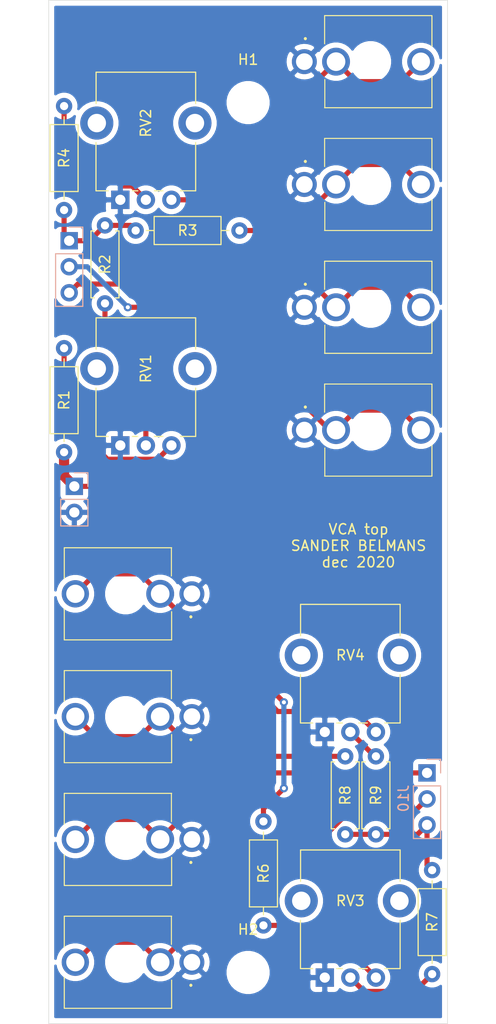
<source format=kicad_pcb>
(kicad_pcb (version 20171130) (host pcbnew "(5.1.8)-1")

  (general
    (thickness 1.6)
    (drawings 5)
    (tracks 92)
    (zones 0)
    (modules 25)
    (nets 19)
  )

  (page A4)
  (layers
    (0 F.Cu signal)
    (31 B.Cu signal)
    (32 B.Adhes user)
    (33 F.Adhes user)
    (34 B.Paste user)
    (35 F.Paste user)
    (36 B.SilkS user)
    (37 F.SilkS user)
    (38 B.Mask user)
    (39 F.Mask user)
    (40 Dwgs.User user)
    (41 Cmts.User user)
    (42 Eco1.User user)
    (43 Eco2.User user)
    (44 Edge.Cuts user)
    (45 Margin user)
    (46 B.CrtYd user)
    (47 F.CrtYd user)
    (48 B.Fab user)
    (49 F.Fab user)
  )

  (setup
    (last_trace_width 0.5)
    (user_trace_width 0.5)
    (user_trace_width 1)
    (trace_clearance 0.2)
    (zone_clearance 0.508)
    (zone_45_only no)
    (trace_min 0.2)
    (via_size 0.8)
    (via_drill 0.4)
    (via_min_size 0.4)
    (via_min_drill 0.3)
    (uvia_size 0.3)
    (uvia_drill 0.1)
    (uvias_allowed no)
    (uvia_min_size 0.2)
    (uvia_min_drill 0.1)
    (edge_width 0.05)
    (segment_width 0.2)
    (pcb_text_width 0.3)
    (pcb_text_size 1.5 1.5)
    (mod_edge_width 0.12)
    (mod_text_size 1 1)
    (mod_text_width 0.15)
    (pad_size 1.524 1.524)
    (pad_drill 0.762)
    (pad_to_mask_clearance 0)
    (aux_axis_origin 0 0)
    (visible_elements 7FFFFFFF)
    (pcbplotparams
      (layerselection 0x010f0_ffffffff)
      (usegerberextensions false)
      (usegerberattributes true)
      (usegerberadvancedattributes true)
      (creategerberjobfile true)
      (excludeedgelayer true)
      (linewidth 0.100000)
      (plotframeref false)
      (viasonmask false)
      (mode 1)
      (useauxorigin false)
      (hpglpennumber 1)
      (hpglpenspeed 20)
      (hpglpendiameter 15.000000)
      (psnegative false)
      (psa4output false)
      (plotreference true)
      (plotvalue true)
      (plotinvisibletext false)
      (padsonsilk false)
      (subtractmaskfromsilk false)
      (outputformat 1)
      (mirror false)
      (drillshape 0)
      (scaleselection 1)
      (outputdirectory "Gerbers/"))
  )

  (net 0 "")
  (net 1 GND)
  (net 2 +12V)
  (net 3 "Net-(J1-PadR)")
  (net 4 "Net-(J2-PadR)")
  (net 5 /SignalOutA)
  (net 6 /SignalInA)
  (net 7 /CVA)
  (net 8 "Net-(J6-PadR)")
  (net 9 "Net-(J7-PadR)")
  (net 10 /SignalOutB)
  (net 11 /SignalInB)
  (net 12 /CVB)
  (net 13 "Net-(R1-Pad1)")
  (net 14 "Net-(R2-Pad2)")
  (net 15 "Net-(R4-Pad2)")
  (net 16 "Net-(R6-Pad1)")
  (net 17 "Net-(R7-Pad2)")
  (net 18 "Net-(R9-Pad2)")

  (net_class Default "This is the default net class."
    (clearance 0.2)
    (trace_width 0.25)
    (via_dia 0.8)
    (via_drill 0.4)
    (uvia_dia 0.3)
    (uvia_drill 0.1)
    (add_net +12V)
    (add_net /CVA)
    (add_net /CVB)
    (add_net /SignalInA)
    (add_net /SignalInB)
    (add_net /SignalOutA)
    (add_net /SignalOutB)
    (add_net GND)
    (add_net "Net-(J1-PadR)")
    (add_net "Net-(J2-PadR)")
    (add_net "Net-(J6-PadR)")
    (add_net "Net-(J7-PadR)")
    (add_net "Net-(R1-Pad1)")
    (add_net "Net-(R2-Pad2)")
    (add_net "Net-(R4-Pad2)")
    (add_net "Net-(R6-Pad1)")
    (add_net "Net-(R7-Pad2)")
    (add_net "Net-(R9-Pad2)")
  )

  (module MountingHole:MountingHole_3.2mm_M3 (layer F.Cu) (tedit 56D1B4CB) (tstamp 5FD24D0F)
    (at 39.5 185)
    (descr "Mounting Hole 3.2mm, no annular, M3")
    (tags "mounting hole 3.2mm no annular m3")
    (path /5FFE394D)
    (attr virtual)
    (fp_text reference H2 (at 0 -4.2) (layer F.SilkS)
      (effects (font (size 1 1) (thickness 0.15)))
    )
    (fp_text value MountingHole (at 0 4.2) (layer F.Fab)
      (effects (font (size 1 1) (thickness 0.15)))
    )
    (fp_circle (center 0 0) (end 3.45 0) (layer F.CrtYd) (width 0.05))
    (fp_circle (center 0 0) (end 3.2 0) (layer Cmts.User) (width 0.15))
    (fp_text user %R (at 0.3 0) (layer F.Fab)
      (effects (font (size 1 1) (thickness 0.15)))
    )
    (pad 1 np_thru_hole circle (at 0 0) (size 3.2 3.2) (drill 3.2) (layers *.Cu *.Mask))
  )

  (module Resistor_THT:R_Axial_DIN0207_L6.3mm_D2.5mm_P7.62mm_Horizontal (layer F.Cu) (tedit 5AE5139B) (tstamp 5FD0EB43)
    (at 25.5 112 270)
    (descr "Resistor, Axial_DIN0207 series, Axial, Horizontal, pin pitch=7.62mm, 0.25W = 1/4W, length*diameter=6.3*2.5mm^2, http://cdn-reichelt.de/documents/datenblatt/B400/1_4W%23YAG.pdf")
    (tags "Resistor Axial_DIN0207 series Axial Horizontal pin pitch 7.62mm 0.25W = 1/4W length 6.3mm diameter 2.5mm")
    (path /5FDD085E)
    (fp_text reference R2 (at 3.81 0 90) (layer F.SilkS)
      (effects (font (size 1 1) (thickness 0.15)))
    )
    (fp_text value 330K (at 3.81 2.37 90) (layer F.Fab)
      (effects (font (size 1 1) (thickness 0.15)))
    )
    (fp_line (start 0.66 -1.25) (end 0.66 1.25) (layer F.Fab) (width 0.1))
    (fp_line (start 0.66 1.25) (end 6.96 1.25) (layer F.Fab) (width 0.1))
    (fp_line (start 6.96 1.25) (end 6.96 -1.25) (layer F.Fab) (width 0.1))
    (fp_line (start 6.96 -1.25) (end 0.66 -1.25) (layer F.Fab) (width 0.1))
    (fp_line (start 0 0) (end 0.66 0) (layer F.Fab) (width 0.1))
    (fp_line (start 7.62 0) (end 6.96 0) (layer F.Fab) (width 0.1))
    (fp_line (start 0.54 -1.04) (end 0.54 -1.37) (layer F.SilkS) (width 0.12))
    (fp_line (start 0.54 -1.37) (end 7.08 -1.37) (layer F.SilkS) (width 0.12))
    (fp_line (start 7.08 -1.37) (end 7.08 -1.04) (layer F.SilkS) (width 0.12))
    (fp_line (start 0.54 1.04) (end 0.54 1.37) (layer F.SilkS) (width 0.12))
    (fp_line (start 0.54 1.37) (end 7.08 1.37) (layer F.SilkS) (width 0.12))
    (fp_line (start 7.08 1.37) (end 7.08 1.04) (layer F.SilkS) (width 0.12))
    (fp_line (start -1.05 -1.5) (end -1.05 1.5) (layer F.CrtYd) (width 0.05))
    (fp_line (start -1.05 1.5) (end 8.67 1.5) (layer F.CrtYd) (width 0.05))
    (fp_line (start 8.67 1.5) (end 8.67 -1.5) (layer F.CrtYd) (width 0.05))
    (fp_line (start 8.67 -1.5) (end -1.05 -1.5) (layer F.CrtYd) (width 0.05))
    (fp_text user %R (at 3.81 0 90) (layer F.Fab)
      (effects (font (size 1 1) (thickness 0.15)))
    )
    (pad 2 thru_hole oval (at 7.62 0 270) (size 1.6 1.6) (drill 0.8) (layers *.Cu *.Mask)
      (net 14 "Net-(R2-Pad2)"))
    (pad 1 thru_hole circle (at 0 0 270) (size 1.6 1.6) (drill 0.8) (layers *.Cu *.Mask)
      (net 7 /CVA))
    (model ${KISYS3DMOD}/Resistor_THT.3dshapes/R_Axial_DIN0207_L6.3mm_D2.5mm_P7.62mm_Horizontal.wrl
      (at (xyz 0 0 0))
      (scale (xyz 1 1 1))
      (rotate (xyz 0 0 0))
    )
  )

  (module Resistor_THT:R_Axial_DIN0207_L6.3mm_D2.5mm_P7.62mm_Horizontal (layer F.Cu) (tedit 5AE5139B) (tstamp 5FD0DD83)
    (at 52 171.5 90)
    (descr "Resistor, Axial_DIN0207 series, Axial, Horizontal, pin pitch=7.62mm, 0.25W = 1/4W, length*diameter=6.3*2.5mm^2, http://cdn-reichelt.de/documents/datenblatt/B400/1_4W%23YAG.pdf")
    (tags "Resistor Axial_DIN0207 series Axial Horizontal pin pitch 7.62mm 0.25W = 1/4W length 6.3mm diameter 2.5mm")
    (path /5FDE5DA6)
    (fp_text reference R9 (at 3.81 0 90) (layer F.SilkS)
      (effects (font (size 1 1) (thickness 0.15)))
    )
    (fp_text value 330K (at 3.81 0 90) (layer F.Fab)
      (effects (font (size 1 1) (thickness 0.15)))
    )
    (fp_line (start 0.66 -1.25) (end 0.66 1.25) (layer F.Fab) (width 0.1))
    (fp_line (start 0.66 1.25) (end 6.96 1.25) (layer F.Fab) (width 0.1))
    (fp_line (start 6.96 1.25) (end 6.96 -1.25) (layer F.Fab) (width 0.1))
    (fp_line (start 6.96 -1.25) (end 0.66 -1.25) (layer F.Fab) (width 0.1))
    (fp_line (start 0 0) (end 0.66 0) (layer F.Fab) (width 0.1))
    (fp_line (start 7.62 0) (end 6.96 0) (layer F.Fab) (width 0.1))
    (fp_line (start 0.54 -1.04) (end 0.54 -1.37) (layer F.SilkS) (width 0.12))
    (fp_line (start 0.54 -1.37) (end 7.08 -1.37) (layer F.SilkS) (width 0.12))
    (fp_line (start 7.08 -1.37) (end 7.08 -1.04) (layer F.SilkS) (width 0.12))
    (fp_line (start 0.54 1.04) (end 0.54 1.37) (layer F.SilkS) (width 0.12))
    (fp_line (start 0.54 1.37) (end 7.08 1.37) (layer F.SilkS) (width 0.12))
    (fp_line (start 7.08 1.37) (end 7.08 1.04) (layer F.SilkS) (width 0.12))
    (fp_line (start -1.05 -1.5) (end -1.05 1.5) (layer F.CrtYd) (width 0.05))
    (fp_line (start -1.05 1.5) (end 8.67 1.5) (layer F.CrtYd) (width 0.05))
    (fp_line (start 8.67 1.5) (end 8.67 -1.5) (layer F.CrtYd) (width 0.05))
    (fp_line (start 8.67 -1.5) (end -1.05 -1.5) (layer F.CrtYd) (width 0.05))
    (fp_text user %R (at 3.81 0 90) (layer F.Fab)
      (effects (font (size 1 1) (thickness 0.15)))
    )
    (pad 2 thru_hole oval (at 7.62 0 90) (size 1.6 1.6) (drill 0.8) (layers *.Cu *.Mask)
      (net 18 "Net-(R9-Pad2)"))
    (pad 1 thru_hole circle (at 0 0 90) (size 1.6 1.6) (drill 0.8) (layers *.Cu *.Mask)
      (net 12 /CVB))
    (model ${KISYS3DMOD}/Resistor_THT.3dshapes/R_Axial_DIN0207_L6.3mm_D2.5mm_P7.62mm_Horizontal.wrl
      (at (xyz 0 0 0))
      (scale (xyz 1 1 1))
      (rotate (xyz 0 0 0))
    )
  )

  (module Resistor_THT:R_Axial_DIN0207_L6.3mm_D2.5mm_P7.62mm_Horizontal (layer F.Cu) (tedit 5AE5139B) (tstamp 5FD0E034)
    (at 49 171.5 90)
    (descr "Resistor, Axial_DIN0207 series, Axial, Horizontal, pin pitch=7.62mm, 0.25W = 1/4W, length*diameter=6.3*2.5mm^2, http://cdn-reichelt.de/documents/datenblatt/B400/1_4W%23YAG.pdf")
    (tags "Resistor Axial_DIN0207 series Axial Horizontal pin pitch 7.62mm 0.25W = 1/4W length 6.3mm diameter 2.5mm")
    (path /5FDE5DA0)
    (fp_text reference R8 (at 3.81 0 90) (layer F.SilkS)
      (effects (font (size 1 1) (thickness 0.15)))
    )
    (fp_text value 330K (at 3.81 0 90) (layer F.Fab)
      (effects (font (size 1 1) (thickness 0.15)))
    )
    (fp_line (start 0.66 -1.25) (end 0.66 1.25) (layer F.Fab) (width 0.1))
    (fp_line (start 0.66 1.25) (end 6.96 1.25) (layer F.Fab) (width 0.1))
    (fp_line (start 6.96 1.25) (end 6.96 -1.25) (layer F.Fab) (width 0.1))
    (fp_line (start 6.96 -1.25) (end 0.66 -1.25) (layer F.Fab) (width 0.1))
    (fp_line (start 0 0) (end 0.66 0) (layer F.Fab) (width 0.1))
    (fp_line (start 7.62 0) (end 6.96 0) (layer F.Fab) (width 0.1))
    (fp_line (start 0.54 -1.04) (end 0.54 -1.37) (layer F.SilkS) (width 0.12))
    (fp_line (start 0.54 -1.37) (end 7.08 -1.37) (layer F.SilkS) (width 0.12))
    (fp_line (start 7.08 -1.37) (end 7.08 -1.04) (layer F.SilkS) (width 0.12))
    (fp_line (start 0.54 1.04) (end 0.54 1.37) (layer F.SilkS) (width 0.12))
    (fp_line (start 0.54 1.37) (end 7.08 1.37) (layer F.SilkS) (width 0.12))
    (fp_line (start 7.08 1.37) (end 7.08 1.04) (layer F.SilkS) (width 0.12))
    (fp_line (start -1.05 -1.5) (end -1.05 1.5) (layer F.CrtYd) (width 0.05))
    (fp_line (start -1.05 1.5) (end 8.67 1.5) (layer F.CrtYd) (width 0.05))
    (fp_line (start 8.67 1.5) (end 8.67 -1.5) (layer F.CrtYd) (width 0.05))
    (fp_line (start 8.67 -1.5) (end -1.05 -1.5) (layer F.CrtYd) (width 0.05))
    (fp_text user %R (at 3.81 0 90) (layer F.Fab)
      (effects (font (size 1 1) (thickness 0.15)))
    )
    (pad 2 thru_hole oval (at 7.62 0 90) (size 1.6 1.6) (drill 0.8) (layers *.Cu *.Mask)
      (net 9 "Net-(J7-PadR)"))
    (pad 1 thru_hole circle (at 0 0 90) (size 1.6 1.6) (drill 0.8) (layers *.Cu *.Mask)
      (net 12 /CVB))
    (model ${KISYS3DMOD}/Resistor_THT.3dshapes/R_Axial_DIN0207_L6.3mm_D2.5mm_P7.62mm_Horizontal.wrl
      (at (xyz 0 0 0))
      (scale (xyz 1 1 1))
      (rotate (xyz 0 0 0))
    )
  )

  (module Potentiometer_THT:Potentiometer_Alpha_RD901F-40-00D_Single_Vertical_CircularHoles locked (layer F.Cu) (tedit 5C6C6C48) (tstamp 5FCFD9BD)
    (at 47 161.5 90)
    (descr "Potentiometer, vertical, 9mm, single, http://www.taiwanalpha.com.tw/downloads?target=products&id=113")
    (tags "potentiometer vertical 9mm single")
    (path /5FDE5DEC)
    (fp_text reference RV4 (at 7.5 2.5) (layer F.SilkS)
      (effects (font (size 1 1) (thickness 0.15)))
    )
    (fp_text value CV_amtB (at 0 10.11 270) (layer F.Fab)
      (effects (font (size 1 1) (thickness 0.15)))
    )
    (fp_line (start 0.88 4.16) (end 0.88 3.33) (layer F.SilkS) (width 0.12))
    (fp_line (start 0.88 1.71) (end 0.88 1.18) (layer F.SilkS) (width 0.12))
    (fp_line (start 0.88 -1.19) (end 0.88 -2.37) (layer F.SilkS) (width 0.12))
    (fp_line (start 0.88 7.37) (end 5.6 7.37) (layer F.SilkS) (width 0.12))
    (fp_line (start 9.41 -2.37) (end 12.47 -2.37) (layer F.SilkS) (width 0.12))
    (fp_line (start 1 7.25) (end 12.35 7.25) (layer F.Fab) (width 0.1))
    (fp_line (start 1 -2.25) (end 12.35 -2.25) (layer F.Fab) (width 0.1))
    (fp_line (start 12.35 7.25) (end 12.35 -2.25) (layer F.Fab) (width 0.1))
    (fp_line (start 1 7.25) (end 1 -2.25) (layer F.Fab) (width 0.1))
    (fp_circle (center 7.5 2.5) (end 7.5 -1) (layer F.Fab) (width 0.1))
    (fp_line (start 0.88 -2.38) (end 5.6 -2.38) (layer F.SilkS) (width 0.12))
    (fp_line (start 9.41 7.37) (end 12.47 7.37) (layer F.SilkS) (width 0.12))
    (fp_line (start 0.88 7.37) (end 0.88 5.88) (layer F.SilkS) (width 0.12))
    (fp_line (start 12.47 7.37) (end 12.47 -2.37) (layer F.SilkS) (width 0.12))
    (fp_line (start 12.6 9.17) (end 12.6 -4.17) (layer F.CrtYd) (width 0.05))
    (fp_line (start 12.6 -4.17) (end -1.15 -4.17) (layer F.CrtYd) (width 0.05))
    (fp_line (start -1.15 -4.17) (end -1.15 9.17) (layer F.CrtYd) (width 0.05))
    (fp_line (start -1.15 9.17) (end 12.6 9.17) (layer F.CrtYd) (width 0.05))
    (fp_text user %R (at 7.62 2.54 90) (layer F.Fab)
      (effects (font (size 1 1) (thickness 0.15)))
    )
    (pad "" thru_hole circle (at 7.5 -2.3 180) (size 3.24 3.24) (drill 1.8) (layers *.Cu *.Mask))
    (pad "" thru_hole circle (at 7.5 7.3 180) (size 3.24 3.24) (drill 1.8) (layers *.Cu *.Mask))
    (pad 3 thru_hole circle (at 0 5 180) (size 1.8 1.8) (drill 1) (layers *.Cu *.Mask)
      (net 8 "Net-(J6-PadR)"))
    (pad 2 thru_hole circle (at 0 2.5 180) (size 1.8 1.8) (drill 1) (layers *.Cu *.Mask)
      (net 18 "Net-(R9-Pad2)"))
    (pad 1 thru_hole rect (at 0 0 180) (size 1.8 1.8) (drill 1) (layers *.Cu *.Mask)
      (net 1 GND))
    (model ${KISYS3DMOD}/Potentiometer_THT.3dshapes/Potentiometer_Alpha_RD901F-40-00D_Single_Vertical.wrl
      (at (xyz 0 0 0))
      (scale (xyz 1 1 1))
      (rotate (xyz 0 0 0))
    )
  )

  (module Potentiometer_THT:Potentiometer_Alpha_RD901F-40-00D_Single_Vertical_CircularHoles locked (layer F.Cu) (tedit 5C6C6C48) (tstamp 5FCFD9A1)
    (at 47 185.5 90)
    (descr "Potentiometer, vertical, 9mm, single, http://www.taiwanalpha.com.tw/downloads?target=products&id=113")
    (tags "potentiometer vertical 9mm single")
    (path /5FDE5D8E)
    (fp_text reference RV3 (at 7.5 2.5) (layer F.SilkS)
      (effects (font (size 1 1) (thickness 0.15)))
    )
    (fp_text value BiasB (at 0 10.11 270) (layer F.Fab)
      (effects (font (size 1 1) (thickness 0.15)))
    )
    (fp_line (start 0.88 4.16) (end 0.88 3.33) (layer F.SilkS) (width 0.12))
    (fp_line (start 0.88 1.71) (end 0.88 1.18) (layer F.SilkS) (width 0.12))
    (fp_line (start 0.88 -1.19) (end 0.88 -2.37) (layer F.SilkS) (width 0.12))
    (fp_line (start 0.88 7.37) (end 5.6 7.37) (layer F.SilkS) (width 0.12))
    (fp_line (start 9.41 -2.37) (end 12.47 -2.37) (layer F.SilkS) (width 0.12))
    (fp_line (start 1 7.25) (end 12.35 7.25) (layer F.Fab) (width 0.1))
    (fp_line (start 1 -2.25) (end 12.35 -2.25) (layer F.Fab) (width 0.1))
    (fp_line (start 12.35 7.25) (end 12.35 -2.25) (layer F.Fab) (width 0.1))
    (fp_line (start 1 7.25) (end 1 -2.25) (layer F.Fab) (width 0.1))
    (fp_circle (center 7.5 2.5) (end 7.5 -1) (layer F.Fab) (width 0.1))
    (fp_line (start 0.88 -2.38) (end 5.6 -2.38) (layer F.SilkS) (width 0.12))
    (fp_line (start 9.41 7.37) (end 12.47 7.37) (layer F.SilkS) (width 0.12))
    (fp_line (start 0.88 7.37) (end 0.88 5.88) (layer F.SilkS) (width 0.12))
    (fp_line (start 12.47 7.37) (end 12.47 -2.37) (layer F.SilkS) (width 0.12))
    (fp_line (start 12.6 9.17) (end 12.6 -4.17) (layer F.CrtYd) (width 0.05))
    (fp_line (start 12.6 -4.17) (end -1.15 -4.17) (layer F.CrtYd) (width 0.05))
    (fp_line (start -1.15 -4.17) (end -1.15 9.17) (layer F.CrtYd) (width 0.05))
    (fp_line (start -1.15 9.17) (end 12.6 9.17) (layer F.CrtYd) (width 0.05))
    (fp_text user %R (at 7.62 2.54 90) (layer F.Fab)
      (effects (font (size 1 1) (thickness 0.15)))
    )
    (pad "" thru_hole circle (at 7.5 -2.3 180) (size 3.24 3.24) (drill 1.8) (layers *.Cu *.Mask))
    (pad "" thru_hole circle (at 7.5 7.3 180) (size 3.24 3.24) (drill 1.8) (layers *.Cu *.Mask))
    (pad 3 thru_hole circle (at 0 5 180) (size 1.8 1.8) (drill 1) (layers *.Cu *.Mask)
      (net 16 "Net-(R6-Pad1)"))
    (pad 2 thru_hole circle (at 0 2.5 180) (size 1.8 1.8) (drill 1) (layers *.Cu *.Mask)
      (net 17 "Net-(R7-Pad2)"))
    (pad 1 thru_hole rect (at 0 0 180) (size 1.8 1.8) (drill 1) (layers *.Cu *.Mask)
      (net 1 GND))
    (model ${KISYS3DMOD}/Potentiometer_THT.3dshapes/Potentiometer_Alpha_RD901F-40-00D_Single_Vertical.wrl
      (at (xyz 0 0 0))
      (scale (xyz 1 1 1))
      (rotate (xyz 0 0 0))
    )
  )

  (module Potentiometer_THT:Potentiometer_Alpha_RD901F-40-00D_Single_Vertical_CircularHoles locked (layer F.Cu) (tedit 5C6C6C48) (tstamp 5FD07D84)
    (at 27 109.5 90)
    (descr "Potentiometer, vertical, 9mm, single, http://www.taiwanalpha.com.tw/downloads?target=products&id=113")
    (tags "potentiometer vertical 9mm single")
    (path /5FDD9145)
    (fp_text reference RV2 (at 7.5 2.5 270) (layer F.SilkS)
      (effects (font (size 1 1) (thickness 0.15)))
    )
    (fp_text value CV_amtA (at 0 10.11 270) (layer F.Fab)
      (effects (font (size 1 1) (thickness 0.15)))
    )
    (fp_line (start 0.88 4.16) (end 0.88 3.33) (layer F.SilkS) (width 0.12))
    (fp_line (start 0.88 1.71) (end 0.88 1.18) (layer F.SilkS) (width 0.12))
    (fp_line (start 0.88 -1.19) (end 0.88 -2.37) (layer F.SilkS) (width 0.12))
    (fp_line (start 0.88 7.37) (end 5.6 7.37) (layer F.SilkS) (width 0.12))
    (fp_line (start 9.41 -2.37) (end 12.47 -2.37) (layer F.SilkS) (width 0.12))
    (fp_line (start 1 7.25) (end 12.35 7.25) (layer F.Fab) (width 0.1))
    (fp_line (start 1 -2.25) (end 12.35 -2.25) (layer F.Fab) (width 0.1))
    (fp_line (start 12.35 7.25) (end 12.35 -2.25) (layer F.Fab) (width 0.1))
    (fp_line (start 1 7.25) (end 1 -2.25) (layer F.Fab) (width 0.1))
    (fp_circle (center 7.5 2.5) (end 7.5 -1) (layer F.Fab) (width 0.1))
    (fp_line (start 0.88 -2.38) (end 5.6 -2.38) (layer F.SilkS) (width 0.12))
    (fp_line (start 9.41 7.37) (end 12.47 7.37) (layer F.SilkS) (width 0.12))
    (fp_line (start 0.88 7.37) (end 0.88 5.88) (layer F.SilkS) (width 0.12))
    (fp_line (start 12.47 7.37) (end 12.47 -2.37) (layer F.SilkS) (width 0.12))
    (fp_line (start 12.6 9.17) (end 12.6 -4.17) (layer F.CrtYd) (width 0.05))
    (fp_line (start 12.6 -4.17) (end -1.15 -4.17) (layer F.CrtYd) (width 0.05))
    (fp_line (start -1.15 -4.17) (end -1.15 9.17) (layer F.CrtYd) (width 0.05))
    (fp_line (start -1.15 9.17) (end 12.6 9.17) (layer F.CrtYd) (width 0.05))
    (fp_text user %R (at 7.62 2.54 90) (layer F.Fab)
      (effects (font (size 1 1) (thickness 0.15)))
    )
    (pad "" thru_hole circle (at 7.5 -2.3 180) (size 3.24 3.24) (drill 1.8) (layers *.Cu *.Mask))
    (pad "" thru_hole circle (at 7.5 7.3 180) (size 3.24 3.24) (drill 1.8) (layers *.Cu *.Mask))
    (pad 3 thru_hole circle (at 0 5 180) (size 1.8 1.8) (drill 1) (layers *.Cu *.Mask)
      (net 4 "Net-(J2-PadR)"))
    (pad 2 thru_hole circle (at 0 2.5 180) (size 1.8 1.8) (drill 1) (layers *.Cu *.Mask)
      (net 15 "Net-(R4-Pad2)"))
    (pad 1 thru_hole rect (at 0 0 180) (size 1.8 1.8) (drill 1) (layers *.Cu *.Mask)
      (net 1 GND))
    (model ${KISYS3DMOD}/Potentiometer_THT.3dshapes/Potentiometer_Alpha_RD901F-40-00D_Single_Vertical.wrl
      (at (xyz 0 0 0))
      (scale (xyz 1 1 1))
      (rotate (xyz 0 0 0))
    )
  )

  (module Potentiometer_THT:Potentiometer_Alpha_RD901F-40-00D_Single_Vertical_CircularHoles locked (layer F.Cu) (tedit 5C6C6C48) (tstamp 5FCFED4E)
    (at 27 133.5 90)
    (descr "Potentiometer, vertical, 9mm, single, http://www.taiwanalpha.com.tw/downloads?target=products&id=113")
    (tags "potentiometer vertical 9mm single")
    (path /5FDCF814)
    (fp_text reference RV1 (at 7.5 2.5 270) (layer F.SilkS)
      (effects (font (size 1 1) (thickness 0.15)))
    )
    (fp_text value BiasA (at 0 10.11 270) (layer F.Fab)
      (effects (font (size 1 1) (thickness 0.15)))
    )
    (fp_line (start 0.88 4.16) (end 0.88 3.33) (layer F.SilkS) (width 0.12))
    (fp_line (start 0.88 1.71) (end 0.88 1.18) (layer F.SilkS) (width 0.12))
    (fp_line (start 0.88 -1.19) (end 0.88 -2.37) (layer F.SilkS) (width 0.12))
    (fp_line (start 0.88 7.37) (end 5.6 7.37) (layer F.SilkS) (width 0.12))
    (fp_line (start 9.41 -2.37) (end 12.47 -2.37) (layer F.SilkS) (width 0.12))
    (fp_line (start 1 7.25) (end 12.35 7.25) (layer F.Fab) (width 0.1))
    (fp_line (start 1 -2.25) (end 12.35 -2.25) (layer F.Fab) (width 0.1))
    (fp_line (start 12.35 7.25) (end 12.35 -2.25) (layer F.Fab) (width 0.1))
    (fp_line (start 1 7.25) (end 1 -2.25) (layer F.Fab) (width 0.1))
    (fp_circle (center 7.5 2.5) (end 7.5 -1) (layer F.Fab) (width 0.1))
    (fp_line (start 0.88 -2.38) (end 5.6 -2.38) (layer F.SilkS) (width 0.12))
    (fp_line (start 9.41 7.37) (end 12.47 7.37) (layer F.SilkS) (width 0.12))
    (fp_line (start 0.88 7.37) (end 0.88 5.88) (layer F.SilkS) (width 0.12))
    (fp_line (start 12.47 7.37) (end 12.47 -2.37) (layer F.SilkS) (width 0.12))
    (fp_line (start 12.6 9.17) (end 12.6 -4.17) (layer F.CrtYd) (width 0.05))
    (fp_line (start 12.6 -4.17) (end -1.15 -4.17) (layer F.CrtYd) (width 0.05))
    (fp_line (start -1.15 -4.17) (end -1.15 9.17) (layer F.CrtYd) (width 0.05))
    (fp_line (start -1.15 9.17) (end 12.6 9.17) (layer F.CrtYd) (width 0.05))
    (fp_text user %R (at 7.62 2.54 90) (layer F.Fab)
      (effects (font (size 1 1) (thickness 0.15)))
    )
    (pad "" thru_hole circle (at 7.5 -2.3 180) (size 3.24 3.24) (drill 1.8) (layers *.Cu *.Mask))
    (pad "" thru_hole circle (at 7.5 7.3 180) (size 3.24 3.24) (drill 1.8) (layers *.Cu *.Mask))
    (pad 3 thru_hole circle (at 0 5 180) (size 1.8 1.8) (drill 1) (layers *.Cu *.Mask)
      (net 13 "Net-(R1-Pad1)"))
    (pad 2 thru_hole circle (at 0 2.5 180) (size 1.8 1.8) (drill 1) (layers *.Cu *.Mask)
      (net 14 "Net-(R2-Pad2)"))
    (pad 1 thru_hole rect (at 0 0 180) (size 1.8 1.8) (drill 1) (layers *.Cu *.Mask)
      (net 1 GND))
    (model ${KISYS3DMOD}/Potentiometer_THT.3dshapes/Potentiometer_Alpha_RD901F-40-00D_Single_Vertical.wrl
      (at (xyz 0 0 0))
      (scale (xyz 1 1 1))
      (rotate (xyz 0 0 0))
    )
  )

  (module Resistor_THT:R_Axial_DIN0207_L6.3mm_D2.5mm_P10.16mm_Horizontal (layer F.Cu) (tedit 5AE5139B) (tstamp 5FCFD908)
    (at 57.5 175 270)
    (descr "Resistor, Axial_DIN0207 series, Axial, Horizontal, pin pitch=10.16mm, 0.25W = 1/4W, length*diameter=6.3*2.5mm^2, http://cdn-reichelt.de/documents/datenblatt/B400/1_4W%23YAG.pdf")
    (tags "Resistor Axial_DIN0207 series Axial Horizontal pin pitch 10.16mm 0.25W = 1/4W length 6.3mm diameter 2.5mm")
    (path /5FDE5D9A)
    (fp_text reference R7 (at 5.08 0 90) (layer F.SilkS)
      (effects (font (size 1 1) (thickness 0.15)))
    )
    (fp_text value 330K (at 5.08 0 90) (layer F.Fab)
      (effects (font (size 1 1) (thickness 0.15)))
    )
    (fp_line (start 11.21 -1.5) (end -1.05 -1.5) (layer F.CrtYd) (width 0.05))
    (fp_line (start 11.21 1.5) (end 11.21 -1.5) (layer F.CrtYd) (width 0.05))
    (fp_line (start -1.05 1.5) (end 11.21 1.5) (layer F.CrtYd) (width 0.05))
    (fp_line (start -1.05 -1.5) (end -1.05 1.5) (layer F.CrtYd) (width 0.05))
    (fp_line (start 9.12 0) (end 8.35 0) (layer F.SilkS) (width 0.12))
    (fp_line (start 1.04 0) (end 1.81 0) (layer F.SilkS) (width 0.12))
    (fp_line (start 8.35 -1.37) (end 1.81 -1.37) (layer F.SilkS) (width 0.12))
    (fp_line (start 8.35 1.37) (end 8.35 -1.37) (layer F.SilkS) (width 0.12))
    (fp_line (start 1.81 1.37) (end 8.35 1.37) (layer F.SilkS) (width 0.12))
    (fp_line (start 1.81 -1.37) (end 1.81 1.37) (layer F.SilkS) (width 0.12))
    (fp_line (start 10.16 0) (end 8.23 0) (layer F.Fab) (width 0.1))
    (fp_line (start 0 0) (end 1.93 0) (layer F.Fab) (width 0.1))
    (fp_line (start 8.23 -1.25) (end 1.93 -1.25) (layer F.Fab) (width 0.1))
    (fp_line (start 8.23 1.25) (end 8.23 -1.25) (layer F.Fab) (width 0.1))
    (fp_line (start 1.93 1.25) (end 8.23 1.25) (layer F.Fab) (width 0.1))
    (fp_line (start 1.93 -1.25) (end 1.93 1.25) (layer F.Fab) (width 0.1))
    (fp_text user %R (at 5.08 0 90) (layer F.Fab)
      (effects (font (size 1 1) (thickness 0.15)))
    )
    (pad 2 thru_hole oval (at 10.16 0 270) (size 1.6 1.6) (drill 0.8) (layers *.Cu *.Mask)
      (net 17 "Net-(R7-Pad2)"))
    (pad 1 thru_hole circle (at 0 0 270) (size 1.6 1.6) (drill 0.8) (layers *.Cu *.Mask)
      (net 12 /CVB))
    (model ${KISYS3DMOD}/Resistor_THT.3dshapes/R_Axial_DIN0207_L6.3mm_D2.5mm_P10.16mm_Horizontal.wrl
      (at (xyz 0 0 0))
      (scale (xyz 1 1 1))
      (rotate (xyz 0 0 0))
    )
  )

  (module Resistor_THT:R_Axial_DIN0207_L6.3mm_D2.5mm_P10.16mm_Horizontal (layer F.Cu) (tedit 5AE5139B) (tstamp 5FCFD8F1)
    (at 41 180.4 90)
    (descr "Resistor, Axial_DIN0207 series, Axial, Horizontal, pin pitch=10.16mm, 0.25W = 1/4W, length*diameter=6.3*2.5mm^2, http://cdn-reichelt.de/documents/datenblatt/B400/1_4W%23YAG.pdf")
    (tags "Resistor Axial_DIN0207 series Axial Horizontal pin pitch 10.16mm 0.25W = 1/4W length 6.3mm diameter 2.5mm")
    (path /5FDE5D94)
    (fp_text reference R6 (at 5.08 0 90) (layer F.SilkS)
      (effects (font (size 1 1) (thickness 0.15)))
    )
    (fp_text value 120K (at 5.08 0 90) (layer F.Fab)
      (effects (font (size 1 1) (thickness 0.15)))
    )
    (fp_line (start 11.21 -1.5) (end -1.05 -1.5) (layer F.CrtYd) (width 0.05))
    (fp_line (start 11.21 1.5) (end 11.21 -1.5) (layer F.CrtYd) (width 0.05))
    (fp_line (start -1.05 1.5) (end 11.21 1.5) (layer F.CrtYd) (width 0.05))
    (fp_line (start -1.05 -1.5) (end -1.05 1.5) (layer F.CrtYd) (width 0.05))
    (fp_line (start 9.12 0) (end 8.35 0) (layer F.SilkS) (width 0.12))
    (fp_line (start 1.04 0) (end 1.81 0) (layer F.SilkS) (width 0.12))
    (fp_line (start 8.35 -1.37) (end 1.81 -1.37) (layer F.SilkS) (width 0.12))
    (fp_line (start 8.35 1.37) (end 8.35 -1.37) (layer F.SilkS) (width 0.12))
    (fp_line (start 1.81 1.37) (end 8.35 1.37) (layer F.SilkS) (width 0.12))
    (fp_line (start 1.81 -1.37) (end 1.81 1.37) (layer F.SilkS) (width 0.12))
    (fp_line (start 10.16 0) (end 8.23 0) (layer F.Fab) (width 0.1))
    (fp_line (start 0 0) (end 1.93 0) (layer F.Fab) (width 0.1))
    (fp_line (start 8.23 -1.25) (end 1.93 -1.25) (layer F.Fab) (width 0.1))
    (fp_line (start 8.23 1.25) (end 8.23 -1.25) (layer F.Fab) (width 0.1))
    (fp_line (start 1.93 1.25) (end 8.23 1.25) (layer F.Fab) (width 0.1))
    (fp_line (start 1.93 -1.25) (end 1.93 1.25) (layer F.Fab) (width 0.1))
    (fp_text user %R (at 5.08 0 90) (layer F.Fab)
      (effects (font (size 1 1) (thickness 0.15)))
    )
    (pad 2 thru_hole oval (at 10.16 0 90) (size 1.6 1.6) (drill 0.8) (layers *.Cu *.Mask)
      (net 2 +12V))
    (pad 1 thru_hole circle (at 0 0 90) (size 1.6 1.6) (drill 0.8) (layers *.Cu *.Mask)
      (net 16 "Net-(R6-Pad1)"))
    (model ${KISYS3DMOD}/Resistor_THT.3dshapes/R_Axial_DIN0207_L6.3mm_D2.5mm_P10.16mm_Horizontal.wrl
      (at (xyz 0 0 0))
      (scale (xyz 1 1 1))
      (rotate (xyz 0 0 0))
    )
  )

  (module Resistor_THT:R_Axial_DIN0207_L6.3mm_D2.5mm_P10.16mm_Horizontal (layer F.Cu) (tedit 5AE5139B) (tstamp 5FD08048)
    (at 21.5 110.5 90)
    (descr "Resistor, Axial_DIN0207 series, Axial, Horizontal, pin pitch=10.16mm, 0.25W = 1/4W, length*diameter=6.3*2.5mm^2, http://cdn-reichelt.de/documents/datenblatt/B400/1_4W%23YAG.pdf")
    (tags "Resistor Axial_DIN0207 series Axial Horizontal pin pitch 10.16mm 0.25W = 1/4W length 6.3mm diameter 2.5mm")
    (path /5FDD1072)
    (fp_text reference R4 (at 5.08 0 90) (layer F.SilkS)
      (effects (font (size 1 1) (thickness 0.15)))
    )
    (fp_text value 330K (at 5.08 0 90) (layer F.Fab)
      (effects (font (size 1 1) (thickness 0.15)))
    )
    (fp_line (start 11.21 -1.5) (end -1.05 -1.5) (layer F.CrtYd) (width 0.05))
    (fp_line (start 11.21 1.5) (end 11.21 -1.5) (layer F.CrtYd) (width 0.05))
    (fp_line (start -1.05 1.5) (end 11.21 1.5) (layer F.CrtYd) (width 0.05))
    (fp_line (start -1.05 -1.5) (end -1.05 1.5) (layer F.CrtYd) (width 0.05))
    (fp_line (start 9.12 0) (end 8.35 0) (layer F.SilkS) (width 0.12))
    (fp_line (start 1.04 0) (end 1.81 0) (layer F.SilkS) (width 0.12))
    (fp_line (start 8.35 -1.37) (end 1.81 -1.37) (layer F.SilkS) (width 0.12))
    (fp_line (start 8.35 1.37) (end 8.35 -1.37) (layer F.SilkS) (width 0.12))
    (fp_line (start 1.81 1.37) (end 8.35 1.37) (layer F.SilkS) (width 0.12))
    (fp_line (start 1.81 -1.37) (end 1.81 1.37) (layer F.SilkS) (width 0.12))
    (fp_line (start 10.16 0) (end 8.23 0) (layer F.Fab) (width 0.1))
    (fp_line (start 0 0) (end 1.93 0) (layer F.Fab) (width 0.1))
    (fp_line (start 8.23 -1.25) (end 1.93 -1.25) (layer F.Fab) (width 0.1))
    (fp_line (start 8.23 1.25) (end 8.23 -1.25) (layer F.Fab) (width 0.1))
    (fp_line (start 1.93 1.25) (end 8.23 1.25) (layer F.Fab) (width 0.1))
    (fp_line (start 1.93 -1.25) (end 1.93 1.25) (layer F.Fab) (width 0.1))
    (fp_text user %R (at 5.08 0 90) (layer F.Fab)
      (effects (font (size 1 1) (thickness 0.15)))
    )
    (pad 2 thru_hole oval (at 10.16 0 90) (size 1.6 1.6) (drill 0.8) (layers *.Cu *.Mask)
      (net 15 "Net-(R4-Pad2)"))
    (pad 1 thru_hole circle (at 0 0 90) (size 1.6 1.6) (drill 0.8) (layers *.Cu *.Mask)
      (net 7 /CVA))
    (model ${KISYS3DMOD}/Resistor_THT.3dshapes/R_Axial_DIN0207_L6.3mm_D2.5mm_P10.16mm_Horizontal.wrl
      (at (xyz 0 0 0))
      (scale (xyz 1 1 1))
      (rotate (xyz 0 0 0))
    )
  )

  (module Resistor_THT:R_Axial_DIN0207_L6.3mm_D2.5mm_P10.16mm_Horizontal (layer F.Cu) (tedit 5AE5139B) (tstamp 5FCFD8AC)
    (at 28.5 112.5)
    (descr "Resistor, Axial_DIN0207 series, Axial, Horizontal, pin pitch=10.16mm, 0.25W = 1/4W, length*diameter=6.3*2.5mm^2, http://cdn-reichelt.de/documents/datenblatt/B400/1_4W%23YAG.pdf")
    (tags "Resistor Axial_DIN0207 series Axial Horizontal pin pitch 10.16mm 0.25W = 1/4W length 6.3mm diameter 2.5mm")
    (path /5FDD0BF1)
    (fp_text reference R3 (at 5.08 0) (layer F.SilkS)
      (effects (font (size 1 1) (thickness 0.15)))
    )
    (fp_text value 330K (at 5.08 0) (layer F.Fab)
      (effects (font (size 1 1) (thickness 0.15)))
    )
    (fp_line (start 11.21 -1.5) (end -1.05 -1.5) (layer F.CrtYd) (width 0.05))
    (fp_line (start 11.21 1.5) (end 11.21 -1.5) (layer F.CrtYd) (width 0.05))
    (fp_line (start -1.05 1.5) (end 11.21 1.5) (layer F.CrtYd) (width 0.05))
    (fp_line (start -1.05 -1.5) (end -1.05 1.5) (layer F.CrtYd) (width 0.05))
    (fp_line (start 9.12 0) (end 8.35 0) (layer F.SilkS) (width 0.12))
    (fp_line (start 1.04 0) (end 1.81 0) (layer F.SilkS) (width 0.12))
    (fp_line (start 8.35 -1.37) (end 1.81 -1.37) (layer F.SilkS) (width 0.12))
    (fp_line (start 8.35 1.37) (end 8.35 -1.37) (layer F.SilkS) (width 0.12))
    (fp_line (start 1.81 1.37) (end 8.35 1.37) (layer F.SilkS) (width 0.12))
    (fp_line (start 1.81 -1.37) (end 1.81 1.37) (layer F.SilkS) (width 0.12))
    (fp_line (start 10.16 0) (end 8.23 0) (layer F.Fab) (width 0.1))
    (fp_line (start 0 0) (end 1.93 0) (layer F.Fab) (width 0.1))
    (fp_line (start 8.23 -1.25) (end 1.93 -1.25) (layer F.Fab) (width 0.1))
    (fp_line (start 8.23 1.25) (end 8.23 -1.25) (layer F.Fab) (width 0.1))
    (fp_line (start 1.93 1.25) (end 8.23 1.25) (layer F.Fab) (width 0.1))
    (fp_line (start 1.93 -1.25) (end 1.93 1.25) (layer F.Fab) (width 0.1))
    (fp_text user %R (at 5.08 0) (layer F.Fab)
      (effects (font (size 1 1) (thickness 0.15)))
    )
    (pad 2 thru_hole oval (at 10.16 0) (size 1.6 1.6) (drill 0.8) (layers *.Cu *.Mask)
      (net 3 "Net-(J1-PadR)"))
    (pad 1 thru_hole circle (at 0 0) (size 1.6 1.6) (drill 0.8) (layers *.Cu *.Mask)
      (net 7 /CVA))
    (model ${KISYS3DMOD}/Resistor_THT.3dshapes/R_Axial_DIN0207_L6.3mm_D2.5mm_P10.16mm_Horizontal.wrl
      (at (xyz 0 0 0))
      (scale (xyz 1 1 1))
      (rotate (xyz 0 0 0))
    )
  )

  (module Resistor_THT:R_Axial_DIN0207_L6.3mm_D2.5mm_P10.16mm_Horizontal (layer F.Cu) (tedit 5AE5139B) (tstamp 5FD0E158)
    (at 21.5 124 270)
    (descr "Resistor, Axial_DIN0207 series, Axial, Horizontal, pin pitch=10.16mm, 0.25W = 1/4W, length*diameter=6.3*2.5mm^2, http://cdn-reichelt.de/documents/datenblatt/B400/1_4W%23YAG.pdf")
    (tags "Resistor Axial_DIN0207 series Axial Horizontal pin pitch 10.16mm 0.25W = 1/4W length 6.3mm diameter 2.5mm")
    (path /5FDD01D2)
    (fp_text reference R1 (at 5.08 0 90) (layer F.SilkS)
      (effects (font (size 1 1) (thickness 0.15)))
    )
    (fp_text value 120K (at 5 0 90) (layer F.Fab)
      (effects (font (size 1 1) (thickness 0.15)))
    )
    (fp_line (start 11.21 -1.5) (end -1.05 -1.5) (layer F.CrtYd) (width 0.05))
    (fp_line (start 11.21 1.5) (end 11.21 -1.5) (layer F.CrtYd) (width 0.05))
    (fp_line (start -1.05 1.5) (end 11.21 1.5) (layer F.CrtYd) (width 0.05))
    (fp_line (start -1.05 -1.5) (end -1.05 1.5) (layer F.CrtYd) (width 0.05))
    (fp_line (start 9.12 0) (end 8.35 0) (layer F.SilkS) (width 0.12))
    (fp_line (start 1.04 0) (end 1.81 0) (layer F.SilkS) (width 0.12))
    (fp_line (start 8.35 -1.37) (end 1.81 -1.37) (layer F.SilkS) (width 0.12))
    (fp_line (start 8.35 1.37) (end 8.35 -1.37) (layer F.SilkS) (width 0.12))
    (fp_line (start 1.81 1.37) (end 8.35 1.37) (layer F.SilkS) (width 0.12))
    (fp_line (start 1.81 -1.37) (end 1.81 1.37) (layer F.SilkS) (width 0.12))
    (fp_line (start 10.16 0) (end 8.23 0) (layer F.Fab) (width 0.1))
    (fp_line (start 0 0) (end 1.93 0) (layer F.Fab) (width 0.1))
    (fp_line (start 8.23 -1.25) (end 1.93 -1.25) (layer F.Fab) (width 0.1))
    (fp_line (start 8.23 1.25) (end 8.23 -1.25) (layer F.Fab) (width 0.1))
    (fp_line (start 1.93 1.25) (end 8.23 1.25) (layer F.Fab) (width 0.1))
    (fp_line (start 1.93 -1.25) (end 1.93 1.25) (layer F.Fab) (width 0.1))
    (fp_text user %R (at 5.08 0 90) (layer F.Fab)
      (effects (font (size 1 1) (thickness 0.15)))
    )
    (pad 2 thru_hole oval (at 10.16 0 270) (size 1.6 1.6) (drill 0.8) (layers *.Cu *.Mask)
      (net 2 +12V))
    (pad 1 thru_hole circle (at 0 0 270) (size 1.6 1.6) (drill 0.8) (layers *.Cu *.Mask)
      (net 13 "Net-(R1-Pad1)"))
    (model ${KISYS3DMOD}/Resistor_THT.3dshapes/R_Axial_DIN0207_L6.3mm_D2.5mm_P10.16mm_Horizontal.wrl
      (at (xyz 0 0 0))
      (scale (xyz 1 1 1))
      (rotate (xyz 0 0 0))
    )
  )

  (module Connector_PinHeader_2.54mm:PinHeader_1x02_P2.54mm_Vertical locked (layer B.Cu) (tedit 59FED5CC) (tstamp 5FD077DE)
    (at 22.5 137.5 180)
    (descr "Through hole straight pin header, 1x02, 2.54mm pitch, single row")
    (tags "Through hole pin header THT 1x02 2.54mm single row")
    (path /5FDF0F24)
    (fp_text reference J11 (at -2.2 -1.4 90) (layer B.SilkS) hide
      (effects (font (size 1 1) (thickness 0.15)) (justify mirror))
    )
    (fp_text value PWR (at 0 -4.87) (layer B.Fab)
      (effects (font (size 1 1) (thickness 0.15)) (justify mirror))
    )
    (fp_line (start 1.8 1.8) (end -1.8 1.8) (layer B.CrtYd) (width 0.05))
    (fp_line (start 1.8 -4.35) (end 1.8 1.8) (layer B.CrtYd) (width 0.05))
    (fp_line (start -1.8 -4.35) (end 1.8 -4.35) (layer B.CrtYd) (width 0.05))
    (fp_line (start -1.8 1.8) (end -1.8 -4.35) (layer B.CrtYd) (width 0.05))
    (fp_line (start -1.33 1.33) (end 0 1.33) (layer B.SilkS) (width 0.12))
    (fp_line (start -1.33 0) (end -1.33 1.33) (layer B.SilkS) (width 0.12))
    (fp_line (start -1.33 -1.27) (end 1.33 -1.27) (layer B.SilkS) (width 0.12))
    (fp_line (start 1.33 -1.27) (end 1.33 -3.87) (layer B.SilkS) (width 0.12))
    (fp_line (start -1.33 -1.27) (end -1.33 -3.87) (layer B.SilkS) (width 0.12))
    (fp_line (start -1.33 -3.87) (end 1.33 -3.87) (layer B.SilkS) (width 0.12))
    (fp_line (start -1.27 0.635) (end -0.635 1.27) (layer B.Fab) (width 0.1))
    (fp_line (start -1.27 -3.81) (end -1.27 0.635) (layer B.Fab) (width 0.1))
    (fp_line (start 1.27 -3.81) (end -1.27 -3.81) (layer B.Fab) (width 0.1))
    (fp_line (start 1.27 1.27) (end 1.27 -3.81) (layer B.Fab) (width 0.1))
    (fp_line (start -0.635 1.27) (end 1.27 1.27) (layer B.Fab) (width 0.1))
    (fp_text user %R (at 0 -1.27 270) (layer B.Fab)
      (effects (font (size 1 1) (thickness 0.15)) (justify mirror))
    )
    (pad 2 thru_hole oval (at 0 -2.54 180) (size 1.7 1.7) (drill 1) (layers *.Cu *.Mask)
      (net 1 GND))
    (pad 1 thru_hole rect (at 0 0 180) (size 1.7 1.7) (drill 1) (layers *.Cu *.Mask)
      (net 2 +12V))
    (model ${KISYS3DMOD}/Connector_PinHeader_2.54mm.3dshapes/PinHeader_1x02_P2.54mm_Vertical.wrl
      (at (xyz 0 0 0))
      (scale (xyz 1 1 1))
      (rotate (xyz 0 0 0))
    )
  )

  (module Connector_PinHeader_2.54mm:PinHeader_1x03_P2.54mm_Vertical locked (layer B.Cu) (tedit 59FED5CC) (tstamp 5FCFF119)
    (at 57 165.5 180)
    (descr "Through hole straight pin header, 1x03, 2.54mm pitch, single row")
    (tags "Through hole pin header THT 1x03 2.54mm single row")
    (path /5FDE5DFD)
    (fp_text reference J10 (at 2.3 -2.5 90) (layer B.SilkS)
      (effects (font (size 1 1) (thickness 0.15)) (justify mirror))
    )
    (fp_text value Conn_01x03_Male (at 0 -7.41) (layer B.Fab)
      (effects (font (size 1 1) (thickness 0.15)) (justify mirror))
    )
    (fp_line (start 1.8 1.8) (end -1.8 1.8) (layer B.CrtYd) (width 0.05))
    (fp_line (start 1.8 -6.85) (end 1.8 1.8) (layer B.CrtYd) (width 0.05))
    (fp_line (start -1.8 -6.85) (end 1.8 -6.85) (layer B.CrtYd) (width 0.05))
    (fp_line (start -1.8 1.8) (end -1.8 -6.85) (layer B.CrtYd) (width 0.05))
    (fp_line (start -1.33 1.33) (end 0 1.33) (layer B.SilkS) (width 0.12))
    (fp_line (start -1.33 0) (end -1.33 1.33) (layer B.SilkS) (width 0.12))
    (fp_line (start -1.33 -1.27) (end 1.33 -1.27) (layer B.SilkS) (width 0.12))
    (fp_line (start 1.33 -1.27) (end 1.33 -6.41) (layer B.SilkS) (width 0.12))
    (fp_line (start -1.33 -1.27) (end -1.33 -6.41) (layer B.SilkS) (width 0.12))
    (fp_line (start -1.33 -6.41) (end 1.33 -6.41) (layer B.SilkS) (width 0.12))
    (fp_line (start -1.27 0.635) (end -0.635 1.27) (layer B.Fab) (width 0.1))
    (fp_line (start -1.27 -6.35) (end -1.27 0.635) (layer B.Fab) (width 0.1))
    (fp_line (start 1.27 -6.35) (end -1.27 -6.35) (layer B.Fab) (width 0.1))
    (fp_line (start 1.27 1.27) (end 1.27 -6.35) (layer B.Fab) (width 0.1))
    (fp_line (start -0.635 1.27) (end 1.27 1.27) (layer B.Fab) (width 0.1))
    (fp_text user %R (at 0 -2.54 270) (layer B.Fab)
      (effects (font (size 1 1) (thickness 0.15)) (justify mirror))
    )
    (pad 3 thru_hole oval (at 0 -5.08 180) (size 1.7 1.7) (drill 1) (layers *.Cu *.Mask)
      (net 12 /CVB))
    (pad 2 thru_hole oval (at 0 -2.54 180) (size 1.7 1.7) (drill 1) (layers *.Cu *.Mask)
      (net 10 /SignalOutB))
    (pad 1 thru_hole rect (at 0 0 180) (size 1.7 1.7) (drill 1) (layers *.Cu *.Mask)
      (net 11 /SignalInB))
    (model ${KISYS3DMOD}/Connector_PinHeader_2.54mm.3dshapes/PinHeader_1x03_P2.54mm_Vertical.wrl
      (at (xyz 0 0 0))
      (scale (xyz 1 1 1))
      (rotate (xyz 0 0 0))
    )
  )

  (module Thonkiconn:Thonkiconn locked (layer F.Cu) (tedit 5FC83CC4) (tstamp 5FCFD83A)
    (at 34 184 90)
    (descr PJ-301M-3)
    (tags Connector)
    (path /5FDE5D88)
    (fp_text reference J9 (at -3.265 -8.07 180) (layer F.SilkS) hide
      (effects (font (size 1.27 1.27) (thickness 0.254)))
    )
    (fp_text value SignalOutB (at 0 -5.756 90) (layer F.SilkS) hide
      (effects (font (size 1.27 1.27) (thickness 0.254)))
    )
    (fp_line (start -4.5 -1.98) (end 4.5 -1.98) (layer F.Fab) (width 0.2))
    (fp_line (start 4.5 -1.98) (end 4.5 -12.48) (layer F.Fab) (width 0.2))
    (fp_line (start 4.5 -12.48) (end -4.5 -12.48) (layer F.Fab) (width 0.2))
    (fp_line (start -4.5 -12.48) (end -4.5 -1.98) (layer F.Fab) (width 0.2))
    (fp_line (start -1.5 -12.48) (end -4.5 -12.48) (layer F.SilkS) (width 0.1))
    (fp_line (start -4.5 -12.48) (end -4.5 -12.48) (layer F.SilkS) (width 0.1))
    (fp_line (start -4.5 -12.48) (end -1.5 -12.48) (layer F.SilkS) (width 0.1))
    (fp_line (start -1.5 -12.48) (end -1.5 -12.48) (layer F.SilkS) (width 0.1))
    (fp_line (start -4.5 -12.48) (end -4.5 -12.48) (layer F.SilkS) (width 0.1))
    (fp_line (start -4.5 -12.48) (end -4.5 -1.98) (layer F.SilkS) (width 0.1))
    (fp_line (start -4.5 -1.98) (end -4.5 -1.98) (layer F.SilkS) (width 0.1))
    (fp_line (start -4.5 -1.98) (end -4.5 -12.48) (layer F.SilkS) (width 0.1))
    (fp_line (start -4.5 -1.98) (end -1.75 -1.98) (layer F.SilkS) (width 0.1))
    (fp_line (start -1.75 -1.98) (end -1.75 -1.98) (layer F.SilkS) (width 0.1))
    (fp_line (start -1.75 -1.98) (end -4.5 -1.98) (layer F.SilkS) (width 0.1))
    (fp_line (start -4.5 -1.98) (end -4.5 -1.98) (layer F.SilkS) (width 0.1))
    (fp_line (start 1.75 -2) (end 4.5 -2) (layer F.SilkS) (width 0.1))
    (fp_line (start 4.5 -2) (end 4.5 -2) (layer F.SilkS) (width 0.1))
    (fp_line (start 4.5 -2) (end 1.75 -2) (layer F.SilkS) (width 0.1))
    (fp_line (start 1.75 -2) (end 1.75 -2) (layer F.SilkS) (width 0.1))
    (fp_line (start 4.5 -1.98) (end 4.5 -1.98) (layer F.SilkS) (width 0.1))
    (fp_line (start 4.5 -1.98) (end 4.5 -12.48) (layer F.SilkS) (width 0.1))
    (fp_line (start 4.5 -12.48) (end 4.5 -12.48) (layer F.SilkS) (width 0.1))
    (fp_line (start 4.5 -12.48) (end 4.5 -1.98) (layer F.SilkS) (width 0.1))
    (fp_line (start 4.5 -12.48) (end 1.5 -12.48) (layer F.SilkS) (width 0.1))
    (fp_line (start 1.5 -12.48) (end 1.5 -12.48) (layer F.SilkS) (width 0.1))
    (fp_line (start 1.5 -12.48) (end 4.5 -12.48) (layer F.SilkS) (width 0.1))
    (fp_line (start 4.5 -12.48) (end 4.5 -12.48) (layer F.SilkS) (width 0.1))
    (fp_line (start -5.5 -13.735) (end 5.5 -13.735) (layer F.CrtYd) (width 0.1))
    (fp_line (start 5.5 -13.735) (end 5.5 2.223) (layer F.CrtYd) (width 0.1))
    (fp_line (start 5.5 2.223) (end -5.5 2.223) (layer F.CrtYd) (width 0.1))
    (fp_line (start -5.5 2.223) (end -5.5 -13.735) (layer F.CrtYd) (width 0.1))
    (fp_line (start -2.3 -0.1) (end -2.3 -0.1) (layer F.SilkS) (width 0.2))
    (fp_line (start -2.2 -0.1) (end -2.2 -0.1) (layer F.SilkS) (width 0.2))
    (fp_line (start -2.3 -0.1) (end -2.3 -0.1) (layer F.SilkS) (width 0.2))
    (fp_text user %R (at 0 -5.756 90) (layer F.Fab)
      (effects (font (size 1.27 1.27) (thickness 0.254)))
    )
    (fp_arc (start -2.25 -0.1) (end -2.3 -0.1) (angle -180) (layer F.SilkS) (width 0.2))
    (fp_arc (start -2.25 -0.1) (end -2.2 -0.1) (angle -180) (layer F.SilkS) (width 0.2))
    (fp_arc (start -2.25 -0.1) (end -2.3 -0.1) (angle -180) (layer F.SilkS) (width 0.2))
    (pad S thru_hole circle (at 0 0 90) (size 2.445 2.445) (drill 1.63) (layers *.Cu *.Mask)
      (net 1 GND))
    (pad R thru_hole circle (at 0 -3.1 90) (size 2.73 2.73) (drill 1.82) (layers *.Cu *.Mask)
      (net 10 /SignalOutB))
    (pad T thru_hole circle (at 0 -11.4 90) (size 2.67 2.67) (drill 1.78) (layers *.Cu *.Mask)
      (net 10 /SignalOutB))
    (pad MH1 np_thru_hole circle (at 0 -6.48 90) (size 3 0) (drill 3) (layers *.Cu *.Mask))
    (model PJ-301M.stp
      (at (xyz 0 0 0))
      (scale (xyz 1 1 1))
      (rotate (xyz 0 0 0))
    )
  )

  (module Thonkiconn:Thonkiconn locked (layer F.Cu) (tedit 5FC83CC4) (tstamp 5FCFE2E7)
    (at 34 172 90)
    (descr PJ-301M-3)
    (tags Connector)
    (path /5FDE5D82)
    (fp_text reference J8 (at -3.165 -8.07 180) (layer F.SilkS) hide
      (effects (font (size 1.27 1.27) (thickness 0.254)))
    )
    (fp_text value SignalInB (at 0 -5.756 90) (layer F.SilkS) hide
      (effects (font (size 1.27 1.27) (thickness 0.254)))
    )
    (fp_line (start -4.5 -1.98) (end 4.5 -1.98) (layer F.Fab) (width 0.2))
    (fp_line (start 4.5 -1.98) (end 4.5 -12.48) (layer F.Fab) (width 0.2))
    (fp_line (start 4.5 -12.48) (end -4.5 -12.48) (layer F.Fab) (width 0.2))
    (fp_line (start -4.5 -12.48) (end -4.5 -1.98) (layer F.Fab) (width 0.2))
    (fp_line (start -1.5 -12.48) (end -4.5 -12.48) (layer F.SilkS) (width 0.1))
    (fp_line (start -4.5 -12.48) (end -4.5 -12.48) (layer F.SilkS) (width 0.1))
    (fp_line (start -4.5 -12.48) (end -1.5 -12.48) (layer F.SilkS) (width 0.1))
    (fp_line (start -1.5 -12.48) (end -1.5 -12.48) (layer F.SilkS) (width 0.1))
    (fp_line (start -4.5 -12.48) (end -4.5 -12.48) (layer F.SilkS) (width 0.1))
    (fp_line (start -4.5 -12.48) (end -4.5 -1.98) (layer F.SilkS) (width 0.1))
    (fp_line (start -4.5 -1.98) (end -4.5 -1.98) (layer F.SilkS) (width 0.1))
    (fp_line (start -4.5 -1.98) (end -4.5 -12.48) (layer F.SilkS) (width 0.1))
    (fp_line (start -4.5 -1.98) (end -1.75 -1.98) (layer F.SilkS) (width 0.1))
    (fp_line (start -1.75 -1.98) (end -1.75 -1.98) (layer F.SilkS) (width 0.1))
    (fp_line (start -1.75 -1.98) (end -4.5 -1.98) (layer F.SilkS) (width 0.1))
    (fp_line (start -4.5 -1.98) (end -4.5 -1.98) (layer F.SilkS) (width 0.1))
    (fp_line (start 1.75 -2) (end 4.5 -2) (layer F.SilkS) (width 0.1))
    (fp_line (start 4.5 -2) (end 4.5 -2) (layer F.SilkS) (width 0.1))
    (fp_line (start 4.5 -2) (end 1.75 -2) (layer F.SilkS) (width 0.1))
    (fp_line (start 1.75 -2) (end 1.75 -2) (layer F.SilkS) (width 0.1))
    (fp_line (start 4.5 -1.98) (end 4.5 -1.98) (layer F.SilkS) (width 0.1))
    (fp_line (start 4.5 -1.98) (end 4.5 -12.48) (layer F.SilkS) (width 0.1))
    (fp_line (start 4.5 -12.48) (end 4.5 -12.48) (layer F.SilkS) (width 0.1))
    (fp_line (start 4.5 -12.48) (end 4.5 -1.98) (layer F.SilkS) (width 0.1))
    (fp_line (start 4.5 -12.48) (end 1.5 -12.48) (layer F.SilkS) (width 0.1))
    (fp_line (start 1.5 -12.48) (end 1.5 -12.48) (layer F.SilkS) (width 0.1))
    (fp_line (start 1.5 -12.48) (end 4.5 -12.48) (layer F.SilkS) (width 0.1))
    (fp_line (start 4.5 -12.48) (end 4.5 -12.48) (layer F.SilkS) (width 0.1))
    (fp_line (start -5.5 -13.735) (end 5.5 -13.735) (layer F.CrtYd) (width 0.1))
    (fp_line (start 5.5 -13.735) (end 5.5 2.223) (layer F.CrtYd) (width 0.1))
    (fp_line (start 5.5 2.223) (end -5.5 2.223) (layer F.CrtYd) (width 0.1))
    (fp_line (start -5.5 2.223) (end -5.5 -13.735) (layer F.CrtYd) (width 0.1))
    (fp_line (start -2.3 -0.1) (end -2.3 -0.1) (layer F.SilkS) (width 0.2))
    (fp_line (start -2.2 -0.1) (end -2.2 -0.1) (layer F.SilkS) (width 0.2))
    (fp_line (start -2.3 -0.1) (end -2.3 -0.1) (layer F.SilkS) (width 0.2))
    (fp_text user %R (at 0 -5.756 90) (layer F.Fab)
      (effects (font (size 1.27 1.27) (thickness 0.254)))
    )
    (fp_arc (start -2.25 -0.1) (end -2.3 -0.1) (angle -180) (layer F.SilkS) (width 0.2))
    (fp_arc (start -2.25 -0.1) (end -2.2 -0.1) (angle -180) (layer F.SilkS) (width 0.2))
    (fp_arc (start -2.25 -0.1) (end -2.3 -0.1) (angle -180) (layer F.SilkS) (width 0.2))
    (pad S thru_hole circle (at 0 0 90) (size 2.445 2.445) (drill 1.63) (layers *.Cu *.Mask)
      (net 1 GND))
    (pad R thru_hole circle (at 0 -3.1 90) (size 2.73 2.73) (drill 1.82) (layers *.Cu *.Mask)
      (net 11 /SignalInB))
    (pad T thru_hole circle (at 0 -11.4 90) (size 2.67 2.67) (drill 1.78) (layers *.Cu *.Mask)
      (net 11 /SignalInB))
    (pad MH1 np_thru_hole circle (at 0 -6.48 90) (size 3 0) (drill 3) (layers *.Cu *.Mask))
    (model PJ-301M.stp
      (at (xyz 0 0 0))
      (scale (xyz 1 1 1))
      (rotate (xyz 0 0 0))
    )
  )

  (module Thonkiconn:Thonkiconn locked (layer F.Cu) (tedit 5FC83CC4) (tstamp 5FCFD7DC)
    (at 34 160 90)
    (descr PJ-301M-3)
    (tags Connector)
    (path /5FDE5D7C)
    (fp_text reference J7 (at -3.065 -8.12 180) (layer F.SilkS) hide
      (effects (font (size 1.27 1.27) (thickness 0.254)))
    )
    (fp_text value EnvB (at 0 -5.756 90) (layer F.SilkS) hide
      (effects (font (size 1.27 1.27) (thickness 0.254)))
    )
    (fp_line (start -4.5 -1.98) (end 4.5 -1.98) (layer F.Fab) (width 0.2))
    (fp_line (start 4.5 -1.98) (end 4.5 -12.48) (layer F.Fab) (width 0.2))
    (fp_line (start 4.5 -12.48) (end -4.5 -12.48) (layer F.Fab) (width 0.2))
    (fp_line (start -4.5 -12.48) (end -4.5 -1.98) (layer F.Fab) (width 0.2))
    (fp_line (start -1.5 -12.48) (end -4.5 -12.48) (layer F.SilkS) (width 0.1))
    (fp_line (start -4.5 -12.48) (end -4.5 -12.48) (layer F.SilkS) (width 0.1))
    (fp_line (start -4.5 -12.48) (end -1.5 -12.48) (layer F.SilkS) (width 0.1))
    (fp_line (start -1.5 -12.48) (end -1.5 -12.48) (layer F.SilkS) (width 0.1))
    (fp_line (start -4.5 -12.48) (end -4.5 -12.48) (layer F.SilkS) (width 0.1))
    (fp_line (start -4.5 -12.48) (end -4.5 -1.98) (layer F.SilkS) (width 0.1))
    (fp_line (start -4.5 -1.98) (end -4.5 -1.98) (layer F.SilkS) (width 0.1))
    (fp_line (start -4.5 -1.98) (end -4.5 -12.48) (layer F.SilkS) (width 0.1))
    (fp_line (start -4.5 -1.98) (end -1.75 -1.98) (layer F.SilkS) (width 0.1))
    (fp_line (start -1.75 -1.98) (end -1.75 -1.98) (layer F.SilkS) (width 0.1))
    (fp_line (start -1.75 -1.98) (end -4.5 -1.98) (layer F.SilkS) (width 0.1))
    (fp_line (start -4.5 -1.98) (end -4.5 -1.98) (layer F.SilkS) (width 0.1))
    (fp_line (start 1.75 -2) (end 4.5 -2) (layer F.SilkS) (width 0.1))
    (fp_line (start 4.5 -2) (end 4.5 -2) (layer F.SilkS) (width 0.1))
    (fp_line (start 4.5 -2) (end 1.75 -2) (layer F.SilkS) (width 0.1))
    (fp_line (start 1.75 -2) (end 1.75 -2) (layer F.SilkS) (width 0.1))
    (fp_line (start 4.5 -1.98) (end 4.5 -1.98) (layer F.SilkS) (width 0.1))
    (fp_line (start 4.5 -1.98) (end 4.5 -12.48) (layer F.SilkS) (width 0.1))
    (fp_line (start 4.5 -12.48) (end 4.5 -12.48) (layer F.SilkS) (width 0.1))
    (fp_line (start 4.5 -12.48) (end 4.5 -1.98) (layer F.SilkS) (width 0.1))
    (fp_line (start 4.5 -12.48) (end 1.5 -12.48) (layer F.SilkS) (width 0.1))
    (fp_line (start 1.5 -12.48) (end 1.5 -12.48) (layer F.SilkS) (width 0.1))
    (fp_line (start 1.5 -12.48) (end 4.5 -12.48) (layer F.SilkS) (width 0.1))
    (fp_line (start 4.5 -12.48) (end 4.5 -12.48) (layer F.SilkS) (width 0.1))
    (fp_line (start -5.5 -13.735) (end 5.5 -13.735) (layer F.CrtYd) (width 0.1))
    (fp_line (start 5.5 -13.735) (end 5.5 2.223) (layer F.CrtYd) (width 0.1))
    (fp_line (start 5.5 2.223) (end -5.5 2.223) (layer F.CrtYd) (width 0.1))
    (fp_line (start -5.5 2.223) (end -5.5 -13.735) (layer F.CrtYd) (width 0.1))
    (fp_line (start -2.3 -0.1) (end -2.3 -0.1) (layer F.SilkS) (width 0.2))
    (fp_line (start -2.2 -0.1) (end -2.2 -0.1) (layer F.SilkS) (width 0.2))
    (fp_line (start -2.3 -0.1) (end -2.3 -0.1) (layer F.SilkS) (width 0.2))
    (fp_text user %R (at 0 -5.756 90) (layer F.Fab)
      (effects (font (size 1.27 1.27) (thickness 0.254)))
    )
    (fp_arc (start -2.25 -0.1) (end -2.3 -0.1) (angle -180) (layer F.SilkS) (width 0.2))
    (fp_arc (start -2.25 -0.1) (end -2.2 -0.1) (angle -180) (layer F.SilkS) (width 0.2))
    (fp_arc (start -2.25 -0.1) (end -2.3 -0.1) (angle -180) (layer F.SilkS) (width 0.2))
    (pad S thru_hole circle (at 0 0 90) (size 2.445 2.445) (drill 1.63) (layers *.Cu *.Mask)
      (net 1 GND))
    (pad R thru_hole circle (at 0 -3.1 90) (size 2.73 2.73) (drill 1.82) (layers *.Cu *.Mask)
      (net 9 "Net-(J7-PadR)"))
    (pad T thru_hole circle (at 0 -11.4 90) (size 2.67 2.67) (drill 1.78) (layers *.Cu *.Mask)
      (net 9 "Net-(J7-PadR)"))
    (pad MH1 np_thru_hole circle (at 0 -6.48 90) (size 3 0) (drill 3) (layers *.Cu *.Mask))
    (model PJ-301M.stp
      (at (xyz 0 0 0))
      (scale (xyz 1 1 1))
      (rotate (xyz 0 0 0))
    )
  )

  (module Thonkiconn:Thonkiconn locked (layer F.Cu) (tedit 5FC83CC4) (tstamp 5FCFD7AD)
    (at 34 148 90)
    (descr PJ-301M-3)
    (tags Connector)
    (path /5FDE5D76)
    (fp_text reference J6 (at -2.965 -8.12 180) (layer F.SilkS) hide
      (effects (font (size 1.27 1.27) (thickness 0.254)))
    )
    (fp_text value CVB (at 0 -5.756 90) (layer F.SilkS) hide
      (effects (font (size 1.27 1.27) (thickness 0.254)))
    )
    (fp_line (start -4.5 -1.98) (end 4.5 -1.98) (layer F.Fab) (width 0.2))
    (fp_line (start 4.5 -1.98) (end 4.5 -12.48) (layer F.Fab) (width 0.2))
    (fp_line (start 4.5 -12.48) (end -4.5 -12.48) (layer F.Fab) (width 0.2))
    (fp_line (start -4.5 -12.48) (end -4.5 -1.98) (layer F.Fab) (width 0.2))
    (fp_line (start -1.5 -12.48) (end -4.5 -12.48) (layer F.SilkS) (width 0.1))
    (fp_line (start -4.5 -12.48) (end -4.5 -12.48) (layer F.SilkS) (width 0.1))
    (fp_line (start -4.5 -12.48) (end -1.5 -12.48) (layer F.SilkS) (width 0.1))
    (fp_line (start -1.5 -12.48) (end -1.5 -12.48) (layer F.SilkS) (width 0.1))
    (fp_line (start -4.5 -12.48) (end -4.5 -12.48) (layer F.SilkS) (width 0.1))
    (fp_line (start -4.5 -12.48) (end -4.5 -1.98) (layer F.SilkS) (width 0.1))
    (fp_line (start -4.5 -1.98) (end -4.5 -1.98) (layer F.SilkS) (width 0.1))
    (fp_line (start -4.5 -1.98) (end -4.5 -12.48) (layer F.SilkS) (width 0.1))
    (fp_line (start -4.5 -1.98) (end -1.75 -1.98) (layer F.SilkS) (width 0.1))
    (fp_line (start -1.75 -1.98) (end -1.75 -1.98) (layer F.SilkS) (width 0.1))
    (fp_line (start -1.75 -1.98) (end -4.5 -1.98) (layer F.SilkS) (width 0.1))
    (fp_line (start -4.5 -1.98) (end -4.5 -1.98) (layer F.SilkS) (width 0.1))
    (fp_line (start 1.75 -2) (end 4.5 -2) (layer F.SilkS) (width 0.1))
    (fp_line (start 4.5 -2) (end 4.5 -2) (layer F.SilkS) (width 0.1))
    (fp_line (start 4.5 -2) (end 1.75 -2) (layer F.SilkS) (width 0.1))
    (fp_line (start 1.75 -2) (end 1.75 -2) (layer F.SilkS) (width 0.1))
    (fp_line (start 4.5 -1.98) (end 4.5 -1.98) (layer F.SilkS) (width 0.1))
    (fp_line (start 4.5 -1.98) (end 4.5 -12.48) (layer F.SilkS) (width 0.1))
    (fp_line (start 4.5 -12.48) (end 4.5 -12.48) (layer F.SilkS) (width 0.1))
    (fp_line (start 4.5 -12.48) (end 4.5 -1.98) (layer F.SilkS) (width 0.1))
    (fp_line (start 4.5 -12.48) (end 1.5 -12.48) (layer F.SilkS) (width 0.1))
    (fp_line (start 1.5 -12.48) (end 1.5 -12.48) (layer F.SilkS) (width 0.1))
    (fp_line (start 1.5 -12.48) (end 4.5 -12.48) (layer F.SilkS) (width 0.1))
    (fp_line (start 4.5 -12.48) (end 4.5 -12.48) (layer F.SilkS) (width 0.1))
    (fp_line (start -5.5 -13.735) (end 5.5 -13.735) (layer F.CrtYd) (width 0.1))
    (fp_line (start 5.5 -13.735) (end 5.5 2.223) (layer F.CrtYd) (width 0.1))
    (fp_line (start 5.5 2.223) (end -5.5 2.223) (layer F.CrtYd) (width 0.1))
    (fp_line (start -5.5 2.223) (end -5.5 -13.735) (layer F.CrtYd) (width 0.1))
    (fp_line (start -2.3 -0.1) (end -2.3 -0.1) (layer F.SilkS) (width 0.2))
    (fp_line (start -2.2 -0.1) (end -2.2 -0.1) (layer F.SilkS) (width 0.2))
    (fp_line (start -2.3 -0.1) (end -2.3 -0.1) (layer F.SilkS) (width 0.2))
    (fp_text user %R (at 0 -5.756 90) (layer F.Fab)
      (effects (font (size 1.27 1.27) (thickness 0.254)))
    )
    (fp_arc (start -2.25 -0.1) (end -2.3 -0.1) (angle -180) (layer F.SilkS) (width 0.2))
    (fp_arc (start -2.25 -0.1) (end -2.2 -0.1) (angle -180) (layer F.SilkS) (width 0.2))
    (fp_arc (start -2.25 -0.1) (end -2.3 -0.1) (angle -180) (layer F.SilkS) (width 0.2))
    (pad S thru_hole circle (at 0 0 90) (size 2.445 2.445) (drill 1.63) (layers *.Cu *.Mask)
      (net 1 GND))
    (pad R thru_hole circle (at 0 -3.1 90) (size 2.73 2.73) (drill 1.82) (layers *.Cu *.Mask)
      (net 8 "Net-(J6-PadR)"))
    (pad T thru_hole circle (at 0 -11.4 90) (size 2.67 2.67) (drill 1.78) (layers *.Cu *.Mask)
      (net 8 "Net-(J6-PadR)"))
    (pad MH1 np_thru_hole circle (at 0 -6.48 90) (size 3 0) (drill 3) (layers *.Cu *.Mask))
    (model PJ-301M.stp
      (at (xyz 0 0 0))
      (scale (xyz 1 1 1))
      (rotate (xyz 0 0 0))
    )
  )

  (module Connector_PinHeader_2.54mm:PinHeader_1x03_P2.54mm_Vertical locked (layer B.Cu) (tedit 59FED5CC) (tstamp 5FD07AD0)
    (at 22 113.5 180)
    (descr "Through hole straight pin header, 1x03, 2.54mm pitch, single row")
    (tags "Through hole pin header THT 1x03 2.54mm single row")
    (path /5FDDAE38)
    (fp_text reference J5 (at -2.3 -2.5 90) (layer B.SilkS) hide
      (effects (font (size 1 1) (thickness 0.15)) (justify mirror))
    )
    (fp_text value Conn_01x03_Male (at 0 -7.41) (layer B.Fab)
      (effects (font (size 1 1) (thickness 0.15)) (justify mirror))
    )
    (fp_line (start 1.8 1.8) (end -1.8 1.8) (layer B.CrtYd) (width 0.05))
    (fp_line (start 1.8 -6.85) (end 1.8 1.8) (layer B.CrtYd) (width 0.05))
    (fp_line (start -1.8 -6.85) (end 1.8 -6.85) (layer B.CrtYd) (width 0.05))
    (fp_line (start -1.8 1.8) (end -1.8 -6.85) (layer B.CrtYd) (width 0.05))
    (fp_line (start -1.33 1.33) (end 0 1.33) (layer B.SilkS) (width 0.12))
    (fp_line (start -1.33 0) (end -1.33 1.33) (layer B.SilkS) (width 0.12))
    (fp_line (start -1.33 -1.27) (end 1.33 -1.27) (layer B.SilkS) (width 0.12))
    (fp_line (start 1.33 -1.27) (end 1.33 -6.41) (layer B.SilkS) (width 0.12))
    (fp_line (start -1.33 -1.27) (end -1.33 -6.41) (layer B.SilkS) (width 0.12))
    (fp_line (start -1.33 -6.41) (end 1.33 -6.41) (layer B.SilkS) (width 0.12))
    (fp_line (start -1.27 0.635) (end -0.635 1.27) (layer B.Fab) (width 0.1))
    (fp_line (start -1.27 -6.35) (end -1.27 0.635) (layer B.Fab) (width 0.1))
    (fp_line (start 1.27 -6.35) (end -1.27 -6.35) (layer B.Fab) (width 0.1))
    (fp_line (start 1.27 1.27) (end 1.27 -6.35) (layer B.Fab) (width 0.1))
    (fp_line (start -0.635 1.27) (end 1.27 1.27) (layer B.Fab) (width 0.1))
    (fp_text user %R (at 0 -2.54 270) (layer B.Fab)
      (effects (font (size 1 1) (thickness 0.15)) (justify mirror))
    )
    (pad 3 thru_hole oval (at 0 -5.08 180) (size 1.7 1.7) (drill 1) (layers *.Cu *.Mask)
      (net 6 /SignalInA))
    (pad 2 thru_hole oval (at 0 -2.54 180) (size 1.7 1.7) (drill 1) (layers *.Cu *.Mask)
      (net 5 /SignalOutA))
    (pad 1 thru_hole rect (at 0 0 180) (size 1.7 1.7) (drill 1) (layers *.Cu *.Mask)
      (net 7 /CVA))
    (model ${KISYS3DMOD}/Connector_PinHeader_2.54mm.3dshapes/PinHeader_1x03_P2.54mm_Vertical.wrl
      (at (xyz 0 0 0))
      (scale (xyz 1 1 1))
      (rotate (xyz 0 0 0))
    )
  )

  (module Thonkiconn:Thonkiconn locked (layer F.Cu) (tedit 5FC83CC4) (tstamp 5FCFE22E)
    (at 45 132 270)
    (descr PJ-301M-3)
    (tags Connector)
    (path /5FDCEFA3)
    (fp_text reference J4 (at -3.065 -8.07 180) (layer F.SilkS) hide
      (effects (font (size 1.27 1.27) (thickness 0.254)))
    )
    (fp_text value SignalOutA (at 0 -5.756 90) (layer F.SilkS) hide
      (effects (font (size 1.27 1.27) (thickness 0.254)))
    )
    (fp_line (start -4.5 -1.98) (end 4.5 -1.98) (layer F.Fab) (width 0.2))
    (fp_line (start 4.5 -1.98) (end 4.5 -12.48) (layer F.Fab) (width 0.2))
    (fp_line (start 4.5 -12.48) (end -4.5 -12.48) (layer F.Fab) (width 0.2))
    (fp_line (start -4.5 -12.48) (end -4.5 -1.98) (layer F.Fab) (width 0.2))
    (fp_line (start -1.5 -12.48) (end -4.5 -12.48) (layer F.SilkS) (width 0.1))
    (fp_line (start -4.5 -12.48) (end -4.5 -12.48) (layer F.SilkS) (width 0.1))
    (fp_line (start -4.5 -12.48) (end -1.5 -12.48) (layer F.SilkS) (width 0.1))
    (fp_line (start -1.5 -12.48) (end -1.5 -12.48) (layer F.SilkS) (width 0.1))
    (fp_line (start -4.5 -12.48) (end -4.5 -12.48) (layer F.SilkS) (width 0.1))
    (fp_line (start -4.5 -12.48) (end -4.5 -1.98) (layer F.SilkS) (width 0.1))
    (fp_line (start -4.5 -1.98) (end -4.5 -1.98) (layer F.SilkS) (width 0.1))
    (fp_line (start -4.5 -1.98) (end -4.5 -12.48) (layer F.SilkS) (width 0.1))
    (fp_line (start -4.5 -1.98) (end -1.75 -1.98) (layer F.SilkS) (width 0.1))
    (fp_line (start -1.75 -1.98) (end -1.75 -1.98) (layer F.SilkS) (width 0.1))
    (fp_line (start -1.75 -1.98) (end -4.5 -1.98) (layer F.SilkS) (width 0.1))
    (fp_line (start -4.5 -1.98) (end -4.5 -1.98) (layer F.SilkS) (width 0.1))
    (fp_line (start 1.75 -2) (end 4.5 -2) (layer F.SilkS) (width 0.1))
    (fp_line (start 4.5 -2) (end 4.5 -2) (layer F.SilkS) (width 0.1))
    (fp_line (start 4.5 -2) (end 1.75 -2) (layer F.SilkS) (width 0.1))
    (fp_line (start 1.75 -2) (end 1.75 -2) (layer F.SilkS) (width 0.1))
    (fp_line (start 4.5 -1.98) (end 4.5 -1.98) (layer F.SilkS) (width 0.1))
    (fp_line (start 4.5 -1.98) (end 4.5 -12.48) (layer F.SilkS) (width 0.1))
    (fp_line (start 4.5 -12.48) (end 4.5 -12.48) (layer F.SilkS) (width 0.1))
    (fp_line (start 4.5 -12.48) (end 4.5 -1.98) (layer F.SilkS) (width 0.1))
    (fp_line (start 4.5 -12.48) (end 1.5 -12.48) (layer F.SilkS) (width 0.1))
    (fp_line (start 1.5 -12.48) (end 1.5 -12.48) (layer F.SilkS) (width 0.1))
    (fp_line (start 1.5 -12.48) (end 4.5 -12.48) (layer F.SilkS) (width 0.1))
    (fp_line (start 4.5 -12.48) (end 4.5 -12.48) (layer F.SilkS) (width 0.1))
    (fp_line (start -5.5 -13.735) (end 5.5 -13.735) (layer F.CrtYd) (width 0.1))
    (fp_line (start 5.5 -13.735) (end 5.5 2.223) (layer F.CrtYd) (width 0.1))
    (fp_line (start 5.5 2.223) (end -5.5 2.223) (layer F.CrtYd) (width 0.1))
    (fp_line (start -5.5 2.223) (end -5.5 -13.735) (layer F.CrtYd) (width 0.1))
    (fp_line (start -2.3 -0.1) (end -2.3 -0.1) (layer F.SilkS) (width 0.2))
    (fp_line (start -2.2 -0.1) (end -2.2 -0.1) (layer F.SilkS) (width 0.2))
    (fp_line (start -2.3 -0.1) (end -2.3 -0.1) (layer F.SilkS) (width 0.2))
    (fp_text user %R (at 0 -5.756 90) (layer F.Fab)
      (effects (font (size 1.27 1.27) (thickness 0.254)))
    )
    (fp_arc (start -2.25 -0.1) (end -2.3 -0.1) (angle -180) (layer F.SilkS) (width 0.2))
    (fp_arc (start -2.25 -0.1) (end -2.2 -0.1) (angle -180) (layer F.SilkS) (width 0.2))
    (fp_arc (start -2.25 -0.1) (end -2.3 -0.1) (angle -180) (layer F.SilkS) (width 0.2))
    (pad S thru_hole circle (at 0 0 270) (size 2.445 2.445) (drill 1.63) (layers *.Cu *.Mask)
      (net 1 GND))
    (pad R thru_hole circle (at 0 -3.1 270) (size 2.73 2.73) (drill 1.82) (layers *.Cu *.Mask)
      (net 5 /SignalOutA))
    (pad T thru_hole circle (at 0 -11.4 270) (size 2.67 2.67) (drill 1.78) (layers *.Cu *.Mask)
      (net 5 /SignalOutA))
    (pad MH1 np_thru_hole circle (at 0 -6.48 270) (size 3 0) (drill 3) (layers *.Cu *.Mask))
    (model PJ-301M.stp
      (at (xyz 0 0 0))
      (scale (xyz 1 1 1))
      (rotate (xyz 0 0 0))
    )
  )

  (module Thonkiconn:Thonkiconn locked (layer F.Cu) (tedit 5FC83CC4) (tstamp 5FCFD738)
    (at 45 120 270)
    (descr PJ-301M-3)
    (tags Connector)
    (path /5FDCEBDE)
    (fp_text reference J3 (at -2.965 -8.07 180) (layer F.SilkS) hide
      (effects (font (size 1.27 1.27) (thickness 0.254)))
    )
    (fp_text value SignalInA (at 0 -5.756 90) (layer F.SilkS) hide
      (effects (font (size 1.27 1.27) (thickness 0.254)))
    )
    (fp_line (start -4.5 -1.98) (end 4.5 -1.98) (layer F.Fab) (width 0.2))
    (fp_line (start 4.5 -1.98) (end 4.5 -12.48) (layer F.Fab) (width 0.2))
    (fp_line (start 4.5 -12.48) (end -4.5 -12.48) (layer F.Fab) (width 0.2))
    (fp_line (start -4.5 -12.48) (end -4.5 -1.98) (layer F.Fab) (width 0.2))
    (fp_line (start -1.5 -12.48) (end -4.5 -12.48) (layer F.SilkS) (width 0.1))
    (fp_line (start -4.5 -12.48) (end -4.5 -12.48) (layer F.SilkS) (width 0.1))
    (fp_line (start -4.5 -12.48) (end -1.5 -12.48) (layer F.SilkS) (width 0.1))
    (fp_line (start -1.5 -12.48) (end -1.5 -12.48) (layer F.SilkS) (width 0.1))
    (fp_line (start -4.5 -12.48) (end -4.5 -12.48) (layer F.SilkS) (width 0.1))
    (fp_line (start -4.5 -12.48) (end -4.5 -1.98) (layer F.SilkS) (width 0.1))
    (fp_line (start -4.5 -1.98) (end -4.5 -1.98) (layer F.SilkS) (width 0.1))
    (fp_line (start -4.5 -1.98) (end -4.5 -12.48) (layer F.SilkS) (width 0.1))
    (fp_line (start -4.5 -1.98) (end -1.75 -1.98) (layer F.SilkS) (width 0.1))
    (fp_line (start -1.75 -1.98) (end -1.75 -1.98) (layer F.SilkS) (width 0.1))
    (fp_line (start -1.75 -1.98) (end -4.5 -1.98) (layer F.SilkS) (width 0.1))
    (fp_line (start -4.5 -1.98) (end -4.5 -1.98) (layer F.SilkS) (width 0.1))
    (fp_line (start 1.75 -2) (end 4.5 -2) (layer F.SilkS) (width 0.1))
    (fp_line (start 4.5 -2) (end 4.5 -2) (layer F.SilkS) (width 0.1))
    (fp_line (start 4.5 -2) (end 1.75 -2) (layer F.SilkS) (width 0.1))
    (fp_line (start 1.75 -2) (end 1.75 -2) (layer F.SilkS) (width 0.1))
    (fp_line (start 4.5 -1.98) (end 4.5 -1.98) (layer F.SilkS) (width 0.1))
    (fp_line (start 4.5 -1.98) (end 4.5 -12.48) (layer F.SilkS) (width 0.1))
    (fp_line (start 4.5 -12.48) (end 4.5 -12.48) (layer F.SilkS) (width 0.1))
    (fp_line (start 4.5 -12.48) (end 4.5 -1.98) (layer F.SilkS) (width 0.1))
    (fp_line (start 4.5 -12.48) (end 1.5 -12.48) (layer F.SilkS) (width 0.1))
    (fp_line (start 1.5 -12.48) (end 1.5 -12.48) (layer F.SilkS) (width 0.1))
    (fp_line (start 1.5 -12.48) (end 4.5 -12.48) (layer F.SilkS) (width 0.1))
    (fp_line (start 4.5 -12.48) (end 4.5 -12.48) (layer F.SilkS) (width 0.1))
    (fp_line (start -5.5 -13.735) (end 5.5 -13.735) (layer F.CrtYd) (width 0.1))
    (fp_line (start 5.5 -13.735) (end 5.5 2.223) (layer F.CrtYd) (width 0.1))
    (fp_line (start 5.5 2.223) (end -5.5 2.223) (layer F.CrtYd) (width 0.1))
    (fp_line (start -5.5 2.223) (end -5.5 -13.735) (layer F.CrtYd) (width 0.1))
    (fp_line (start -2.3 -0.1) (end -2.3 -0.1) (layer F.SilkS) (width 0.2))
    (fp_line (start -2.2 -0.1) (end -2.2 -0.1) (layer F.SilkS) (width 0.2))
    (fp_line (start -2.3 -0.1) (end -2.3 -0.1) (layer F.SilkS) (width 0.2))
    (fp_text user %R (at 0 -5.756 90) (layer F.Fab)
      (effects (font (size 1.27 1.27) (thickness 0.254)))
    )
    (fp_arc (start -2.25 -0.1) (end -2.3 -0.1) (angle -180) (layer F.SilkS) (width 0.2))
    (fp_arc (start -2.25 -0.1) (end -2.2 -0.1) (angle -180) (layer F.SilkS) (width 0.2))
    (fp_arc (start -2.25 -0.1) (end -2.3 -0.1) (angle -180) (layer F.SilkS) (width 0.2))
    (pad S thru_hole circle (at 0 0 270) (size 2.445 2.445) (drill 1.63) (layers *.Cu *.Mask)
      (net 1 GND))
    (pad R thru_hole circle (at 0 -3.1 270) (size 2.73 2.73) (drill 1.82) (layers *.Cu *.Mask)
      (net 6 /SignalInA))
    (pad T thru_hole circle (at 0 -11.4 270) (size 2.67 2.67) (drill 1.78) (layers *.Cu *.Mask)
      (net 6 /SignalInA))
    (pad MH1 np_thru_hole circle (at 0 -6.48 270) (size 3 0) (drill 3) (layers *.Cu *.Mask))
    (model PJ-301M.stp
      (at (xyz 0 0 0))
      (scale (xyz 1 1 1))
      (rotate (xyz 0 0 0))
    )
  )

  (module Thonkiconn:Thonkiconn locked (layer F.Cu) (tedit 5FC83CC4) (tstamp 5FCFD709)
    (at 45 96 270)
    (descr PJ-301M-3)
    (tags Connector)
    (path /5FDCE7C8)
    (fp_text reference J2 (at -2.865 -8.12 180) (layer F.SilkS) hide
      (effects (font (size 1.27 1.27) (thickness 0.254)))
    )
    (fp_text value CVA (at 0 -5.756 90) (layer F.SilkS) hide
      (effects (font (size 1.27 1.27) (thickness 0.254)))
    )
    (fp_line (start -4.5 -1.98) (end 4.5 -1.98) (layer F.Fab) (width 0.2))
    (fp_line (start 4.5 -1.98) (end 4.5 -12.48) (layer F.Fab) (width 0.2))
    (fp_line (start 4.5 -12.48) (end -4.5 -12.48) (layer F.Fab) (width 0.2))
    (fp_line (start -4.5 -12.48) (end -4.5 -1.98) (layer F.Fab) (width 0.2))
    (fp_line (start -1.5 -12.48) (end -4.5 -12.48) (layer F.SilkS) (width 0.1))
    (fp_line (start -4.5 -12.48) (end -4.5 -12.48) (layer F.SilkS) (width 0.1))
    (fp_line (start -4.5 -12.48) (end -1.5 -12.48) (layer F.SilkS) (width 0.1))
    (fp_line (start -1.5 -12.48) (end -1.5 -12.48) (layer F.SilkS) (width 0.1))
    (fp_line (start -4.5 -12.48) (end -4.5 -12.48) (layer F.SilkS) (width 0.1))
    (fp_line (start -4.5 -12.48) (end -4.5 -1.98) (layer F.SilkS) (width 0.1))
    (fp_line (start -4.5 -1.98) (end -4.5 -1.98) (layer F.SilkS) (width 0.1))
    (fp_line (start -4.5 -1.98) (end -4.5 -12.48) (layer F.SilkS) (width 0.1))
    (fp_line (start -4.5 -1.98) (end -1.75 -1.98) (layer F.SilkS) (width 0.1))
    (fp_line (start -1.75 -1.98) (end -1.75 -1.98) (layer F.SilkS) (width 0.1))
    (fp_line (start -1.75 -1.98) (end -4.5 -1.98) (layer F.SilkS) (width 0.1))
    (fp_line (start -4.5 -1.98) (end -4.5 -1.98) (layer F.SilkS) (width 0.1))
    (fp_line (start 1.75 -2) (end 4.5 -2) (layer F.SilkS) (width 0.1))
    (fp_line (start 4.5 -2) (end 4.5 -2) (layer F.SilkS) (width 0.1))
    (fp_line (start 4.5 -2) (end 1.75 -2) (layer F.SilkS) (width 0.1))
    (fp_line (start 1.75 -2) (end 1.75 -2) (layer F.SilkS) (width 0.1))
    (fp_line (start 4.5 -1.98) (end 4.5 -1.98) (layer F.SilkS) (width 0.1))
    (fp_line (start 4.5 -1.98) (end 4.5 -12.48) (layer F.SilkS) (width 0.1))
    (fp_line (start 4.5 -12.48) (end 4.5 -12.48) (layer F.SilkS) (width 0.1))
    (fp_line (start 4.5 -12.48) (end 4.5 -1.98) (layer F.SilkS) (width 0.1))
    (fp_line (start 4.5 -12.48) (end 1.5 -12.48) (layer F.SilkS) (width 0.1))
    (fp_line (start 1.5 -12.48) (end 1.5 -12.48) (layer F.SilkS) (width 0.1))
    (fp_line (start 1.5 -12.48) (end 4.5 -12.48) (layer F.SilkS) (width 0.1))
    (fp_line (start 4.5 -12.48) (end 4.5 -12.48) (layer F.SilkS) (width 0.1))
    (fp_line (start -5.5 -13.735) (end 5.5 -13.735) (layer F.CrtYd) (width 0.1))
    (fp_line (start 5.5 -13.735) (end 5.5 2.223) (layer F.CrtYd) (width 0.1))
    (fp_line (start 5.5 2.223) (end -5.5 2.223) (layer F.CrtYd) (width 0.1))
    (fp_line (start -5.5 2.223) (end -5.5 -13.735) (layer F.CrtYd) (width 0.1))
    (fp_line (start -2.3 -0.1) (end -2.3 -0.1) (layer F.SilkS) (width 0.2))
    (fp_line (start -2.2 -0.1) (end -2.2 -0.1) (layer F.SilkS) (width 0.2))
    (fp_line (start -2.3 -0.1) (end -2.3 -0.1) (layer F.SilkS) (width 0.2))
    (fp_text user %R (at 0 -5.756 90) (layer F.Fab)
      (effects (font (size 1.27 1.27) (thickness 0.254)))
    )
    (fp_arc (start -2.25 -0.1) (end -2.3 -0.1) (angle -180) (layer F.SilkS) (width 0.2))
    (fp_arc (start -2.25 -0.1) (end -2.2 -0.1) (angle -180) (layer F.SilkS) (width 0.2))
    (fp_arc (start -2.25 -0.1) (end -2.3 -0.1) (angle -180) (layer F.SilkS) (width 0.2))
    (pad S thru_hole circle (at 0 0 270) (size 2.445 2.445) (drill 1.63) (layers *.Cu *.Mask)
      (net 1 GND))
    (pad R thru_hole circle (at 0 -3.1 270) (size 2.73 2.73) (drill 1.82) (layers *.Cu *.Mask)
      (net 4 "Net-(J2-PadR)"))
    (pad T thru_hole circle (at 0 -11.4 270) (size 2.67 2.67) (drill 1.78) (layers *.Cu *.Mask)
      (net 4 "Net-(J2-PadR)"))
    (pad MH1 np_thru_hole circle (at 0 -6.48 270) (size 3 0) (drill 3) (layers *.Cu *.Mask))
    (model PJ-301M.stp
      (at (xyz 0 0 0))
      (scale (xyz 1 1 1))
      (rotate (xyz 0 0 0))
    )
  )

  (module Thonkiconn:Thonkiconn locked (layer F.Cu) (tedit 5FC83CC4) (tstamp 5FD07933)
    (at 45 108 270)
    (descr PJ-301M-3)
    (tags Connector)
    (path /5FDCCE75)
    (fp_text reference J1 (at -3 -8 180) (layer F.SilkS) hide
      (effects (font (size 1.27 1.27) (thickness 0.254)))
    )
    (fp_text value EnvelopeA (at 0 -5.756 90) (layer F.SilkS) hide
      (effects (font (size 1.27 1.27) (thickness 0.254)))
    )
    (fp_line (start -4.5 -1.98) (end 4.5 -1.98) (layer F.Fab) (width 0.2))
    (fp_line (start 4.5 -1.98) (end 4.5 -12.48) (layer F.Fab) (width 0.2))
    (fp_line (start 4.5 -12.48) (end -4.5 -12.48) (layer F.Fab) (width 0.2))
    (fp_line (start -4.5 -12.48) (end -4.5 -1.98) (layer F.Fab) (width 0.2))
    (fp_line (start -1.5 -12.48) (end -4.5 -12.48) (layer F.SilkS) (width 0.1))
    (fp_line (start -4.5 -12.48) (end -4.5 -12.48) (layer F.SilkS) (width 0.1))
    (fp_line (start -4.5 -12.48) (end -1.5 -12.48) (layer F.SilkS) (width 0.1))
    (fp_line (start -1.5 -12.48) (end -1.5 -12.48) (layer F.SilkS) (width 0.1))
    (fp_line (start -4.5 -12.48) (end -4.5 -12.48) (layer F.SilkS) (width 0.1))
    (fp_line (start -4.5 -12.48) (end -4.5 -1.98) (layer F.SilkS) (width 0.1))
    (fp_line (start -4.5 -1.98) (end -4.5 -1.98) (layer F.SilkS) (width 0.1))
    (fp_line (start -4.5 -1.98) (end -4.5 -12.48) (layer F.SilkS) (width 0.1))
    (fp_line (start -4.5 -1.98) (end -1.75 -1.98) (layer F.SilkS) (width 0.1))
    (fp_line (start -1.75 -1.98) (end -1.75 -1.98) (layer F.SilkS) (width 0.1))
    (fp_line (start -1.75 -1.98) (end -4.5 -1.98) (layer F.SilkS) (width 0.1))
    (fp_line (start -4.5 -1.98) (end -4.5 -1.98) (layer F.SilkS) (width 0.1))
    (fp_line (start 1.75 -2) (end 4.5 -2) (layer F.SilkS) (width 0.1))
    (fp_line (start 4.5 -2) (end 4.5 -2) (layer F.SilkS) (width 0.1))
    (fp_line (start 4.5 -2) (end 1.75 -2) (layer F.SilkS) (width 0.1))
    (fp_line (start 1.75 -2) (end 1.75 -2) (layer F.SilkS) (width 0.1))
    (fp_line (start 4.5 -1.98) (end 4.5 -1.98) (layer F.SilkS) (width 0.1))
    (fp_line (start 4.5 -1.98) (end 4.5 -12.48) (layer F.SilkS) (width 0.1))
    (fp_line (start 4.5 -12.48) (end 4.5 -12.48) (layer F.SilkS) (width 0.1))
    (fp_line (start 4.5 -12.48) (end 4.5 -1.98) (layer F.SilkS) (width 0.1))
    (fp_line (start 4.5 -12.48) (end 1.5 -12.48) (layer F.SilkS) (width 0.1))
    (fp_line (start 1.5 -12.48) (end 1.5 -12.48) (layer F.SilkS) (width 0.1))
    (fp_line (start 1.5 -12.48) (end 4.5 -12.48) (layer F.SilkS) (width 0.1))
    (fp_line (start 4.5 -12.48) (end 4.5 -12.48) (layer F.SilkS) (width 0.1))
    (fp_line (start -5.5 -13.735) (end 5.5 -13.735) (layer F.CrtYd) (width 0.1))
    (fp_line (start 5.5 -13.735) (end 5.5 2.223) (layer F.CrtYd) (width 0.1))
    (fp_line (start 5.5 2.223) (end -5.5 2.223) (layer F.CrtYd) (width 0.1))
    (fp_line (start -5.5 2.223) (end -5.5 -13.735) (layer F.CrtYd) (width 0.1))
    (fp_line (start -2.3 -0.1) (end -2.3 -0.1) (layer F.SilkS) (width 0.2))
    (fp_line (start -2.2 -0.1) (end -2.2 -0.1) (layer F.SilkS) (width 0.2))
    (fp_line (start -2.3 -0.1) (end -2.3 -0.1) (layer F.SilkS) (width 0.2))
    (fp_text user %R (at 0 -5.756 90) (layer F.Fab)
      (effects (font (size 1.27 1.27) (thickness 0.254)))
    )
    (fp_arc (start -2.25 -0.1) (end -2.3 -0.1) (angle -180) (layer F.SilkS) (width 0.2))
    (fp_arc (start -2.25 -0.1) (end -2.2 -0.1) (angle -180) (layer F.SilkS) (width 0.2))
    (fp_arc (start -2.25 -0.1) (end -2.3 -0.1) (angle -180) (layer F.SilkS) (width 0.2))
    (pad S thru_hole circle (at 0 0 270) (size 2.445 2.445) (drill 1.63) (layers *.Cu *.Mask)
      (net 1 GND))
    (pad R thru_hole circle (at 0 -3.1 270) (size 2.73 2.73) (drill 1.82) (layers *.Cu *.Mask)
      (net 3 "Net-(J1-PadR)"))
    (pad T thru_hole circle (at 0 -11.4 270) (size 2.67 2.67) (drill 1.78) (layers *.Cu *.Mask)
      (net 3 "Net-(J1-PadR)"))
    (pad MH1 np_thru_hole circle (at 0 -6.48 270) (size 3 0) (drill 3) (layers *.Cu *.Mask))
    (model PJ-301M.stp
      (at (xyz 0 0 0))
      (scale (xyz 1 1 1))
      (rotate (xyz 0 0 0))
    )
  )

  (module MountingHole:MountingHole_3.2mm_M3 locked (layer F.Cu) (tedit 56D1B4CB) (tstamp 5FCFD6AB)
    (at 39.5 100)
    (descr "Mounting Hole 3.2mm, no annular, M3")
    (tags "mounting hole 3.2mm no annular m3")
    (path /5FDF50B0)
    (attr virtual)
    (fp_text reference H1 (at 0 -4.2) (layer F.SilkS)
      (effects (font (size 1 1) (thickness 0.15)))
    )
    (fp_text value MountingHole (at 0 4.2) (layer F.Fab)
      (effects (font (size 1 1) (thickness 0.15)))
    )
    (fp_circle (center 0 0) (end 3.45 0) (layer F.CrtYd) (width 0.05))
    (fp_circle (center 0 0) (end 3.2 0) (layer Cmts.User) (width 0.15))
    (fp_text user %R (at 0.3 0) (layer F.Fab)
      (effects (font (size 1 1) (thickness 0.15)))
    )
    (pad 1 np_thru_hole circle (at 0 0) (size 3.2 3.2) (drill 3.2) (layers *.Cu *.Mask))
  )

  (gr_text "VCA top\nSANDER BELMANS\ndec 2020" (at 50.3 143.3) (layer F.SilkS)
    (effects (font (size 1 1) (thickness 0.15)))
  )
  (gr_line (start 20 90) (end 20 190) (layer Edge.Cuts) (width 0.05) (tstamp 5FCFD37E))
  (gr_line (start 59 90) (end 20 90) (layer Edge.Cuts) (width 0.05))
  (gr_line (start 59 190) (end 59 90) (layer Edge.Cuts) (width 0.05))
  (gr_line (start 20 190) (end 59 190) (layer Edge.Cuts) (width 0.05))

  (segment (start 47 185.5) (end 46.1 185.5) (width 0.5) (layer F.Cu) (net 1))
  (via (at 43 167) (size 0.8) (drill 0.4) (layers F.Cu B.Cu) (net 2))
  (via (at 43 158.6) (size 0.8) (drill 0.4) (layers F.Cu B.Cu) (net 2))
  (segment (start 43 167) (end 43 160.5) (width 0.5) (layer B.Cu) (net 2))
  (segment (start 41 169) (end 43 167) (width 0.5) (layer F.Cu) (net 2))
  (segment (start 41 170.24) (end 41 169) (width 0.5) (layer F.Cu) (net 2))
  (segment (start 21.5 136.5) (end 22.5 137.5) (width 1) (layer F.Cu) (net 2))
  (segment (start 21.5 134.16) (end 21.5 136.5) (width 1) (layer F.Cu) (net 2))
  (segment (start 43 160.5) (end 43 158.6) (width 0.5) (layer B.Cu) (net 2))
  (segment (start 42 157.6) (end 43 158.6) (width 0.5) (layer F.Cu) (net 2))
  (segment (start 42 152.1) (end 42 157.6) (width 0.5) (layer F.Cu) (net 2))
  (segment (start 27.4 137.5) (end 42 152.1) (width 0.5) (layer F.Cu) (net 2))
  (segment (start 22.5 137.5) (end 27.4 137.5) (width 0.5) (layer F.Cu) (net 2))
  (segment (start 50.050001 106.049999) (end 48.1 108) (width 0.5) (layer F.Cu) (net 3))
  (segment (start 54.449999 106.049999) (end 50.050001 106.049999) (width 0.5) (layer F.Cu) (net 3))
  (segment (start 56.4 108) (end 54.449999 106.049999) (width 0.5) (layer F.Cu) (net 3))
  (segment (start 48.1 108) (end 43.6 112.5) (width 0.5) (layer F.Cu) (net 3))
  (segment (start 43.6 112.5) (end 38.66 112.5) (width 0.5) (layer F.Cu) (net 3))
  (segment (start 50.050001 97.950001) (end 48.1 96) (width 0.5) (layer F.Cu) (net 4))
  (segment (start 54.449999 97.950001) (end 50.050001 97.950001) (width 0.5) (layer F.Cu) (net 4))
  (segment (start 56.4 96) (end 54.449999 97.950001) (width 0.5) (layer F.Cu) (net 4))
  (segment (start 34.6 109.5) (end 32 109.5) (width 0.5) (layer F.Cu) (net 4))
  (segment (start 48.1 96) (end 34.6 109.5) (width 0.5) (layer F.Cu) (net 4))
  (segment (start 23.770002 116.04) (end 27.730002 120) (width 0.5) (layer B.Cu) (net 5))
  (segment (start 22 116.04) (end 23.770002 116.04) (width 0.5) (layer B.Cu) (net 5))
  (via (at 27.730002 120) (size 0.8) (drill 0.4) (layers F.Cu B.Cu) (net 5))
  (segment (start 47.475302 132) (end 48.1 132) (width 0.5) (layer F.Cu) (net 5))
  (segment (start 35.475302 120) (end 47.475302 132) (width 0.5) (layer F.Cu) (net 5))
  (segment (start 27.730002 120) (end 35.475302 120) (width 0.5) (layer F.Cu) (net 5))
  (segment (start 50.050001 130.049999) (end 48.1 132) (width 0.5) (layer F.Cu) (net 5))
  (segment (start 54.449999 130.049999) (end 50.050001 130.049999) (width 0.5) (layer F.Cu) (net 5))
  (segment (start 56.4 132) (end 54.449999 130.049999) (width 0.5) (layer F.Cu) (net 5))
  (segment (start 22.849999 117.730001) (end 45.830001 117.730001) (width 0.5) (layer F.Cu) (net 6))
  (segment (start 45.830001 117.730001) (end 48.1 120) (width 0.5) (layer F.Cu) (net 6))
  (segment (start 22 118.58) (end 22.849999 117.730001) (width 0.5) (layer F.Cu) (net 6))
  (segment (start 54.449999 118.049999) (end 56.4 120) (width 0.5) (layer F.Cu) (net 6))
  (segment (start 50.050001 118.049999) (end 54.449999 118.049999) (width 0.5) (layer F.Cu) (net 6))
  (segment (start 48.1 120) (end 50.050001 118.049999) (width 0.5) (layer F.Cu) (net 6))
  (segment (start 28 112) (end 28.5 112.5) (width 0.5) (layer F.Cu) (net 7))
  (segment (start 25.5 112) (end 28 112) (width 0.5) (layer F.Cu) (net 7))
  (segment (start 24 113.5) (end 25.5 112) (width 0.5) (layer F.Cu) (net 7))
  (segment (start 22 113.5) (end 24 113.5) (width 0.5) (layer F.Cu) (net 7))
  (segment (start 21.5 113) (end 22 113.5) (width 0.5) (layer F.Cu) (net 7))
  (segment (start 21.5 110.5) (end 21.5 113) (width 0.5) (layer F.Cu) (net 7))
  (segment (start 28.949999 146.049999) (end 30.9 148) (width 0.5) (layer F.Cu) (net 8))
  (segment (start 24.550001 146.049999) (end 28.949999 146.049999) (width 0.5) (layer F.Cu) (net 8))
  (segment (start 22.6 148) (end 24.550001 146.049999) (width 0.5) (layer F.Cu) (net 8))
  (segment (start 42.4 159.5) (end 30.9 148) (width 0.5) (layer F.Cu) (net 8))
  (segment (start 50 159.5) (end 42.4 159.5) (width 0.5) (layer F.Cu) (net 8))
  (segment (start 52 161.5) (end 50 159.5) (width 0.5) (layer F.Cu) (net 8))
  (segment (start 34.78 163.88) (end 30.9 160) (width 0.5) (layer F.Cu) (net 9))
  (segment (start 49 163.88) (end 34.78 163.88) (width 0.5) (layer F.Cu) (net 9))
  (segment (start 28.949999 161.950001) (end 30.9 160) (width 0.5) (layer F.Cu) (net 9))
  (segment (start 24.550001 161.950001) (end 28.949999 161.950001) (width 0.5) (layer F.Cu) (net 9))
  (segment (start 22.6 160) (end 24.550001 161.950001) (width 0.5) (layer F.Cu) (net 9))
  (segment (start 28.949999 182.049999) (end 30.9 184) (width 0.5) (layer F.Cu) (net 10))
  (segment (start 24.550001 182.049999) (end 28.949999 182.049999) (width 0.5) (layer F.Cu) (net 10))
  (segment (start 22.6 184) (end 24.550001 182.049999) (width 0.5) (layer F.Cu) (net 10))
  (segment (start 35.9 179) (end 30.9 184) (width 0.5) (layer F.Cu) (net 10))
  (segment (start 39.649998 179) (end 35.9 179) (width 0.5) (layer F.Cu) (net 10))
  (segment (start 49.149998 169.5) (end 39.649998 179) (width 0.5) (layer F.Cu) (net 10))
  (segment (start 55.54 169.5) (end 49.149998 169.5) (width 0.5) (layer F.Cu) (net 10))
  (segment (start 57 168.04) (end 55.54 169.5) (width 0.5) (layer F.Cu) (net 10))
  (segment (start 28.949999 170.049999) (end 30.9 172) (width 0.5) (layer F.Cu) (net 11))
  (segment (start 24.550001 170.049999) (end 28.949999 170.049999) (width 0.5) (layer F.Cu) (net 11))
  (segment (start 22.6 172) (end 24.550001 170.049999) (width 0.5) (layer F.Cu) (net 11))
  (segment (start 37.4 165.5) (end 30.9 172) (width 0.5) (layer F.Cu) (net 11))
  (segment (start 57 165.5) (end 37.4 165.5) (width 0.5) (layer F.Cu) (net 11))
  (segment (start 57 174.5) (end 57.5 175) (width 0.5) (layer F.Cu) (net 12))
  (segment (start 57 170.58) (end 57 174.5) (width 0.5) (layer F.Cu) (net 12))
  (segment (start 57 170.58) (end 56.08 171.5) (width 0.5) (layer F.Cu) (net 12))
  (segment (start 56.08 171.5) (end 52 171.5) (width 0.5) (layer F.Cu) (net 12))
  (segment (start 49 171.5) (end 52 171.5) (width 0.5) (layer F.Cu) (net 12))
  (segment (start 21.5 124) (end 21.5 128) (width 0.5) (layer F.Cu) (net 13))
  (segment (start 21.5 130.610002) (end 21.5 128) (width 0.5) (layer F.Cu) (net 13))
  (segment (start 25.739999 134.850001) (end 21.5 130.610002) (width 0.5) (layer F.Cu) (net 13))
  (segment (start 30.649999 134.850001) (end 25.739999 134.850001) (width 0.5) (layer F.Cu) (net 13))
  (segment (start 32 133.5) (end 30.649999 134.850001) (width 0.5) (layer F.Cu) (net 13))
  (segment (start 25.5 119.62) (end 25.5 122) (width 0.5) (layer F.Cu) (net 14))
  (segment (start 29.5 126) (end 29.5 133.5) (width 0.5) (layer F.Cu) (net 14))
  (segment (start 25.5 122) (end 29.5 126) (width 0.5) (layer F.Cu) (net 14))
  (segment (start 28.149999 108.149999) (end 29.5 109.5) (width 0.5) (layer F.Cu) (net 15))
  (segment (start 21.5 102.5) (end 27.149999 108.149999) (width 0.5) (layer F.Cu) (net 15))
  (segment (start 27.149999 108.149999) (end 28.149999 108.149999) (width 0.5) (layer F.Cu) (net 15))
  (segment (start 21.5 100.34) (end 21.5 102.5) (width 0.5) (layer F.Cu) (net 15))
  (segment (start 46.9 180.4) (end 41 180.4) (width 0.5) (layer F.Cu) (net 16))
  (segment (start 52 185.5) (end 46.9 180.4) (width 0.5) (layer F.Cu) (net 16))
  (segment (start 50.850001 186.850001) (end 49.5 185.5) (width 0.5) (layer F.Cu) (net 17))
  (segment (start 55.809999 186.850001) (end 50.850001 186.850001) (width 0.5) (layer F.Cu) (net 17))
  (segment (start 57.5 185.16) (end 55.809999 186.850001) (width 0.5) (layer F.Cu) (net 17))
  (segment (start 51.88 163.88) (end 49.5 161.5) (width 0.5) (layer F.Cu) (net 18))
  (segment (start 52 163.88) (end 51.88 163.88) (width 0.5) (layer F.Cu) (net 18))

  (zone (net 1) (net_name GND) (layer B.Cu) (tstamp 5FED324B) (hatch edge 0.508)
    (connect_pads (clearance 0.508))
    (min_thickness 0.254)
    (fill yes (arc_segments 32) (thermal_gap 0.508) (thermal_bridge_width 0.508))
    (polygon
      (pts
        (xy 59 190) (xy 20 190) (xy 20 90) (xy 59 90)
      )
    )
    (filled_polygon
      (pts
        (xy 58.340001 95.655156) (xy 58.294294 95.425372) (xy 58.145791 95.066855) (xy 57.930199 94.744198) (xy 57.655802 94.469801)
        (xy 57.333145 94.254209) (xy 56.974628 94.105706) (xy 56.594028 94.03) (xy 56.205972 94.03) (xy 55.825372 94.105706)
        (xy 55.466855 94.254209) (xy 55.144198 94.469801) (xy 54.869801 94.744198) (xy 54.654209 95.066855) (xy 54.505706 95.425372)
        (xy 54.43 95.805972) (xy 54.43 96.194028) (xy 54.505706 96.574628) (xy 54.654209 96.933145) (xy 54.869801 97.255802)
        (xy 55.144198 97.530199) (xy 55.466855 97.745791) (xy 55.825372 97.894294) (xy 56.205972 97.97) (xy 56.594028 97.97)
        (xy 56.974628 97.894294) (xy 57.333145 97.745791) (xy 57.655802 97.530199) (xy 57.930199 97.255802) (xy 58.145791 96.933145)
        (xy 58.294294 96.574628) (xy 58.340001 96.344844) (xy 58.340001 107.655156) (xy 58.294294 107.425372) (xy 58.145791 107.066855)
        (xy 57.930199 106.744198) (xy 57.655802 106.469801) (xy 57.333145 106.254209) (xy 56.974628 106.105706) (xy 56.594028 106.03)
        (xy 56.205972 106.03) (xy 55.825372 106.105706) (xy 55.466855 106.254209) (xy 55.144198 106.469801) (xy 54.869801 106.744198)
        (xy 54.654209 107.066855) (xy 54.505706 107.425372) (xy 54.43 107.805972) (xy 54.43 108.194028) (xy 54.505706 108.574628)
        (xy 54.654209 108.933145) (xy 54.869801 109.255802) (xy 55.144198 109.530199) (xy 55.466855 109.745791) (xy 55.825372 109.894294)
        (xy 56.205972 109.97) (xy 56.594028 109.97) (xy 56.974628 109.894294) (xy 57.333145 109.745791) (xy 57.655802 109.530199)
        (xy 57.930199 109.255802) (xy 58.145791 108.933145) (xy 58.294294 108.574628) (xy 58.340001 108.344844) (xy 58.340001 119.655155)
        (xy 58.294294 119.425372) (xy 58.145791 119.066855) (xy 57.930199 118.744198) (xy 57.655802 118.469801) (xy 57.333145 118.254209)
        (xy 56.974628 118.105706) (xy 56.594028 118.03) (xy 56.205972 118.03) (xy 55.825372 118.105706) (xy 55.466855 118.254209)
        (xy 55.144198 118.469801) (xy 54.869801 118.744198) (xy 54.654209 119.066855) (xy 54.505706 119.425372) (xy 54.43 119.805972)
        (xy 54.43 120.194028) (xy 54.505706 120.574628) (xy 54.654209 120.933145) (xy 54.869801 121.255802) (xy 55.144198 121.530199)
        (xy 55.466855 121.745791) (xy 55.825372 121.894294) (xy 56.205972 121.97) (xy 56.594028 121.97) (xy 56.974628 121.894294)
        (xy 57.333145 121.745791) (xy 57.655802 121.530199) (xy 57.930199 121.255802) (xy 58.145791 120.933145) (xy 58.294294 120.574628)
        (xy 58.340001 120.344845) (xy 58.340001 131.655155) (xy 58.294294 131.425372) (xy 58.145791 131.066855) (xy 57.930199 130.744198)
        (xy 57.655802 130.469801) (xy 57.333145 130.254209) (xy 56.974628 130.105706) (xy 56.594028 130.03) (xy 56.205972 130.03)
        (xy 55.825372 130.105706) (xy 55.466855 130.254209) (xy 55.144198 130.469801) (xy 54.869801 130.744198) (xy 54.654209 131.066855)
        (xy 54.505706 131.425372) (xy 54.43 131.805972) (xy 54.43 132.194028) (xy 54.505706 132.574628) (xy 54.654209 132.933145)
        (xy 54.869801 133.255802) (xy 55.144198 133.530199) (xy 55.466855 133.745791) (xy 55.825372 133.894294) (xy 56.205972 133.97)
        (xy 56.594028 133.97) (xy 56.974628 133.894294) (xy 57.333145 133.745791) (xy 57.655802 133.530199) (xy 57.930199 133.255802)
        (xy 58.145791 132.933145) (xy 58.294294 132.574628) (xy 58.340001 132.344845) (xy 58.34 164.246112) (xy 58.301185 164.198815)
        (xy 58.204494 164.119463) (xy 58.09418 164.060498) (xy 57.974482 164.024188) (xy 57.85 164.011928) (xy 56.15 164.011928)
        (xy 56.025518 164.024188) (xy 55.90582 164.060498) (xy 55.795506 164.119463) (xy 55.698815 164.198815) (xy 55.619463 164.295506)
        (xy 55.560498 164.40582) (xy 55.524188 164.525518) (xy 55.511928 164.65) (xy 55.511928 166.35) (xy 55.524188 166.474482)
        (xy 55.560498 166.59418) (xy 55.619463 166.704494) (xy 55.698815 166.801185) (xy 55.795506 166.880537) (xy 55.90582 166.939502)
        (xy 55.97838 166.961513) (xy 55.846525 167.093368) (xy 55.68401 167.336589) (xy 55.572068 167.606842) (xy 55.515 167.89374)
        (xy 55.515 168.18626) (xy 55.572068 168.473158) (xy 55.68401 168.743411) (xy 55.846525 168.986632) (xy 56.053368 169.193475)
        (xy 56.22776 169.31) (xy 56.053368 169.426525) (xy 55.846525 169.633368) (xy 55.68401 169.876589) (xy 55.572068 170.146842)
        (xy 55.515 170.43374) (xy 55.515 170.72626) (xy 55.572068 171.013158) (xy 55.68401 171.283411) (xy 55.846525 171.526632)
        (xy 56.053368 171.733475) (xy 56.296589 171.89599) (xy 56.566842 172.007932) (xy 56.85374 172.065) (xy 57.14626 172.065)
        (xy 57.433158 172.007932) (xy 57.703411 171.89599) (xy 57.946632 171.733475) (xy 58.153475 171.526632) (xy 58.31599 171.283411)
        (xy 58.34 171.225445) (xy 58.34 173.835411) (xy 58.179727 173.72832) (xy 57.918574 173.620147) (xy 57.641335 173.565)
        (xy 57.358665 173.565) (xy 57.081426 173.620147) (xy 56.820273 173.72832) (xy 56.585241 173.885363) (xy 56.385363 174.085241)
        (xy 56.22832 174.320273) (xy 56.120147 174.581426) (xy 56.065 174.858665) (xy 56.065 175.141335) (xy 56.120147 175.418574)
        (xy 56.22832 175.679727) (xy 56.385363 175.914759) (xy 56.585241 176.114637) (xy 56.820273 176.27168) (xy 57.081426 176.379853)
        (xy 57.358665 176.435) (xy 57.641335 176.435) (xy 57.918574 176.379853) (xy 58.179727 176.27168) (xy 58.34 176.164589)
        (xy 58.34 183.995411) (xy 58.179727 183.88832) (xy 57.918574 183.780147) (xy 57.641335 183.725) (xy 57.358665 183.725)
        (xy 57.081426 183.780147) (xy 56.820273 183.88832) (xy 56.585241 184.045363) (xy 56.385363 184.245241) (xy 56.22832 184.480273)
        (xy 56.120147 184.741426) (xy 56.065 185.018665) (xy 56.065 185.301335) (xy 56.120147 185.578574) (xy 56.22832 185.839727)
        (xy 56.385363 186.074759) (xy 56.585241 186.274637) (xy 56.820273 186.43168) (xy 57.081426 186.539853) (xy 57.358665 186.595)
        (xy 57.641335 186.595) (xy 57.918574 186.539853) (xy 58.179727 186.43168) (xy 58.34 186.324589) (xy 58.34 189.34)
        (xy 20.66 189.34) (xy 20.66 184.344848) (xy 20.705706 184.574628) (xy 20.854209 184.933145) (xy 21.069801 185.255802)
        (xy 21.344198 185.530199) (xy 21.666855 185.745791) (xy 22.025372 185.894294) (xy 22.405972 185.97) (xy 22.794028 185.97)
        (xy 23.174628 185.894294) (xy 23.533145 185.745791) (xy 23.855802 185.530199) (xy 24.130199 185.255802) (xy 24.345791 184.933145)
        (xy 24.494294 184.574628) (xy 24.57 184.194028) (xy 24.57 183.805972) (xy 24.566768 183.789721) (xy 25.385 183.789721)
        (xy 25.385 184.210279) (xy 25.467047 184.622756) (xy 25.627988 185.011302) (xy 25.861637 185.360983) (xy 26.159017 185.658363)
        (xy 26.508698 185.892012) (xy 26.897244 186.052953) (xy 27.309721 186.135) (xy 27.730279 186.135) (xy 28.142756 186.052953)
        (xy 28.531302 185.892012) (xy 28.880983 185.658363) (xy 29.178363 185.360983) (xy 29.291182 185.192138) (xy 29.346499 185.274926)
        (xy 29.625074 185.553501) (xy 29.952645 185.772377) (xy 30.316622 185.923141) (xy 30.703017 186) (xy 31.096983 186)
        (xy 31.483378 185.923141) (xy 31.847355 185.772377) (xy 32.174926 185.553501) (xy 32.434415 185.294012) (xy 32.885593 185.294012)
        (xy 33.008194 185.58117) (xy 33.335722 185.74428) (xy 33.688778 185.840359) (xy 34.053795 185.865713) (xy 34.416744 185.819369)
        (xy 34.763677 185.703108) (xy 34.991806 185.58117) (xy 35.114407 185.294012) (xy 34 184.179605) (xy 32.885593 185.294012)
        (xy 32.434415 185.294012) (xy 32.453501 185.274926) (xy 32.592992 185.066164) (xy 32.705988 185.114407) (xy 33.820395 184)
        (xy 34.179605 184) (xy 35.294012 185.114407) (xy 35.58117 184.991806) (xy 35.686713 184.779872) (xy 37.265 184.779872)
        (xy 37.265 185.220128) (xy 37.35089 185.651925) (xy 37.519369 186.058669) (xy 37.763962 186.424729) (xy 38.075271 186.736038)
        (xy 38.441331 186.980631) (xy 38.848075 187.14911) (xy 39.279872 187.235) (xy 39.720128 187.235) (xy 40.151925 187.14911)
        (xy 40.558669 186.980631) (xy 40.924729 186.736038) (xy 41.236038 186.424729) (xy 41.252561 186.4) (xy 45.461928 186.4)
        (xy 45.474188 186.524482) (xy 45.510498 186.64418) (xy 45.569463 186.754494) (xy 45.648815 186.851185) (xy 45.745506 186.930537)
        (xy 45.85582 186.989502) (xy 45.975518 187.025812) (xy 46.1 187.038072) (xy 46.71425 187.035) (xy 46.873 186.87625)
        (xy 46.873 185.627) (xy 45.62375 185.627) (xy 45.465 185.78575) (xy 45.461928 186.4) (xy 41.252561 186.4)
        (xy 41.480631 186.058669) (xy 41.64911 185.651925) (xy 41.735 185.220128) (xy 41.735 184.779872) (xy 41.699222 184.6)
        (xy 45.461928 184.6) (xy 45.465 185.21425) (xy 45.62375 185.373) (xy 46.873 185.373) (xy 46.873 184.12375)
        (xy 47.127 184.12375) (xy 47.127 185.373) (xy 47.147 185.373) (xy 47.147 185.627) (xy 47.127 185.627)
        (xy 47.127 186.87625) (xy 47.28575 187.035) (xy 47.9 187.038072) (xy 48.024482 187.025812) (xy 48.14418 186.989502)
        (xy 48.254494 186.930537) (xy 48.351185 186.851185) (xy 48.430537 186.754494) (xy 48.48388 186.654697) (xy 48.521495 186.692312)
        (xy 48.772905 186.860299) (xy 49.052257 186.976011) (xy 49.348816 187.035) (xy 49.651184 187.035) (xy 49.947743 186.976011)
        (xy 50.227095 186.860299) (xy 50.478505 186.692312) (xy 50.692312 186.478505) (xy 50.75 186.392169) (xy 50.807688 186.478505)
        (xy 51.021495 186.692312) (xy 51.272905 186.860299) (xy 51.552257 186.976011) (xy 51.848816 187.035) (xy 52.151184 187.035)
        (xy 52.447743 186.976011) (xy 52.727095 186.860299) (xy 52.978505 186.692312) (xy 53.192312 186.478505) (xy 53.360299 186.227095)
        (xy 53.476011 185.947743) (xy 53.535 185.651184) (xy 53.535 185.348816) (xy 53.476011 185.052257) (xy 53.360299 184.772905)
        (xy 53.192312 184.521495) (xy 52.978505 184.307688) (xy 52.727095 184.139701) (xy 52.447743 184.023989) (xy 52.151184 183.965)
        (xy 51.848816 183.965) (xy 51.552257 184.023989) (xy 51.272905 184.139701) (xy 51.021495 184.307688) (xy 50.807688 184.521495)
        (xy 50.75 184.607831) (xy 50.692312 184.521495) (xy 50.478505 184.307688) (xy 50.227095 184.139701) (xy 49.947743 184.023989)
        (xy 49.651184 183.965) (xy 49.348816 183.965) (xy 49.052257 184.023989) (xy 48.772905 184.139701) (xy 48.521495 184.307688)
        (xy 48.48388 184.345303) (xy 48.430537 184.245506) (xy 48.351185 184.148815) (xy 48.254494 184.069463) (xy 48.14418 184.010498)
        (xy 48.024482 183.974188) (xy 47.9 183.961928) (xy 47.28575 183.965) (xy 47.127 184.12375) (xy 46.873 184.12375)
        (xy 46.71425 183.965) (xy 46.1 183.961928) (xy 45.975518 183.974188) (xy 45.85582 184.010498) (xy 45.745506 184.069463)
        (xy 45.648815 184.148815) (xy 45.569463 184.245506) (xy 45.510498 184.35582) (xy 45.474188 184.475518) (xy 45.461928 184.6)
        (xy 41.699222 184.6) (xy 41.64911 184.348075) (xy 41.480631 183.941331) (xy 41.236038 183.575271) (xy 40.924729 183.263962)
        (xy 40.558669 183.019369) (xy 40.151925 182.85089) (xy 39.720128 182.765) (xy 39.279872 182.765) (xy 38.848075 182.85089)
        (xy 38.441331 183.019369) (xy 38.075271 183.263962) (xy 37.763962 183.575271) (xy 37.519369 183.941331) (xy 37.35089 184.348075)
        (xy 37.265 184.779872) (xy 35.686713 184.779872) (xy 35.74428 184.664278) (xy 35.840359 184.311222) (xy 35.865713 183.946205)
        (xy 35.819369 183.583256) (xy 35.703108 183.236323) (xy 35.58117 183.008194) (xy 35.294012 182.885593) (xy 34.179605 184)
        (xy 33.820395 184) (xy 32.705988 182.885593) (xy 32.592992 182.933836) (xy 32.453501 182.725074) (xy 32.434415 182.705988)
        (xy 32.885593 182.705988) (xy 34 183.820395) (xy 35.114407 182.705988) (xy 34.991806 182.41883) (xy 34.664278 182.25572)
        (xy 34.311222 182.159641) (xy 33.946205 182.134287) (xy 33.583256 182.180631) (xy 33.236323 182.296892) (xy 33.008194 182.41883)
        (xy 32.885593 182.705988) (xy 32.434415 182.705988) (xy 32.174926 182.446499) (xy 31.847355 182.227623) (xy 31.483378 182.076859)
        (xy 31.096983 182) (xy 30.703017 182) (xy 30.316622 182.076859) (xy 29.952645 182.227623) (xy 29.625074 182.446499)
        (xy 29.346499 182.725074) (xy 29.291182 182.807862) (xy 29.178363 182.639017) (xy 28.880983 182.341637) (xy 28.531302 182.107988)
        (xy 28.142756 181.947047) (xy 27.730279 181.865) (xy 27.309721 181.865) (xy 26.897244 181.947047) (xy 26.508698 182.107988)
        (xy 26.159017 182.341637) (xy 25.861637 182.639017) (xy 25.627988 182.988698) (xy 25.467047 183.377244) (xy 25.385 183.789721)
        (xy 24.566768 183.789721) (xy 24.494294 183.425372) (xy 24.345791 183.066855) (xy 24.130199 182.744198) (xy 23.855802 182.469801)
        (xy 23.533145 182.254209) (xy 23.174628 182.105706) (xy 22.794028 182.03) (xy 22.405972 182.03) (xy 22.025372 182.105706)
        (xy 21.666855 182.254209) (xy 21.344198 182.469801) (xy 21.069801 182.744198) (xy 20.854209 183.066855) (xy 20.705706 183.425372)
        (xy 20.66 183.655152) (xy 20.66 180.258665) (xy 39.565 180.258665) (xy 39.565 180.541335) (xy 39.620147 180.818574)
        (xy 39.72832 181.079727) (xy 39.885363 181.314759) (xy 40.085241 181.514637) (xy 40.320273 181.67168) (xy 40.581426 181.779853)
        (xy 40.858665 181.835) (xy 41.141335 181.835) (xy 41.418574 181.779853) (xy 41.679727 181.67168) (xy 41.914759 181.514637)
        (xy 42.114637 181.314759) (xy 42.27168 181.079727) (xy 42.379853 180.818574) (xy 42.435 180.541335) (xy 42.435 180.258665)
        (xy 42.379853 179.981426) (xy 42.27168 179.720273) (xy 42.114637 179.485241) (xy 41.914759 179.285363) (xy 41.679727 179.12832)
        (xy 41.418574 179.020147) (xy 41.141335 178.965) (xy 40.858665 178.965) (xy 40.581426 179.020147) (xy 40.320273 179.12832)
        (xy 40.085241 179.285363) (xy 39.885363 179.485241) (xy 39.72832 179.720273) (xy 39.620147 179.981426) (xy 39.565 180.258665)
        (xy 20.66 180.258665) (xy 20.66 177.777902) (xy 42.445 177.777902) (xy 42.445 178.222098) (xy 42.531658 178.657759)
        (xy 42.701645 179.068143) (xy 42.948427 179.437479) (xy 43.262521 179.751573) (xy 43.631857 179.998355) (xy 44.042241 180.168342)
        (xy 44.477902 180.255) (xy 44.922098 180.255) (xy 45.357759 180.168342) (xy 45.768143 179.998355) (xy 46.137479 179.751573)
        (xy 46.451573 179.437479) (xy 46.698355 179.068143) (xy 46.868342 178.657759) (xy 46.955 178.222098) (xy 46.955 177.777902)
        (xy 52.045 177.777902) (xy 52.045 178.222098) (xy 52.131658 178.657759) (xy 52.301645 179.068143) (xy 52.548427 179.437479)
        (xy 52.862521 179.751573) (xy 53.231857 179.998355) (xy 53.642241 180.168342) (xy 54.077902 180.255) (xy 54.522098 180.255)
        (xy 54.957759 180.168342) (xy 55.368143 179.998355) (xy 55.737479 179.751573) (xy 56.051573 179.437479) (xy 56.298355 179.068143)
        (xy 56.468342 178.657759) (xy 56.555 178.222098) (xy 56.555 177.777902) (xy 56.468342 177.342241) (xy 56.298355 176.931857)
        (xy 56.051573 176.562521) (xy 55.737479 176.248427) (xy 55.368143 176.001645) (xy 54.957759 175.831658) (xy 54.522098 175.745)
        (xy 54.077902 175.745) (xy 53.642241 175.831658) (xy 53.231857 176.001645) (xy 52.862521 176.248427) (xy 52.548427 176.562521)
        (xy 52.301645 176.931857) (xy 52.131658 177.342241) (xy 52.045 177.777902) (xy 46.955 177.777902) (xy 46.868342 177.342241)
        (xy 46.698355 176.931857) (xy 46.451573 176.562521) (xy 46.137479 176.248427) (xy 45.768143 176.001645) (xy 45.357759 175.831658)
        (xy 44.922098 175.745) (xy 44.477902 175.745) (xy 44.042241 175.831658) (xy 43.631857 176.001645) (xy 43.262521 176.248427)
        (xy 42.948427 176.562521) (xy 42.701645 176.931857) (xy 42.531658 177.342241) (xy 42.445 177.777902) (xy 20.66 177.777902)
        (xy 20.66 172.344848) (xy 20.705706 172.574628) (xy 20.854209 172.933145) (xy 21.069801 173.255802) (xy 21.344198 173.530199)
        (xy 21.666855 173.745791) (xy 22.025372 173.894294) (xy 22.405972 173.97) (xy 22.794028 173.97) (xy 23.174628 173.894294)
        (xy 23.533145 173.745791) (xy 23.855802 173.530199) (xy 24.130199 173.255802) (xy 24.345791 172.933145) (xy 24.494294 172.574628)
        (xy 24.57 172.194028) (xy 24.57 171.805972) (xy 24.566768 171.789721) (xy 25.385 171.789721) (xy 25.385 172.210279)
        (xy 25.467047 172.622756) (xy 25.627988 173.011302) (xy 25.861637 173.360983) (xy 26.159017 173.658363) (xy 26.508698 173.892012)
        (xy 26.897244 174.052953) (xy 27.309721 174.135) (xy 27.730279 174.135) (xy 28.142756 174.052953) (xy 28.531302 173.892012)
        (xy 28.880983 173.658363) (xy 29.178363 173.360983) (xy 29.291182 173.192138) (xy 29.346499 173.274926) (xy 29.625074 173.553501)
        (xy 29.952645 173.772377) (xy 30.316622 173.923141) (xy 30.703017 174) (xy 31.096983 174) (xy 31.483378 173.923141)
        (xy 31.847355 173.772377) (xy 32.174926 173.553501) (xy 32.434415 173.294012) (xy 32.885593 173.294012) (xy 33.008194 173.58117)
        (xy 33.335722 173.74428) (xy 33.688778 173.840359) (xy 34.053795 173.865713) (xy 34.416744 173.819369) (xy 34.763677 173.703108)
        (xy 34.991806 173.58117) (xy 35.114407 173.294012) (xy 34 172.179605) (xy 32.885593 173.294012) (xy 32.434415 173.294012)
        (xy 32.453501 173.274926) (xy 32.592992 173.066164) (xy 32.705988 173.114407) (xy 33.820395 172) (xy 34.179605 172)
        (xy 35.294012 173.114407) (xy 35.58117 172.991806) (xy 35.74428 172.664278) (xy 35.840359 172.311222) (xy 35.865713 171.946205)
        (xy 35.819369 171.583256) (xy 35.703108 171.236323) (xy 35.58117 171.008194) (xy 35.294012 170.885593) (xy 34.179605 172)
        (xy 33.820395 172) (xy 32.705988 170.885593) (xy 32.592992 170.933836) (xy 32.453501 170.725074) (xy 32.434415 170.705988)
        (xy 32.885593 170.705988) (xy 34 171.820395) (xy 35.114407 170.705988) (xy 34.991806 170.41883) (xy 34.664278 170.25572)
        (xy 34.311222 170.159641) (xy 33.946205 170.134287) (xy 33.583256 170.180631) (xy 33.236323 170.296892) (xy 33.008194 170.41883)
        (xy 32.885593 170.705988) (xy 32.434415 170.705988) (xy 32.174926 170.446499) (xy 31.847355 170.227623) (xy 31.536023 170.098665)
        (xy 39.565 170.098665) (xy 39.565 170.381335) (xy 39.620147 170.658574) (xy 39.72832 170.919727) (xy 39.885363 171.154759)
        (xy 40.085241 171.354637) (xy 40.320273 171.51168) (xy 40.581426 171.619853) (xy 40.858665 171.675) (xy 41.141335 171.675)
        (xy 41.418574 171.619853) (xy 41.679727 171.51168) (xy 41.90873 171.358665) (xy 47.565 171.358665) (xy 47.565 171.641335)
        (xy 47.620147 171.918574) (xy 47.72832 172.179727) (xy 47.885363 172.414759) (xy 48.085241 172.614637) (xy 48.320273 172.77168)
        (xy 48.581426 172.879853) (xy 48.858665 172.935) (xy 49.141335 172.935) (xy 49.418574 172.879853) (xy 49.679727 172.77168)
        (xy 49.914759 172.614637) (xy 50.114637 172.414759) (xy 50.27168 172.179727) (xy 50.379853 171.918574) (xy 50.435 171.641335)
        (xy 50.435 171.358665) (xy 50.565 171.358665) (xy 50.565 171.641335) (xy 50.620147 171.918574) (xy 50.72832 172.179727)
        (xy 50.885363 172.414759) (xy 51.085241 172.614637) (xy 51.320273 172.77168) (xy 51.581426 172.879853) (xy 51.858665 172.935)
        (xy 52.141335 172.935) (xy 52.418574 172.879853) (xy 52.679727 172.77168) (xy 52.914759 172.614637) (xy 53.114637 172.414759)
        (xy 53.27168 172.179727) (xy 53.379853 171.918574) (xy 53.435 171.641335) (xy 53.435 171.358665) (xy 53.379853 171.081426)
        (xy 53.27168 170.820273) (xy 53.114637 170.585241) (xy 52.914759 170.385363) (xy 52.679727 170.22832) (xy 52.418574 170.120147)
        (xy 52.141335 170.065) (xy 51.858665 170.065) (xy 51.581426 170.120147) (xy 51.320273 170.22832) (xy 51.085241 170.385363)
        (xy 50.885363 170.585241) (xy 50.72832 170.820273) (xy 50.620147 171.081426) (xy 50.565 171.358665) (xy 50.435 171.358665)
        (xy 50.379853 171.081426) (xy 50.27168 170.820273) (xy 50.114637 170.585241) (xy 49.914759 170.385363) (xy 49.679727 170.22832)
        (xy 49.418574 170.120147) (xy 49.141335 170.065) (xy 48.858665 170.065) (xy 48.581426 170.120147) (xy 48.320273 170.22832)
        (xy 48.085241 170.385363) (xy 47.885363 170.585241) (xy 47.72832 170.820273) (xy 47.620147 171.081426) (xy 47.565 171.358665)
        (xy 41.90873 171.358665) (xy 41.914759 171.354637) (xy 42.114637 171.154759) (xy 42.27168 170.919727) (xy 42.379853 170.658574)
        (xy 42.435 170.381335) (xy 42.435 170.098665) (xy 42.379853 169.821426) (xy 42.27168 169.560273) (xy 42.114637 169.325241)
        (xy 41.914759 169.125363) (xy 41.679727 168.96832) (xy 41.418574 168.860147) (xy 41.141335 168.805) (xy 40.858665 168.805)
        (xy 40.581426 168.860147) (xy 40.320273 168.96832) (xy 40.085241 169.125363) (xy 39.885363 169.325241) (xy 39.72832 169.560273)
        (xy 39.620147 169.821426) (xy 39.565 170.098665) (xy 31.536023 170.098665) (xy 31.483378 170.076859) (xy 31.096983 170)
        (xy 30.703017 170) (xy 30.316622 170.076859) (xy 29.952645 170.227623) (xy 29.625074 170.446499) (xy 29.346499 170.725074)
        (xy 29.291182 170.807862) (xy 29.178363 170.639017) (xy 28.880983 170.341637) (xy 28.531302 170.107988) (xy 28.142756 169.947047)
        (xy 27.730279 169.865) (xy 27.309721 169.865) (xy 26.897244 169.947047) (xy 26.508698 170.107988) (xy 26.159017 170.341637)
        (xy 25.861637 170.639017) (xy 25.627988 170.988698) (xy 25.467047 171.377244) (xy 25.385 171.789721) (xy 24.566768 171.789721)
        (xy 24.494294 171.425372) (xy 24.345791 171.066855) (xy 24.130199 170.744198) (xy 23.855802 170.469801) (xy 23.533145 170.254209)
        (xy 23.174628 170.105706) (xy 22.794028 170.03) (xy 22.405972 170.03) (xy 22.025372 170.105706) (xy 21.666855 170.254209)
        (xy 21.344198 170.469801) (xy 21.069801 170.744198) (xy 20.854209 171.066855) (xy 20.705706 171.425372) (xy 20.66 171.655152)
        (xy 20.66 160.344848) (xy 20.705706 160.574628) (xy 20.854209 160.933145) (xy 21.069801 161.255802) (xy 21.344198 161.530199)
        (xy 21.666855 161.745791) (xy 22.025372 161.894294) (xy 22.405972 161.97) (xy 22.794028 161.97) (xy 23.174628 161.894294)
        (xy 23.533145 161.745791) (xy 23.855802 161.530199) (xy 24.130199 161.255802) (xy 24.345791 160.933145) (xy 24.494294 160.574628)
        (xy 24.57 160.194028) (xy 24.57 159.805972) (xy 24.566768 159.789721) (xy 25.385 159.789721) (xy 25.385 160.210279)
        (xy 25.467047 160.622756) (xy 25.627988 161.011302) (xy 25.861637 161.360983) (xy 26.159017 161.658363) (xy 26.508698 161.892012)
        (xy 26.897244 162.052953) (xy 27.309721 162.135) (xy 27.730279 162.135) (xy 28.142756 162.052953) (xy 28.531302 161.892012)
        (xy 28.880983 161.658363) (xy 29.178363 161.360983) (xy 29.291182 161.192138) (xy 29.346499 161.274926) (xy 29.625074 161.553501)
        (xy 29.952645 161.772377) (xy 30.316622 161.923141) (xy 30.703017 162) (xy 31.096983 162) (xy 31.483378 161.923141)
        (xy 31.847355 161.772377) (xy 32.174926 161.553501) (xy 32.434415 161.294012) (xy 32.885593 161.294012) (xy 33.008194 161.58117)
        (xy 33.335722 161.74428) (xy 33.688778 161.840359) (xy 34.053795 161.865713) (xy 34.416744 161.819369) (xy 34.763677 161.703108)
        (xy 34.991806 161.58117) (xy 35.114407 161.294012) (xy 34 160.179605) (xy 32.885593 161.294012) (xy 32.434415 161.294012)
        (xy 32.453501 161.274926) (xy 32.592992 161.066164) (xy 32.705988 161.114407) (xy 33.820395 160) (xy 34.179605 160)
        (xy 35.294012 161.114407) (xy 35.58117 160.991806) (xy 35.74428 160.664278) (xy 35.840359 160.311222) (xy 35.865713 159.946205)
        (xy 35.819369 159.583256) (xy 35.703108 159.236323) (xy 35.58117 159.008194) (xy 35.294012 158.885593) (xy 34.179605 160)
        (xy 33.820395 160) (xy 32.705988 158.885593) (xy 32.592992 158.933836) (xy 32.453501 158.725074) (xy 32.434415 158.705988)
        (xy 32.885593 158.705988) (xy 34 159.820395) (xy 35.114407 158.705988) (xy 35.025634 158.498061) (xy 41.965 158.498061)
        (xy 41.965 158.701939) (xy 42.004774 158.901898) (xy 42.082795 159.090256) (xy 42.115001 159.138455) (xy 42.115 160.543476)
        (xy 42.115001 160.543486) (xy 42.115 166.461546) (xy 42.082795 166.509744) (xy 42.004774 166.698102) (xy 41.965 166.898061)
        (xy 41.965 167.101939) (xy 42.004774 167.301898) (xy 42.082795 167.490256) (xy 42.196063 167.659774) (xy 42.340226 167.803937)
        (xy 42.509744 167.917205) (xy 42.698102 167.995226) (xy 42.898061 168.035) (xy 43.101939 168.035) (xy 43.301898 167.995226)
        (xy 43.490256 167.917205) (xy 43.659774 167.803937) (xy 43.803937 167.659774) (xy 43.917205 167.490256) (xy 43.995226 167.301898)
        (xy 44.035 167.101939) (xy 44.035 166.898061) (xy 43.995226 166.698102) (xy 43.917205 166.509744) (xy 43.885 166.461546)
        (xy 43.885 162.4) (xy 45.461928 162.4) (xy 45.474188 162.524482) (xy 45.510498 162.64418) (xy 45.569463 162.754494)
        (xy 45.648815 162.851185) (xy 45.745506 162.930537) (xy 45.85582 162.989502) (xy 45.975518 163.025812) (xy 46.1 163.038072)
        (xy 46.71425 163.035) (xy 46.873 162.87625) (xy 46.873 161.627) (xy 45.62375 161.627) (xy 45.465 161.78575)
        (xy 45.461928 162.4) (xy 43.885 162.4) (xy 43.885 160.6) (xy 45.461928 160.6) (xy 45.465 161.21425)
        (xy 45.62375 161.373) (xy 46.873 161.373) (xy 46.873 160.12375) (xy 47.127 160.12375) (xy 47.127 161.373)
        (xy 47.147 161.373) (xy 47.147 161.627) (xy 47.127 161.627) (xy 47.127 162.87625) (xy 47.28575 163.035)
        (xy 47.83691 163.037756) (xy 47.72832 163.200273) (xy 47.620147 163.461426) (xy 47.565 163.738665) (xy 47.565 164.021335)
        (xy 47.620147 164.298574) (xy 47.72832 164.559727) (xy 47.885363 164.794759) (xy 48.085241 164.994637) (xy 48.320273 165.15168)
        (xy 48.581426 165.259853) (xy 48.858665 165.315) (xy 49.141335 165.315) (xy 49.418574 165.259853) (xy 49.679727 165.15168)
        (xy 49.914759 164.994637) (xy 50.114637 164.794759) (xy 50.27168 164.559727) (xy 50.379853 164.298574) (xy 50.435 164.021335)
        (xy 50.435 163.738665) (xy 50.379853 163.461426) (xy 50.27168 163.200273) (xy 50.114637 162.965241) (xy 50.07337 162.923974)
        (xy 50.227095 162.860299) (xy 50.478505 162.692312) (xy 50.692312 162.478505) (xy 50.75 162.392169) (xy 50.807688 162.478505)
        (xy 51.021495 162.692312) (xy 51.108032 162.750134) (xy 51.085241 162.765363) (xy 50.885363 162.965241) (xy 50.72832 163.200273)
        (xy 50.620147 163.461426) (xy 50.565 163.738665) (xy 50.565 164.021335) (xy 50.620147 164.298574) (xy 50.72832 164.559727)
        (xy 50.885363 164.794759) (xy 51.085241 164.994637) (xy 51.320273 165.15168) (xy 51.581426 165.259853) (xy 51.858665 165.315)
        (xy 52.141335 165.315) (xy 52.418574 165.259853) (xy 52.679727 165.15168) (xy 52.914759 164.994637) (xy 53.114637 164.794759)
        (xy 53.27168 164.559727) (xy 53.379853 164.298574) (xy 53.435 164.021335) (xy 53.435 163.738665) (xy 53.379853 163.461426)
        (xy 53.27168 163.200273) (xy 53.114637 162.965241) (xy 52.914759 162.765363) (xy 52.891968 162.750134) (xy 52.978505 162.692312)
        (xy 53.192312 162.478505) (xy 53.360299 162.227095) (xy 53.476011 161.947743) (xy 53.535 161.651184) (xy 53.535 161.348816)
        (xy 53.476011 161.052257) (xy 53.360299 160.772905) (xy 53.192312 160.521495) (xy 52.978505 160.307688) (xy 52.727095 160.139701)
        (xy 52.447743 160.023989) (xy 52.151184 159.965) (xy 51.848816 159.965) (xy 51.552257 160.023989) (xy 51.272905 160.139701)
        (xy 51.021495 160.307688) (xy 50.807688 160.521495) (xy 50.75 160.607831) (xy 50.692312 160.521495) (xy 50.478505 160.307688)
        (xy 50.227095 160.139701) (xy 49.947743 160.023989) (xy 49.651184 159.965) (xy 49.348816 159.965) (xy 49.052257 160.023989)
        (xy 48.772905 160.139701) (xy 48.521495 160.307688) (xy 48.48388 160.345303) (xy 48.430537 160.245506) (xy 48.351185 160.148815)
        (xy 48.254494 160.069463) (xy 48.14418 160.010498) (xy 48.024482 159.974188) (xy 47.9 159.961928) (xy 47.28575 159.965)
        (xy 47.127 160.12375) (xy 46.873 160.12375) (xy 46.71425 159.965) (xy 46.1 159.961928) (xy 45.975518 159.974188)
        (xy 45.85582 160.010498) (xy 45.745506 160.069463) (xy 45.648815 160.148815) (xy 45.569463 160.245506) (xy 45.510498 160.35582)
        (xy 45.474188 160.475518) (xy 45.461928 160.6) (xy 43.885 160.6) (xy 43.885 159.138454) (xy 43.917205 159.090256)
        (xy 43.995226 158.901898) (xy 44.035 158.701939) (xy 44.035 158.498061) (xy 43.995226 158.298102) (xy 43.917205 158.109744)
        (xy 43.803937 157.940226) (xy 43.659774 157.796063) (xy 43.490256 157.682795) (xy 43.301898 157.604774) (xy 43.101939 157.565)
        (xy 42.898061 157.565) (xy 42.698102 157.604774) (xy 42.509744 157.682795) (xy 42.340226 157.796063) (xy 42.196063 157.940226)
        (xy 42.082795 158.109744) (xy 42.004774 158.298102) (xy 41.965 158.498061) (xy 35.025634 158.498061) (xy 34.991806 158.41883)
        (xy 34.664278 158.25572) (xy 34.311222 158.159641) (xy 33.946205 158.134287) (xy 33.583256 158.180631) (xy 33.236323 158.296892)
        (xy 33.008194 158.41883) (xy 32.885593 158.705988) (xy 32.434415 158.705988) (xy 32.174926 158.446499) (xy 31.847355 158.227623)
        (xy 31.483378 158.076859) (xy 31.096983 158) (xy 30.703017 158) (xy 30.316622 158.076859) (xy 29.952645 158.227623)
        (xy 29.625074 158.446499) (xy 29.346499 158.725074) (xy 29.291182 158.807862) (xy 29.178363 158.639017) (xy 28.880983 158.341637)
        (xy 28.531302 158.107988) (xy 28.142756 157.947047) (xy 27.730279 157.865) (xy 27.309721 157.865) (xy 26.897244 157.947047)
        (xy 26.508698 158.107988) (xy 26.159017 158.341637) (xy 25.861637 158.639017) (xy 25.627988 158.988698) (xy 25.467047 159.377244)
        (xy 25.385 159.789721) (xy 24.566768 159.789721) (xy 24.494294 159.425372) (xy 24.345791 159.066855) (xy 24.130199 158.744198)
        (xy 23.855802 158.469801) (xy 23.533145 158.254209) (xy 23.174628 158.105706) (xy 22.794028 158.03) (xy 22.405972 158.03)
        (xy 22.025372 158.105706) (xy 21.666855 158.254209) (xy 21.344198 158.469801) (xy 21.069801 158.744198) (xy 20.854209 159.066855)
        (xy 20.705706 159.425372) (xy 20.66 159.655152) (xy 20.66 153.777902) (xy 42.445 153.777902) (xy 42.445 154.222098)
        (xy 42.531658 154.657759) (xy 42.701645 155.068143) (xy 42.948427 155.437479) (xy 43.262521 155.751573) (xy 43.631857 155.998355)
        (xy 44.042241 156.168342) (xy 44.477902 156.255) (xy 44.922098 156.255) (xy 45.357759 156.168342) (xy 45.768143 155.998355)
        (xy 46.137479 155.751573) (xy 46.451573 155.437479) (xy 46.698355 155.068143) (xy 46.868342 154.657759) (xy 46.955 154.222098)
        (xy 46.955 153.777902) (xy 52.045 153.777902) (xy 52.045 154.222098) (xy 52.131658 154.657759) (xy 52.301645 155.068143)
        (xy 52.548427 155.437479) (xy 52.862521 155.751573) (xy 53.231857 155.998355) (xy 53.642241 156.168342) (xy 54.077902 156.255)
        (xy 54.522098 156.255) (xy 54.957759 156.168342) (xy 55.368143 155.998355) (xy 55.737479 155.751573) (xy 56.051573 155.437479)
        (xy 56.298355 155.068143) (xy 56.468342 154.657759) (xy 56.555 154.222098) (xy 56.555 153.777902) (xy 56.468342 153.342241)
        (xy 56.298355 152.931857) (xy 56.051573 152.562521) (xy 55.737479 152.248427) (xy 55.368143 152.001645) (xy 54.957759 151.831658)
        (xy 54.522098 151.745) (xy 54.077902 151.745) (xy 53.642241 151.831658) (xy 53.231857 152.001645) (xy 52.862521 152.248427)
        (xy 52.548427 152.562521) (xy 52.301645 152.931857) (xy 52.131658 153.342241) (xy 52.045 153.777902) (xy 46.955 153.777902)
        (xy 46.868342 153.342241) (xy 46.698355 152.931857) (xy 46.451573 152.562521) (xy 46.137479 152.248427) (xy 45.768143 152.001645)
        (xy 45.357759 151.831658) (xy 44.922098 151.745) (xy 44.477902 151.745) (xy 44.042241 151.831658) (xy 43.631857 152.001645)
        (xy 43.262521 152.248427) (xy 42.948427 152.562521) (xy 42.701645 152.931857) (xy 42.531658 153.342241) (xy 42.445 153.777902)
        (xy 20.66 153.777902) (xy 20.66 148.344848) (xy 20.705706 148.574628) (xy 20.854209 148.933145) (xy 21.069801 149.255802)
        (xy 21.344198 149.530199) (xy 21.666855 149.745791) (xy 22.025372 149.894294) (xy 22.405972 149.97) (xy 22.794028 149.97)
        (xy 23.174628 149.894294) (xy 23.533145 149.745791) (xy 23.855802 149.530199) (xy 24.130199 149.255802) (xy 24.345791 148.933145)
        (xy 24.494294 148.574628) (xy 24.57 148.194028) (xy 24.57 147.805972) (xy 24.566768 147.789721) (xy 25.385 147.789721)
        (xy 25.385 148.210279) (xy 25.467047 148.622756) (xy 25.627988 149.011302) (xy 25.861637 149.360983) (xy 26.159017 149.658363)
        (xy 26.508698 149.892012) (xy 26.897244 150.052953) (xy 27.309721 150.135) (xy 27.730279 150.135) (xy 28.142756 150.052953)
        (xy 28.531302 149.892012) (xy 28.880983 149.658363) (xy 29.178363 149.360983) (xy 29.291182 149.192138) (xy 29.346499 149.274926)
        (xy 29.625074 149.553501) (xy 29.952645 149.772377) (xy 30.316622 149.923141) (xy 30.703017 150) (xy 31.096983 150)
        (xy 31.483378 149.923141) (xy 31.847355 149.772377) (xy 32.174926 149.553501) (xy 32.434415 149.294012) (xy 32.885593 149.294012)
        (xy 33.008194 149.58117) (xy 33.335722 149.74428) (xy 33.688778 149.840359) (xy 34.053795 149.865713) (xy 34.416744 149.819369)
        (xy 34.763677 149.703108) (xy 34.991806 149.58117) (xy 35.114407 149.294012) (xy 34 148.179605) (xy 32.885593 149.294012)
        (xy 32.434415 149.294012) (xy 32.453501 149.274926) (xy 32.592992 149.066164) (xy 32.705988 149.114407) (xy 33.820395 148)
        (xy 34.179605 148) (xy 35.294012 149.114407) (xy 35.58117 148.991806) (xy 35.74428 148.664278) (xy 35.840359 148.311222)
        (xy 35.865713 147.946205) (xy 35.819369 147.583256) (xy 35.703108 147.236323) (xy 35.58117 147.008194) (xy 35.294012 146.885593)
        (xy 34.179605 148) (xy 33.820395 148) (xy 32.705988 146.885593) (xy 32.592992 146.933836) (xy 32.453501 146.725074)
        (xy 32.434415 146.705988) (xy 32.885593 146.705988) (xy 34 147.820395) (xy 35.114407 146.705988) (xy 34.991806 146.41883)
        (xy 34.664278 146.25572) (xy 34.311222 146.159641) (xy 33.946205 146.134287) (xy 33.583256 146.180631) (xy 33.236323 146.296892)
        (xy 33.008194 146.41883) (xy 32.885593 146.705988) (xy 32.434415 146.705988) (xy 32.174926 146.446499) (xy 31.847355 146.227623)
        (xy 31.483378 146.076859) (xy 31.096983 146) (xy 30.703017 146) (xy 30.316622 146.076859) (xy 29.952645 146.227623)
        (xy 29.625074 146.446499) (xy 29.346499 146.725074) (xy 29.291182 146.807862) (xy 29.178363 146.639017) (xy 28.880983 146.341637)
        (xy 28.531302 146.107988) (xy 28.142756 145.947047) (xy 27.730279 145.865) (xy 27.309721 145.865) (xy 26.897244 145.947047)
        (xy 26.508698 146.107988) (xy 26.159017 146.341637) (xy 25.861637 146.639017) (xy 25.627988 146.988698) (xy 25.467047 147.377244)
        (xy 25.385 147.789721) (xy 24.566768 147.789721) (xy 24.494294 147.425372) (xy 24.345791 147.066855) (xy 24.130199 146.744198)
        (xy 23.855802 146.469801) (xy 23.533145 146.254209) (xy 23.174628 146.105706) (xy 22.794028 146.03) (xy 22.405972 146.03)
        (xy 22.025372 146.105706) (xy 21.666855 146.254209) (xy 21.344198 146.469801) (xy 21.069801 146.744198) (xy 20.854209 147.066855)
        (xy 20.705706 147.425372) (xy 20.66 147.655152) (xy 20.66 140.39689) (xy 21.058524 140.39689) (xy 21.103175 140.544099)
        (xy 21.228359 140.80692) (xy 21.402412 141.040269) (xy 21.618645 141.235178) (xy 21.868748 141.384157) (xy 22.143109 141.481481)
        (xy 22.373 141.360814) (xy 22.373 140.167) (xy 22.627 140.167) (xy 22.627 141.360814) (xy 22.856891 141.481481)
        (xy 23.131252 141.384157) (xy 23.381355 141.235178) (xy 23.597588 141.040269) (xy 23.771641 140.80692) (xy 23.896825 140.544099)
        (xy 23.941476 140.39689) (xy 23.820155 140.167) (xy 22.627 140.167) (xy 22.373 140.167) (xy 21.179845 140.167)
        (xy 21.058524 140.39689) (xy 20.66 140.39689) (xy 20.66 136.65) (xy 21.011928 136.65) (xy 21.011928 138.35)
        (xy 21.024188 138.474482) (xy 21.060498 138.59418) (xy 21.119463 138.704494) (xy 21.198815 138.801185) (xy 21.295506 138.880537)
        (xy 21.40582 138.939502) (xy 21.486466 138.963966) (xy 21.402412 139.039731) (xy 21.228359 139.27308) (xy 21.103175 139.535901)
        (xy 21.058524 139.68311) (xy 21.179845 139.913) (xy 22.373 139.913) (xy 22.373 139.893) (xy 22.627 139.893)
        (xy 22.627 139.913) (xy 23.820155 139.913) (xy 23.941476 139.68311) (xy 23.896825 139.535901) (xy 23.771641 139.27308)
        (xy 23.597588 139.039731) (xy 23.513534 138.963966) (xy 23.59418 138.939502) (xy 23.704494 138.880537) (xy 23.801185 138.801185)
        (xy 23.880537 138.704494) (xy 23.939502 138.59418) (xy 23.975812 138.474482) (xy 23.988072 138.35) (xy 23.988072 136.65)
        (xy 23.975812 136.525518) (xy 23.939502 136.40582) (xy 23.880537 136.295506) (xy 23.801185 136.198815) (xy 23.704494 136.119463)
        (xy 23.59418 136.060498) (xy 23.474482 136.024188) (xy 23.35 136.011928) (xy 21.65 136.011928) (xy 21.525518 136.024188)
        (xy 21.40582 136.060498) (xy 21.295506 136.119463) (xy 21.198815 136.198815) (xy 21.119463 136.295506) (xy 21.060498 136.40582)
        (xy 21.024188 136.525518) (xy 21.011928 136.65) (xy 20.66 136.65) (xy 20.66 135.324589) (xy 20.820273 135.43168)
        (xy 21.081426 135.539853) (xy 21.358665 135.595) (xy 21.641335 135.595) (xy 21.918574 135.539853) (xy 22.179727 135.43168)
        (xy 22.414759 135.274637) (xy 22.614637 135.074759) (xy 22.77168 134.839727) (xy 22.879853 134.578574) (xy 22.915374 134.4)
        (xy 25.461928 134.4) (xy 25.474188 134.524482) (xy 25.510498 134.64418) (xy 25.569463 134.754494) (xy 25.648815 134.851185)
        (xy 25.745506 134.930537) (xy 25.85582 134.989502) (xy 25.975518 135.025812) (xy 26.1 135.038072) (xy 26.71425 135.035)
        (xy 26.873 134.87625) (xy 26.873 133.627) (xy 25.62375 133.627) (xy 25.465 133.78575) (xy 25.461928 134.4)
        (xy 22.915374 134.4) (xy 22.935 134.301335) (xy 22.935 134.018665) (xy 22.879853 133.741426) (xy 22.77168 133.480273)
        (xy 22.614637 133.245241) (xy 22.414759 133.045363) (xy 22.179727 132.88832) (xy 21.918574 132.780147) (xy 21.641335 132.725)
        (xy 21.358665 132.725) (xy 21.081426 132.780147) (xy 20.820273 132.88832) (xy 20.66 132.995411) (xy 20.66 132.6)
        (xy 25.461928 132.6) (xy 25.465 133.21425) (xy 25.62375 133.373) (xy 26.873 133.373) (xy 26.873 132.12375)
        (xy 27.127 132.12375) (xy 27.127 133.373) (xy 27.147 133.373) (xy 27.147 133.627) (xy 27.127 133.627)
        (xy 27.127 134.87625) (xy 27.28575 135.035) (xy 27.9 135.038072) (xy 28.024482 135.025812) (xy 28.14418 134.989502)
        (xy 28.254494 134.930537) (xy 28.351185 134.851185) (xy 28.430537 134.754494) (xy 28.48388 134.654697) (xy 28.521495 134.692312)
        (xy 28.772905 134.860299) (xy 29.052257 134.976011) (xy 29.348816 135.035) (xy 29.651184 135.035) (xy 29.947743 134.976011)
        (xy 30.227095 134.860299) (xy 30.478505 134.692312) (xy 30.692312 134.478505) (xy 30.75 134.392169) (xy 30.807688 134.478505)
        (xy 31.021495 134.692312) (xy 31.272905 134.860299) (xy 31.552257 134.976011) (xy 31.848816 135.035) (xy 32.151184 135.035)
        (xy 32.447743 134.976011) (xy 32.727095 134.860299) (xy 32.978505 134.692312) (xy 33.192312 134.478505) (xy 33.360299 134.227095)
        (xy 33.476011 133.947743) (xy 33.535 133.651184) (xy 33.535 133.348816) (xy 33.524099 133.294012) (xy 43.885593 133.294012)
        (xy 44.008194 133.58117) (xy 44.335722 133.74428) (xy 44.688778 133.840359) (xy 45.053795 133.865713) (xy 45.416744 133.819369)
        (xy 45.763677 133.703108) (xy 45.991806 133.58117) (xy 46.114407 133.294012) (xy 45 132.179605) (xy 43.885593 133.294012)
        (xy 33.524099 133.294012) (xy 33.476011 133.052257) (xy 33.360299 132.772905) (xy 33.192312 132.521495) (xy 32.978505 132.307688)
        (xy 32.727095 132.139701) (xy 32.519701 132.053795) (xy 43.134287 132.053795) (xy 43.180631 132.416744) (xy 43.296892 132.763677)
        (xy 43.41883 132.991806) (xy 43.705988 133.114407) (xy 44.820395 132) (xy 45.179605 132) (xy 46.294012 133.114407)
        (xy 46.407008 133.066164) (xy 46.546499 133.274926) (xy 46.825074 133.553501) (xy 47.152645 133.772377) (xy 47.516622 133.923141)
        (xy 47.903017 134) (xy 48.296983 134) (xy 48.683378 133.923141) (xy 49.047355 133.772377) (xy 49.374926 133.553501)
        (xy 49.653501 133.274926) (xy 49.708818 133.192138) (xy 49.821637 133.360983) (xy 50.119017 133.658363) (xy 50.468698 133.892012)
        (xy 50.857244 134.052953) (xy 51.269721 134.135) (xy 51.690279 134.135) (xy 52.102756 134.052953) (xy 52.491302 133.892012)
        (xy 52.840983 133.658363) (xy 53.138363 133.360983) (xy 53.372012 133.011302) (xy 53.532953 132.622756) (xy 53.615 132.210279)
        (xy 53.615 131.789721) (xy 53.532953 131.377244) (xy 53.372012 130.988698) (xy 53.138363 130.639017) (xy 52.840983 130.341637)
        (xy 52.491302 130.107988) (xy 52.102756 129.947047) (xy 51.690279 129.865) (xy 51.269721 129.865) (xy 50.857244 129.947047)
        (xy 50.468698 130.107988) (xy 50.119017 130.341637) (xy 49.821637 130.639017) (xy 49.708818 130.807862) (xy 49.653501 130.725074)
        (xy 49.374926 130.446499) (xy 49.047355 130.227623) (xy 48.683378 130.076859) (xy 48.296983 130) (xy 47.903017 130)
        (xy 47.516622 130.076859) (xy 47.152645 130.227623) (xy 46.825074 130.446499) (xy 46.546499 130.725074) (xy 46.407008 130.933836)
        (xy 46.294012 130.885593) (xy 45.179605 132) (xy 44.820395 132) (xy 43.705988 130.885593) (xy 43.41883 131.008194)
        (xy 43.25572 131.335722) (xy 43.159641 131.688778) (xy 43.134287 132.053795) (xy 32.519701 132.053795) (xy 32.447743 132.023989)
        (xy 32.151184 131.965) (xy 31.848816 131.965) (xy 31.552257 132.023989) (xy 31.272905 132.139701) (xy 31.021495 132.307688)
        (xy 30.807688 132.521495) (xy 30.75 132.607831) (xy 30.692312 132.521495) (xy 30.478505 132.307688) (xy 30.227095 132.139701)
        (xy 29.947743 132.023989) (xy 29.651184 131.965) (xy 29.348816 131.965) (xy 29.052257 132.023989) (xy 28.772905 132.139701)
        (xy 28.521495 132.307688) (xy 28.48388 132.345303) (xy 28.430537 132.245506) (xy 28.351185 132.148815) (xy 28.254494 132.069463)
        (xy 28.14418 132.010498) (xy 28.024482 131.974188) (xy 27.9 131.961928) (xy 27.28575 131.965) (xy 27.127 132.12375)
        (xy 26.873 132.12375) (xy 26.71425 131.965) (xy 26.1 131.961928) (xy 25.975518 131.974188) (xy 25.85582 132.010498)
        (xy 25.745506 132.069463) (xy 25.648815 132.148815) (xy 25.569463 132.245506) (xy 25.510498 132.35582) (xy 25.474188 132.475518)
        (xy 25.461928 132.6) (xy 20.66 132.6) (xy 20.66 130.705988) (xy 43.885593 130.705988) (xy 45 131.820395)
        (xy 46.114407 130.705988) (xy 45.991806 130.41883) (xy 45.664278 130.25572) (xy 45.311222 130.159641) (xy 44.946205 130.134287)
        (xy 44.583256 130.180631) (xy 44.236323 130.296892) (xy 44.008194 130.41883) (xy 43.885593 130.705988) (xy 20.66 130.705988)
        (xy 20.66 125.777902) (xy 22.445 125.777902) (xy 22.445 126.222098) (xy 22.531658 126.657759) (xy 22.701645 127.068143)
        (xy 22.948427 127.437479) (xy 23.262521 127.751573) (xy 23.631857 127.998355) (xy 24.042241 128.168342) (xy 24.477902 128.255)
        (xy 24.922098 128.255) (xy 25.357759 128.168342) (xy 25.768143 127.998355) (xy 26.137479 127.751573) (xy 26.451573 127.437479)
        (xy 26.698355 127.068143) (xy 26.868342 126.657759) (xy 26.955 126.222098) (xy 26.955 125.777902) (xy 32.045 125.777902)
        (xy 32.045 126.222098) (xy 32.131658 126.657759) (xy 32.301645 127.068143) (xy 32.548427 127.437479) (xy 32.862521 127.751573)
        (xy 33.231857 127.998355) (xy 33.642241 128.168342) (xy 34.077902 128.255) (xy 34.522098 128.255) (xy 34.957759 128.168342)
        (xy 35.368143 127.998355) (xy 35.737479 127.751573) (xy 36.051573 127.437479) (xy 36.298355 127.068143) (xy 36.468342 126.657759)
        (xy 36.555 126.222098) (xy 36.555 125.777902) (xy 36.468342 125.342241) (xy 36.298355 124.931857) (xy 36.051573 124.562521)
        (xy 35.737479 124.248427) (xy 35.368143 124.001645) (xy 34.957759 123.831658) (xy 34.522098 123.745) (xy 34.077902 123.745)
        (xy 33.642241 123.831658) (xy 33.231857 124.001645) (xy 32.862521 124.248427) (xy 32.548427 124.562521) (xy 32.301645 124.931857)
        (xy 32.131658 125.342241) (xy 32.045 125.777902) (xy 26.955 125.777902) (xy 26.868342 125.342241) (xy 26.698355 124.931857)
        (xy 26.451573 124.562521) (xy 26.137479 124.248427) (xy 25.768143 124.001645) (xy 25.357759 123.831658) (xy 24.922098 123.745)
        (xy 24.477902 123.745) (xy 24.042241 123.831658) (xy 23.631857 124.001645) (xy 23.262521 124.248427) (xy 22.948427 124.562521)
        (xy 22.701645 124.931857) (xy 22.531658 125.342241) (xy 22.445 125.777902) (xy 20.66 125.777902) (xy 20.66 125.164589)
        (xy 20.820273 125.27168) (xy 21.081426 125.379853) (xy 21.358665 125.435) (xy 21.641335 125.435) (xy 21.918574 125.379853)
        (xy 22.179727 125.27168) (xy 22.414759 125.114637) (xy 22.614637 124.914759) (xy 22.77168 124.679727) (xy 22.879853 124.418574)
        (xy 22.935 124.141335) (xy 22.935 123.858665) (xy 22.879853 123.581426) (xy 22.77168 123.320273) (xy 22.614637 123.085241)
        (xy 22.414759 122.885363) (xy 22.179727 122.72832) (xy 21.918574 122.620147) (xy 21.641335 122.565) (xy 21.358665 122.565)
        (xy 21.081426 122.620147) (xy 20.820273 122.72832) (xy 20.66 122.835411) (xy 20.66 121.294012) (xy 43.885593 121.294012)
        (xy 44.008194 121.58117) (xy 44.335722 121.74428) (xy 44.688778 121.840359) (xy 45.053795 121.865713) (xy 45.416744 121.819369)
        (xy 45.763677 121.703108) (xy 45.991806 121.58117) (xy 46.114407 121.294012) (xy 45 120.179605) (xy 43.885593 121.294012)
        (xy 20.66 121.294012) (xy 20.66 119.225445) (xy 20.68401 119.283411) (xy 20.846525 119.526632) (xy 21.053368 119.733475)
        (xy 21.296589 119.89599) (xy 21.566842 120.007932) (xy 21.85374 120.065) (xy 22.14626 120.065) (xy 22.433158 120.007932)
        (xy 22.703411 119.89599) (xy 22.946632 119.733475) (xy 23.153475 119.526632) (xy 23.31599 119.283411) (xy 23.427932 119.013158)
        (xy 23.485 118.72626) (xy 23.485 118.43374) (xy 23.427932 118.146842) (xy 23.31599 117.876589) (xy 23.153475 117.633368)
        (xy 22.946632 117.426525) (xy 22.77224 117.31) (xy 22.946632 117.193475) (xy 23.153475 116.986632) (xy 23.194656 116.925)
        (xy 23.403424 116.925) (xy 24.824848 118.346425) (xy 24.820273 118.34832) (xy 24.585241 118.505363) (xy 24.385363 118.705241)
        (xy 24.22832 118.940273) (xy 24.120147 119.201426) (xy 24.065 119.478665) (xy 24.065 119.761335) (xy 24.120147 120.038574)
        (xy 24.22832 120.299727) (xy 24.385363 120.534759) (xy 24.585241 120.734637) (xy 24.820273 120.89168) (xy 25.081426 120.999853)
        (xy 25.358665 121.055) (xy 25.641335 121.055) (xy 25.918574 120.999853) (xy 26.179727 120.89168) (xy 26.414759 120.734637)
        (xy 26.614637 120.534759) (xy 26.748344 120.334653) (xy 26.812797 120.490256) (xy 26.926065 120.659774) (xy 27.070228 120.803937)
        (xy 27.239746 120.917205) (xy 27.428104 120.995226) (xy 27.628063 121.035) (xy 27.831941 121.035) (xy 28.0319 120.995226)
        (xy 28.220258 120.917205) (xy 28.389776 120.803937) (xy 28.533939 120.659774) (xy 28.647207 120.490256) (xy 28.725228 120.301898)
        (xy 28.765002 120.101939) (xy 28.765002 120.053795) (xy 43.134287 120.053795) (xy 43.180631 120.416744) (xy 43.296892 120.763677)
        (xy 43.41883 120.991806) (xy 43.705988 121.114407) (xy 44.820395 120) (xy 45.179605 120) (xy 46.294012 121.114407)
        (xy 46.407008 121.066164) (xy 46.546499 121.274926) (xy 46.825074 121.553501) (xy 47.152645 121.772377) (xy 47.516622 121.923141)
        (xy 47.903017 122) (xy 48.296983 122) (xy 48.683378 121.923141) (xy 49.047355 121.772377) (xy 49.374926 121.553501)
        (xy 49.653501 121.274926) (xy 49.708818 121.192138) (xy 49.821637 121.360983) (xy 50.119017 121.658363) (xy 50.468698 121.892012)
        (xy 50.857244 122.052953) (xy 51.269721 122.135) (xy 51.690279 122.135) (xy 52.102756 122.052953) (xy 52.491302 121.892012)
        (xy 52.840983 121.658363) (xy 53.138363 121.360983) (xy 53.372012 121.011302) (xy 53.532953 120.622756) (xy 53.615 120.210279)
        (xy 53.615 119.789721) (xy 53.532953 119.377244) (xy 53.372012 118.988698) (xy 53.138363 118.639017) (xy 52.840983 118.341637)
        (xy 52.491302 118.107988) (xy 52.102756 117.947047) (xy 51.690279 117.865) (xy 51.269721 117.865) (xy 50.857244 117.947047)
        (xy 50.468698 118.107988) (xy 50.119017 118.341637) (xy 49.821637 118.639017) (xy 49.708818 118.807862) (xy 49.653501 118.725074)
        (xy 49.374926 118.446499) (xy 49.047355 118.227623) (xy 48.683378 118.076859) (xy 48.296983 118) (xy 47.903017 118)
        (xy 47.516622 118.076859) (xy 47.152645 118.227623) (xy 46.825074 118.446499) (xy 46.546499 118.725074) (xy 46.407008 118.933836)
        (xy 46.294012 118.885593) (xy 45.179605 120) (xy 44.820395 120) (xy 43.705988 118.885593) (xy 43.41883 119.008194)
        (xy 43.25572 119.335722) (xy 43.159641 119.688778) (xy 43.134287 120.053795) (xy 28.765002 120.053795) (xy 28.765002 119.898061)
        (xy 28.725228 119.698102) (xy 28.647207 119.509744) (xy 28.533939 119.340226) (xy 28.389776 119.196063) (xy 28.220258 119.082795)
        (xy 28.0319 119.004774) (xy 27.975046 118.993465) (xy 27.687569 118.705988) (xy 43.885593 118.705988) (xy 45 119.820395)
        (xy 46.114407 118.705988) (xy 45.991806 118.41883) (xy 45.664278 118.25572) (xy 45.311222 118.159641) (xy 44.946205 118.134287)
        (xy 44.583256 118.180631) (xy 44.236323 118.296892) (xy 44.008194 118.41883) (xy 43.885593 118.705988) (xy 27.687569 118.705988)
        (xy 24.426536 115.444956) (xy 24.398819 115.411183) (xy 24.264061 115.300589) (xy 24.110315 115.218411) (xy 23.943492 115.167805)
        (xy 23.813479 115.155) (xy 23.813471 115.155) (xy 23.770002 115.150719) (xy 23.726533 115.155) (xy 23.194656 115.155)
        (xy 23.153475 115.093368) (xy 23.02162 114.961513) (xy 23.09418 114.939502) (xy 23.204494 114.880537) (xy 23.301185 114.801185)
        (xy 23.380537 114.704494) (xy 23.439502 114.59418) (xy 23.475812 114.474482) (xy 23.488072 114.35) (xy 23.488072 112.65)
        (xy 23.475812 112.525518) (xy 23.439502 112.40582) (xy 23.380537 112.295506) (xy 23.301185 112.198815) (xy 23.204494 112.119463)
        (xy 23.09418 112.060498) (xy 22.974482 112.024188) (xy 22.85 112.011928) (xy 21.15 112.011928) (xy 21.025518 112.024188)
        (xy 20.90582 112.060498) (xy 20.795506 112.119463) (xy 20.698815 112.198815) (xy 20.66 112.246111) (xy 20.66 111.664589)
        (xy 20.820273 111.77168) (xy 21.081426 111.879853) (xy 21.358665 111.935) (xy 21.641335 111.935) (xy 21.918574 111.879853)
        (xy 21.969726 111.858665) (xy 24.065 111.858665) (xy 24.065 112.141335) (xy 24.120147 112.418574) (xy 24.22832 112.679727)
        (xy 24.385363 112.914759) (xy 24.585241 113.114637) (xy 24.820273 113.27168) (xy 25.081426 113.379853) (xy 25.358665 113.435)
        (xy 25.641335 113.435) (xy 25.918574 113.379853) (xy 26.179727 113.27168) (xy 26.414759 113.114637) (xy 26.614637 112.914759)
        (xy 26.77168 112.679727) (xy 26.879853 112.418574) (xy 26.891769 112.358665) (xy 27.065 112.358665) (xy 27.065 112.641335)
        (xy 27.120147 112.918574) (xy 27.22832 113.179727) (xy 27.385363 113.414759) (xy 27.585241 113.614637) (xy 27.820273 113.77168)
        (xy 28.081426 113.879853) (xy 28.358665 113.935) (xy 28.641335 113.935) (xy 28.918574 113.879853) (xy 29.179727 113.77168)
        (xy 29.414759 113.614637) (xy 29.614637 113.414759) (xy 29.77168 113.179727) (xy 29.879853 112.918574) (xy 29.935 112.641335)
        (xy 29.935 112.358665) (xy 37.225 112.358665) (xy 37.225 112.641335) (xy 37.280147 112.918574) (xy 37.38832 113.179727)
        (xy 37.545363 113.414759) (xy 37.745241 113.614637) (xy 37.980273 113.77168) (xy 38.241426 113.879853) (xy 38.518665 113.935)
        (xy 38.801335 113.935) (xy 39.078574 113.879853) (xy 39.339727 113.77168) (xy 39.574759 113.614637) (xy 39.774637 113.414759)
        (xy 39.93168 113.179727) (xy 40.039853 112.918574) (xy 40.095 112.641335) (xy 40.095 112.358665) (xy 40.039853 112.081426)
        (xy 39.93168 111.820273) (xy 39.774637 111.585241) (xy 39.574759 111.385363) (xy 39.339727 111.22832) (xy 39.078574 111.120147)
        (xy 38.801335 111.065) (xy 38.518665 111.065) (xy 38.241426 111.120147) (xy 37.980273 111.22832) (xy 37.745241 111.385363)
        (xy 37.545363 111.585241) (xy 37.38832 111.820273) (xy 37.280147 112.081426) (xy 37.225 112.358665) (xy 29.935 112.358665)
        (xy 29.879853 112.081426) (xy 29.77168 111.820273) (xy 29.614637 111.585241) (xy 29.414759 111.385363) (xy 29.179727 111.22832)
        (xy 28.918574 111.120147) (xy 28.641335 111.065) (xy 28.358665 111.065) (xy 28.081426 111.120147) (xy 27.820273 111.22832)
        (xy 27.585241 111.385363) (xy 27.385363 111.585241) (xy 27.22832 111.820273) (xy 27.120147 112.081426) (xy 27.065 112.358665)
        (xy 26.891769 112.358665) (xy 26.935 112.141335) (xy 26.935 111.858665) (xy 26.879853 111.581426) (xy 26.77168 111.320273)
        (xy 26.614637 111.085241) (xy 26.565142 111.035746) (xy 26.71425 111.035) (xy 26.873 110.87625) (xy 26.873 109.627)
        (xy 25.62375 109.627) (xy 25.465 109.78575) (xy 25.461928 110.4) (xy 25.474188 110.524482) (xy 25.486479 110.565)
        (xy 25.358665 110.565) (xy 25.081426 110.620147) (xy 24.820273 110.72832) (xy 24.585241 110.885363) (xy 24.385363 111.085241)
        (xy 24.22832 111.320273) (xy 24.120147 111.581426) (xy 24.065 111.858665) (xy 21.969726 111.858665) (xy 22.179727 111.77168)
        (xy 22.414759 111.614637) (xy 22.614637 111.414759) (xy 22.77168 111.179727) (xy 22.879853 110.918574) (xy 22.935 110.641335)
        (xy 22.935 110.358665) (xy 22.879853 110.081426) (xy 22.77168 109.820273) (xy 22.614637 109.585241) (xy 22.414759 109.385363)
        (xy 22.179727 109.22832) (xy 21.918574 109.120147) (xy 21.641335 109.065) (xy 21.358665 109.065) (xy 21.081426 109.120147)
        (xy 20.820273 109.22832) (xy 20.66 109.335411) (xy 20.66 108.6) (xy 25.461928 108.6) (xy 25.465 109.21425)
        (xy 25.62375 109.373) (xy 26.873 109.373) (xy 26.873 108.12375) (xy 27.127 108.12375) (xy 27.127 109.373)
        (xy 27.147 109.373) (xy 27.147 109.627) (xy 27.127 109.627) (xy 27.127 110.87625) (xy 27.28575 111.035)
        (xy 27.9 111.038072) (xy 28.024482 111.025812) (xy 28.14418 110.989502) (xy 28.254494 110.930537) (xy 28.351185 110.851185)
        (xy 28.430537 110.754494) (xy 28.48388 110.654697) (xy 28.521495 110.692312) (xy 28.772905 110.860299) (xy 29.052257 110.976011)
        (xy 29.348816 111.035) (xy 29.651184 111.035) (xy 29.947743 110.976011) (xy 30.227095 110.860299) (xy 30.478505 110.692312)
        (xy 30.692312 110.478505) (xy 30.75 110.392169) (xy 30.807688 110.478505) (xy 31.021495 110.692312) (xy 31.272905 110.860299)
        (xy 31.552257 110.976011) (xy 31.848816 111.035) (xy 32.151184 111.035) (xy 32.447743 110.976011) (xy 32.727095 110.860299)
        (xy 32.978505 110.692312) (xy 33.192312 110.478505) (xy 33.360299 110.227095) (xy 33.476011 109.947743) (xy 33.535 109.651184)
        (xy 33.535 109.348816) (xy 33.524099 109.294012) (xy 43.885593 109.294012) (xy 44.008194 109.58117) (xy 44.335722 109.74428)
        (xy 44.688778 109.840359) (xy 45.053795 109.865713) (xy 45.416744 109.819369) (xy 45.763677 109.703108) (xy 45.991806 109.58117)
        (xy 46.114407 109.294012) (xy 45 108.179605) (xy 43.885593 109.294012) (xy 33.524099 109.294012) (xy 33.476011 109.052257)
        (xy 33.360299 108.772905) (xy 33.192312 108.521495) (xy 32.978505 108.307688) (xy 32.727095 108.139701) (xy 32.519701 108.053795)
        (xy 43.134287 108.053795) (xy 43.180631 108.416744) (xy 43.296892 108.763677) (xy 43.41883 108.991806) (xy 43.705988 109.114407)
        (xy 44.820395 108) (xy 45.179605 108) (xy 46.294012 109.114407) (xy 46.407008 109.066164) (xy 46.546499 109.274926)
        (xy 46.825074 109.553501) (xy 47.152645 109.772377) (xy 47.516622 109.923141) (xy 47.903017 110) (xy 48.296983 110)
        (xy 48.683378 109.923141) (xy 49.047355 109.772377) (xy 49.374926 109.553501) (xy 49.653501 109.274926) (xy 49.708818 109.192138)
        (xy 49.821637 109.360983) (xy 50.119017 109.658363) (xy 50.468698 109.892012) (xy 50.857244 110.052953) (xy 51.269721 110.135)
        (xy 51.690279 110.135) (xy 52.102756 110.052953) (xy 52.491302 109.892012) (xy 52.840983 109.658363) (xy 53.138363 109.360983)
        (xy 53.372012 109.011302) (xy 53.532953 108.622756) (xy 53.615 108.210279) (xy 53.615 107.789721) (xy 53.532953 107.377244)
        (xy 53.372012 106.988698) (xy 53.138363 106.639017) (xy 52.840983 106.341637) (xy 52.491302 106.107988) (xy 52.102756 105.947047)
        (xy 51.690279 105.865) (xy 51.269721 105.865) (xy 50.857244 105.947047) (xy 50.468698 106.107988) (xy 50.119017 106.341637)
        (xy 49.821637 106.639017) (xy 49.708818 106.807862) (xy 49.653501 106.725074) (xy 49.374926 106.446499) (xy 49.047355 106.227623)
        (xy 48.683378 106.076859) (xy 48.296983 106) (xy 47.903017 106) (xy 47.516622 106.076859) (xy 47.152645 106.227623)
        (xy 46.825074 106.446499) (xy 46.546499 106.725074) (xy 46.407008 106.933836) (xy 46.294012 106.885593) (xy 45.179605 108)
        (xy 44.820395 108) (xy 43.705988 106.885593) (xy 43.41883 107.008194) (xy 43.25572 107.335722) (xy 43.159641 107.688778)
        (xy 43.134287 108.053795) (xy 32.519701 108.053795) (xy 32.447743 108.023989) (xy 32.151184 107.965) (xy 31.848816 107.965)
        (xy 31.552257 108.023989) (xy 31.272905 108.139701) (xy 31.021495 108.307688) (xy 30.807688 108.521495) (xy 30.75 108.607831)
        (xy 30.692312 108.521495) (xy 30.478505 108.307688) (xy 30.227095 108.139701) (xy 29.947743 108.023989) (xy 29.651184 107.965)
        (xy 29.348816 107.965) (xy 29.052257 108.023989) (xy 28.772905 108.139701) (xy 28.521495 108.307688) (xy 28.48388 108.345303)
        (xy 28.430537 108.245506) (xy 28.351185 108.148815) (xy 28.254494 108.069463) (xy 28.14418 108.010498) (xy 28.024482 107.974188)
        (xy 27.9 107.961928) (xy 27.28575 107.965) (xy 27.127 108.12375) (xy 26.873 108.12375) (xy 26.71425 107.965)
        (xy 26.1 107.961928) (xy 25.975518 107.974188) (xy 25.85582 108.010498) (xy 25.745506 108.069463) (xy 25.648815 108.148815)
        (xy 25.569463 108.245506) (xy 25.510498 108.35582) (xy 25.474188 108.475518) (xy 25.461928 108.6) (xy 20.66 108.6)
        (xy 20.66 106.705988) (xy 43.885593 106.705988) (xy 45 107.820395) (xy 46.114407 106.705988) (xy 45.991806 106.41883)
        (xy 45.664278 106.25572) (xy 45.311222 106.159641) (xy 44.946205 106.134287) (xy 44.583256 106.180631) (xy 44.236323 106.296892)
        (xy 44.008194 106.41883) (xy 43.885593 106.705988) (xy 20.66 106.705988) (xy 20.66 101.504589) (xy 20.820273 101.61168)
        (xy 21.081426 101.719853) (xy 21.358665 101.775) (xy 21.641335 101.775) (xy 21.918574 101.719853) (xy 22.179727 101.61168)
        (xy 22.414759 101.454637) (xy 22.534842 101.334554) (xy 22.531658 101.342241) (xy 22.445 101.777902) (xy 22.445 102.222098)
        (xy 22.531658 102.657759) (xy 22.701645 103.068143) (xy 22.948427 103.437479) (xy 23.262521 103.751573) (xy 23.631857 103.998355)
        (xy 24.042241 104.168342) (xy 24.477902 104.255) (xy 24.922098 104.255) (xy 25.357759 104.168342) (xy 25.768143 103.998355)
        (xy 26.137479 103.751573) (xy 26.451573 103.437479) (xy 26.698355 103.068143) (xy 26.868342 102.657759) (xy 26.955 102.222098)
        (xy 26.955 101.777902) (xy 32.045 101.777902) (xy 32.045 102.222098) (xy 32.131658 102.657759) (xy 32.301645 103.068143)
        (xy 32.548427 103.437479) (xy 32.862521 103.751573) (xy 33.231857 103.998355) (xy 33.642241 104.168342) (xy 34.077902 104.255)
        (xy 34.522098 104.255) (xy 34.957759 104.168342) (xy 35.368143 103.998355) (xy 35.737479 103.751573) (xy 36.051573 103.437479)
        (xy 36.298355 103.068143) (xy 36.468342 102.657759) (xy 36.555 102.222098) (xy 36.555 101.777902) (xy 36.468342 101.342241)
        (xy 36.298355 100.931857) (xy 36.051573 100.562521) (xy 35.737479 100.248427) (xy 35.368143 100.001645) (xy 34.957759 99.831658)
        (xy 34.697413 99.779872) (xy 37.265 99.779872) (xy 37.265 100.220128) (xy 37.35089 100.651925) (xy 37.519369 101.058669)
        (xy 37.763962 101.424729) (xy 38.075271 101.736038) (xy 38.441331 101.980631) (xy 38.848075 102.14911) (xy 39.279872 102.235)
        (xy 39.720128 102.235) (xy 40.151925 102.14911) (xy 40.558669 101.980631) (xy 40.924729 101.736038) (xy 41.236038 101.424729)
        (xy 41.480631 101.058669) (xy 41.64911 100.651925) (xy 41.735 100.220128) (xy 41.735 99.779872) (xy 41.64911 99.348075)
        (xy 41.480631 98.941331) (xy 41.236038 98.575271) (xy 40.924729 98.263962) (xy 40.558669 98.019369) (xy 40.151925 97.85089)
        (xy 39.720128 97.765) (xy 39.279872 97.765) (xy 38.848075 97.85089) (xy 38.441331 98.019369) (xy 38.075271 98.263962)
        (xy 37.763962 98.575271) (xy 37.519369 98.941331) (xy 37.35089 99.348075) (xy 37.265 99.779872) (xy 34.697413 99.779872)
        (xy 34.522098 99.745) (xy 34.077902 99.745) (xy 33.642241 99.831658) (xy 33.231857 100.001645) (xy 32.862521 100.248427)
        (xy 32.548427 100.562521) (xy 32.301645 100.931857) (xy 32.131658 101.342241) (xy 32.045 101.777902) (xy 26.955 101.777902)
        (xy 26.868342 101.342241) (xy 26.698355 100.931857) (xy 26.451573 100.562521) (xy 26.137479 100.248427) (xy 25.768143 100.001645)
        (xy 25.357759 99.831658) (xy 24.922098 99.745) (xy 24.477902 99.745) (xy 24.042241 99.831658) (xy 23.631857 100.001645)
        (xy 23.262521 100.248427) (xy 22.948427 100.562521) (xy 22.906314 100.625548) (xy 22.935 100.481335) (xy 22.935 100.198665)
        (xy 22.879853 99.921426) (xy 22.77168 99.660273) (xy 22.614637 99.425241) (xy 22.414759 99.225363) (xy 22.179727 99.06832)
        (xy 21.918574 98.960147) (xy 21.641335 98.905) (xy 21.358665 98.905) (xy 21.081426 98.960147) (xy 20.820273 99.06832)
        (xy 20.66 99.175411) (xy 20.66 97.294012) (xy 43.885593 97.294012) (xy 44.008194 97.58117) (xy 44.335722 97.74428)
        (xy 44.688778 97.840359) (xy 45.053795 97.865713) (xy 45.416744 97.819369) (xy 45.763677 97.703108) (xy 45.991806 97.58117)
        (xy 46.114407 97.294012) (xy 45 96.179605) (xy 43.885593 97.294012) (xy 20.66 97.294012) (xy 20.66 96.053795)
        (xy 43.134287 96.053795) (xy 43.180631 96.416744) (xy 43.296892 96.763677) (xy 43.41883 96.991806) (xy 43.705988 97.114407)
        (xy 44.820395 96) (xy 45.179605 96) (xy 46.294012 97.114407) (xy 46.407008 97.066164) (xy 46.546499 97.274926)
        (xy 46.825074 97.553501) (xy 47.152645 97.772377) (xy 47.516622 97.923141) (xy 47.903017 98) (xy 48.296983 98)
        (xy 48.683378 97.923141) (xy 49.047355 97.772377) (xy 49.374926 97.553501) (xy 49.653501 97.274926) (xy 49.708818 97.192138)
        (xy 49.821637 97.360983) (xy 50.119017 97.658363) (xy 50.468698 97.892012) (xy 50.857244 98.052953) (xy 51.269721 98.135)
        (xy 51.690279 98.135) (xy 52.102756 98.052953) (xy 52.491302 97.892012) (xy 52.840983 97.658363) (xy 53.138363 97.360983)
        (xy 53.372012 97.011302) (xy 53.532953 96.622756) (xy 53.615 96.210279) (xy 53.615 95.789721) (xy 53.532953 95.377244)
        (xy 53.372012 94.988698) (xy 53.138363 94.639017) (xy 52.840983 94.341637) (xy 52.491302 94.107988) (xy 52.102756 93.947047)
        (xy 51.690279 93.865) (xy 51.269721 93.865) (xy 50.857244 93.947047) (xy 50.468698 94.107988) (xy 50.119017 94.341637)
        (xy 49.821637 94.639017) (xy 49.708818 94.807862) (xy 49.653501 94.725074) (xy 49.374926 94.446499) (xy 49.047355 94.227623)
        (xy 48.683378 94.076859) (xy 48.296983 94) (xy 47.903017 94) (xy 47.516622 94.076859) (xy 47.152645 94.227623)
        (xy 46.825074 94.446499) (xy 46.546499 94.725074) (xy 46.407008 94.933836) (xy 46.294012 94.885593) (xy 45.179605 96)
        (xy 44.820395 96) (xy 43.705988 94.885593) (xy 43.41883 95.008194) (xy 43.25572 95.335722) (xy 43.159641 95.688778)
        (xy 43.134287 96.053795) (xy 20.66 96.053795) (xy 20.66 94.705988) (xy 43.885593 94.705988) (xy 45 95.820395)
        (xy 46.114407 94.705988) (xy 45.991806 94.41883) (xy 45.664278 94.25572) (xy 45.311222 94.159641) (xy 44.946205 94.134287)
        (xy 44.583256 94.180631) (xy 44.236323 94.296892) (xy 44.008194 94.41883) (xy 43.885593 94.705988) (xy 20.66 94.705988)
        (xy 20.66 90.66) (xy 58.340001 90.66)
      )
    )
  )
)

</source>
